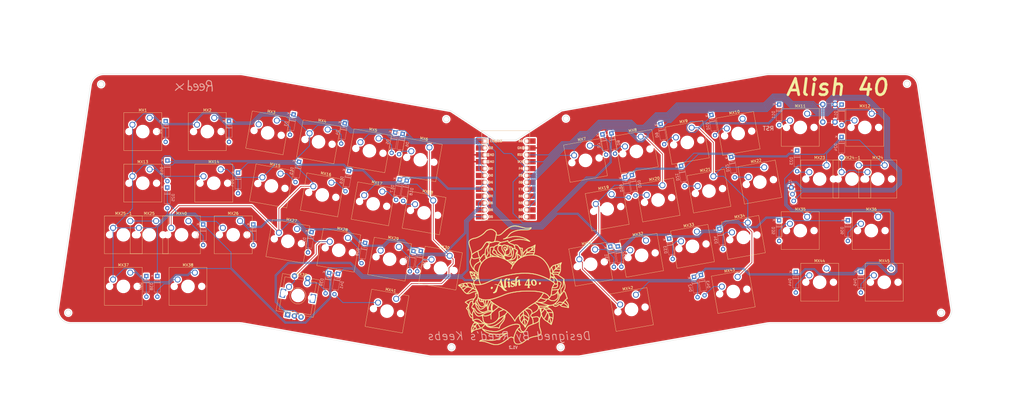
<source format=kicad_pcb>
(kicad_pcb (version 20211014) (generator pcbnew)
  (layers (0 "F.Cu" signal) (31 "B.Cu" signal) (34 "B.Paste" user) (35 "F.Paste" user) (36 "B.SilkS" user "B.Silkscreen") (37 "F.SilkS" user "F.Silkscreen") (38 "B.Mask" user) (39 "F.Mask" user) (44 "Edge.Cuts" user))
  (net 0 "")
  (net 1 "Net-(D1-A)")
  (net 2 "Net-(D2-A)")
  (net 3 "GND")
  (net 4 "ROW1")
  (net 5 "ROW2")
  (net 6 "ROW3")
  (net 7 "ROW4")
  (net 8 "ROW6")
  (net 9 "ROW5")
  (net 10 "ROW8")
  (net 11 "ROW7")
  (net 12 "COL2")
  (net 13 "ENCODER 1")
  (net 14 "ENCODER 2")
  (net 15 "RGB DIN")
  (net 16 "VCC")
  (net 17 "COL1")
  (net 18 "COL3")
  (net 19 "COL4")
  (net 20 "COL5")
  (net 21 "COL6")
  (net 22 "Net-(D3-A)")
  (net 23 "Net-(D4-A)")
  (net 24 "Net-(D5-A)")
  (net 25 "Net-(D6-A)")
  (net 26 "Net-(D7-A)")
  (net 27 "Net-(D8-A)")
  (net 28 "Net-(D9-A)")
  (net 29 "Net-(D10-A)")
  (net 30 "Net-(D11-A)")
  (net 31 "Net-(D12-A)")
  (net 32 "Net-(D13-A)")
  (net 33 "Net-(D14-A)")
  (net 34 "Net-(D15-A)")
  (net 35 "Net-(D16-A)")
  (net 36 "Net-(D17-A)")
  (net 37 "Net-(D18-A)")
  (net 38 "Net-(D19-A)")
  (net 39 "Net-(D20-A)")
  (net 40 "Net-(D21-A)")
  (net 41 "Net-(D22-A)")
  (net 42 "Net-(D23-A)")
  (net 43 "Net-(D24-A)")
  (net 44 "Net-(D25-A)")
  (net 45 "Net-(D26-A)")
  (net 46 "Net-(D27-A)")
  (net 47 "Net-(D28-A)")
  (net 48 "Net-(D29-A)")
  (net 49 "Net-(D30-A)")
  (net 50 "Net-(D31-A)")
  (net 51 "Net-(D32-A)")
  (net 52 "Net-(D33-A)")
  (net 53 "Net-(D34-A)")
  (net 54 "Net-(D35-A)")
  (net 55 "Net-(D36-A)")
  (net 56 "Net-(D37-A)")
  (net 57 "Net-(D38-A)")
  (net 58 "Net-(D39-A)")
  (net 59 "Net-(D40-A)")
  (net 60 "Net-(D41-A)")
  (net 61 "Net-(D42-A)")
  (net 62 "Net-(D43-A)")
  (net 63 "Net-(D44-A)")
  (net 64 "Net-(D45-A)")
  (net 67 "RST")
  (footprint "Button_Switch_Keyboard:SW_Cherry_MX_1.00u_PCB" (layer "F.Cu") (at 308.208825 122.876886 10)
    (fp_text reference "MX34")
    (fp_text value "KEYSW")
  )
  (footprint "Button_Switch_Keyboard:SW_Cherry_MX_1.00u_PCB" (layer "F.Cu") (at 289.448236 126.184884 10)
    (fp_text reference "MX33")
    (fp_text value "KEYSW")
  )
  (footprint "Button_Switch_Keyboard:SW_Cherry_MX_1.00u_PCB" (layer "F.Cu") (at 80.545231 141.336596)
    (fp_text reference "MX37")
    (fp_text value "KEYSW")
  )
  (footprint "Button_Switch_Keyboard:SW_Cherry_MX_1.00u_PCB" (layer "F.Cu") (at 113.882731 103.236597)
    (fp_text reference "MX14")
    (fp_text value "KEYSW")
  )
  (footprint "Button_Switch_Keyboard:SW_Cherry_MX_1.00u_PCB" (layer "F.Cu") (at 192.235694 114.705828 -10)
    (fp_text reference "MX18")
    (fp_text value "KEYSW")
  )
  (footprint "Button_Switch_Keyboard:SW_Cherry_MX_1.00u_PCB" (layer "F.Cu") (at 104.357731 141.336595)
    (fp_text reference "MX38")
    (fp_text value "KEYSW")
  )
  (footprint "Button_Switch_Keyboard:SW_Cherry_MX_1.00u_PCB" (layer "F.Cu") (at 251.927062 132.800881 10)
    (fp_text reference "MX31")
    (fp_text value "KEYSW")
  )
  (footprint "Button_Switch_Keyboard:SW_Cherry_MX_1.00u_PCB" (layer "F.Cu") (at 135.95393 104.781836 -10)
    (fp_text reference "MX15")
    (fp_text value "KEYSW")
  )
  (footprint "Button_Switch_Keyboard:SW_Cherry_MX_1.00u_PCB" (layer "F.Cu") (at 330.10625 120.749998)
    (fp_text reference "MX35")
    (fp_text value "KEYSW")
  )
  (footprint "Button_Switch_Keyboard:SW_Cherry_MX_1.00u_PCB" (layer "F.Cu") (at 142.026392 125.196453 -10)
    (fp_text reference "MX27")
    (fp_text value "KEYSW")
  )
  (footprint "Button_Switch_Keyboard:SW_Cherry_MX_1.00u_PCB" (layer "F.Cu") (at 154.714521 108.089834 -10)
    (fp_text reference "MX16")
    (fp_text value "KEYSW")
  )
  (footprint "Button_Switch_Keyboard:SW_Cherry_MX_1.00u_PCB" (layer "F.Cu") (at 361.062501 139.799999)
    (fp_text reference "MX45")
    (fp_text value "KEYSW")
  )
  (footprint "Button_Switch_Keyboard:SW_Cherry_MX_1.00u_PCB" (layer "F.Cu") (at 153.332371 88.502249 -10)
    (fp_text reference "MX4")
    (fp_text value "KEYSW")
  )
  (footprint "Button_Switch_Keyboard:SW_Cherry_MX_1.00u_PCB" (layer "F.Cu") (at 111.501 84.186597)
    (fp_text reference "MX2")
    (fp_text value "KEYSW")
  )
  (footprint "Button_Switch_Keyboard:SW_Cherry_MX_1.00u_PCB" (layer "F.Cu") (at 257.999358 112.386292 10)
    (fp_text reference "MX19")
    (fp_text value "KEYSW")
  )
  (footprint "Button_Switch_Keyboard:SW_Cherry_MX_1.00u_PCB" (layer "F.Cu") (at 306.282976 84.528711 10)
    (fp_text reference "MX10")
    (fp_text value "KEYSW")
  )
  (footprint "Button_Switch_Keyboard:SW_Cherry_MX_1.00u_PCB" (layer "F.Cu") (at 337.25 101.7)
    (fp_text reference "MX23")
    (fp_text value "KEYSW")
  )
  (footprint "Button_Switch_Keyboard:SW_Cherry_MX_1.00u_PCB" (layer "F.Cu") (at 337.249999 139.8)
    (fp_text reference "MX44")
    (fp_text value "KEYSW")
  )
  (footprint "Button_Switch_Keyboard:SW_Cherry_MX_1.00u_PCB" (layer "F.Cu") (at 250.001212 94.452705 10)
    (fp_text reference "MX7")
    (fp_text value "KEYSW")
  )
  (footprint "Button_Switch_Keyboard:SW_Cherry_MX_1.00u_PCB" (layer "F.Cu") (at 198.308159 135.120446 -10)
    (fp_text reference "MX30")
    (fp_text value "KEYSW")
  )
  (footprint "Button_Switch_Keyboard:SW_Cherry_MX_1.00u_PCB" (layer "F.Cu") (at 276.759945 109.078295 10)
    (fp_text reference "MX20")
    (fp_text value "KEYSW")
  )
  (footprint "Keebio-Parts:Elite-C-castellated-24pin-holes" (layer "F.Cu") (at 218.97 106.740687 -90)
    (fp_text reference "U1" hide)
    (fp_text value "ProMicro" hide)
  )
  (footprint "Button_Switch_Keyboard:SW_Cherry_MX_1.00u_PCB" (layer "F.Cu") (at 90.07023 122.286596)
    (fp_text reference "MX25")
    (fp_text value "KEYSW")
  )
  (footprint "Button_Switch_Keyboard:SW_Cherry_MX_1.00u_PCB" (layer "F.Cu") (at 190.853545 95.118243 -10)
    (fp_text reference "MX6")
    (fp_text value "KEYSW")
  )
  (footprint "Button_Switch_Keyboard:SW_Cherry_MX_1.00u_PCB" (layer "F.Cu") (at 160.786987 128.504451 -10)
    (fp_text reference "MX28")
    (fp_text value "KEYSW")
  )
  (footprint "Button_Switch_Keyboard:SW_Cherry_MX_1.00u_PCB" (layer "F.Cu") (at 314.28112 102.462298 10)
    (fp_text reference "MX22")
    (fp_text value "KEYSW")
  )
  (footprint "Button_Switch_Keyboard:SW_Cherry_MX_1.00u_PCB" (layer "F.Cu") (at 270.687649 129.492882 10)
    (fp_text reference "MX32")
    (fp_text value "KEYSW")
  )
  (footprint "Button_Switch_Keyboard:SW_Cherry_MX_1.00u_PCB" (layer "F.Cu") (at 172.092957 91.810242 -10)
    (fp_text reference "MX5")
    (fp_text value "KEYSW")
  )
  (footprint "Button_Switch_Keyboard:SW_Cherry_MX_1.00u_PCB" (layer "F.Cu") (at 295.520535 105.770297 10)
    (fp_text reference "MX21")
    (fp_text value "KEYSW")
  )
  (footprint "Button_Switch_Keyboard:SW_Cherry_MX_1.00u_PCB" (layer "F.Cu") (at 134.57178 85.194249 -10)
    (fp_text reference "MX3")
    (fp_text value "KEYSW")
  )
  (footprint "Button_Switch_Keyboard:SW_Cherry_MX_1.00u_PCB" (layer "F.Cu") (at 173.475103 111.397831 -10)
    (fp_text reference "MX17")
    (fp_text value "KEYSW")
  )
  (footprint "Button_Switch_Keyboard:SW_Cherry_MX_1.00u_PCB" (layer "F.Cu") (at 268.761802 91.144706 10)
    (fp_text reference "MX8")
    (fp_text value "KEYSW")
  )
  (footprint "Keebio-Parts:RotaryEncoder_EC11" (layer "F.Cu") (at 142.337041 149.911339 80)
    (fp_text reference "E1")
    (fp_text value "RotaryEncoder_Switch")
  )
  (footprint "Button_Switch_Keyboard:SW_Cherry_MX_1.00u_PCB" (layer "F.Cu") (at 287.52239 87.836709 10)
    (fp_text reference "MX9")
    (fp_text value "KEYSW")
  )
  (footprint "Button_Switch_Keyboard:SW_Cherry_MX_1.00u_PCB" (layer "F.Cu") (at 87.688981 84.186597)
    (fp_text reference "MX1")
    (fp_text value "KEYSW")
  )
  (footprint "Button_Switch_Keyboard:SW_Cherry_MX_1.00u_PCB" (layer "F.Cu") (at 304.481601 142.877973 10)
    (fp_text reference "MX43")
    (fp_text value "KEYSW")
  )
  (footprint "Button_Switch_Keyboard:SW_Cherry_MX_1.00u_PCB" (layer "F.Cu") (at 178.584649 150.986538 -10)
    (fp_text reference "MX41")
    (fp_text value "KEYSW")
  )
  (footprint "Button_Switch_Keyboard:SW_Cherry_MX_1.00u_PCB" (layer "F.Cu") (at 80.545231 122.286596)
    (fp_text reference "MX25-1")
    (fp_text value "KEYSW")
  )
  (footprint "Button_Switch_Keyboard:SW_Cherry_MX_1.00u_PCB" (layer "F.Cu") (at 266.960426 149.493968 10)
    (fp_text reference "MX42")
    (fp_text value "KEYSW")
  )
  (footprint "Button_Switch_Keyboard:SW_Cherry_MX_1.00u_PCB" (layer "F.Cu") (at 101.976481 122.286597)
    (fp_text reference "MX40")
    (fp_text value "KEYSW")
  )
  (footprint "Button_Switch_Keyboard:SW_Cherry_MX_1.00u_PCB" (layer "F.Cu") (at 353.918751 82.649999)
    (fp_text reference "MX12")
    (fp_text value "KEYSW")
  )
  (footprint "Button_Switch_Keyboard:SW_Cherry_MX_1.00u_PCB" (layer "F.Cu") (at 145.753622 145.197539 -10)
    (fp_text reference "MX39")
    (fp_text value "KEYSW")
  )
  (footprint "Button_Switch_Keyboard:SW_Cherry_MX_1.00u_PCB" (layer "F.Cu") (at 349.15625 101.7)
    (fp_text reference "MX24-1")
    (fp_text value "KEYSW")
  )
  (footprint "LOGO" (layer "F.Cu") (at 221.33154 146)
    (fp_text reference "G***" hide)
    (fp_text value "LOGO" hide)
  )
  (footprint "Button_Switch_Keyboard:SW_Cherry_MX_1.00u_PCB" (layer "F.Cu") (at 330.106252 82.650002)
    (fp_text reference "MX11")
    (fp_text value "KEYSW")
  )
  (footprint "Button_Switch_Keyboard:SW_Cherry_MX_1.00u_PCB" (layer "F.Cu") (at 358.681249 101.700001)
    (fp_text reference "MX24")
    (fp_text value "KEYSW")
  )
  (footprint "Button_Switch_Keyboard:SW_Cherry_MX_1.00u_PCB" (layer "F.Cu") (at 179.547571 131.812449 -10)
    (fp_text reference "MX29")
    (fp_text value "KEYSW")
  )
  (footprint "Button_Switch_Keyboard:SW_Cherry_MX_1.00u_PCB" (layer "F.Cu") (at 87.688981 103.236597)
    (fp_text reference "MX13")
    (fp_text value "KEYSW")
  )
  (footprint "Button_Switch_Keyboard:SW_Cherry_MX_1.00u_PCB" (layer "F.Cu") (at 356.3 120.750001)
    (fp_text reference "MX36")
    (fp_text value "KEYSW")
  )
  (footprint "Button_Switch_Keyboard:SW_Cherry_MX_1.00u_PCB" (layer "F.Cu") (at 121.026481 122.286599)
    (fp_text reference "MX26")
    (fp_text value "KEYSW")
  )
  (footprint "Diode_THT:D_DO-35_SOD27_P7.62mm_Horizontal" (layer "B.Cu") (at 153.87 141.47 -100)
    (fp_text reference "D39")
    (fp_text value "1N4148")
  )
  (footprint "Diode_THT:D_DO-35_SOD27_P7.62mm_Horizontal" (layer "B.Cu") (at 94.24 99.97 -90)
    (fp_text reference "D13")
    (fp_text value "1N4148")
  )
  (footprint "Diode_THT:D_DO-35_SOD27_P7.62mm_Horizontal" (layer "B.Cu") (at 254.63 90.3 -80)
    (fp_text reference "D7")
    (fp_text value "1N4148")
  )
  (footprint "Diode_THT:D_DO-35_SOD27_P7.62mm_Horizontal" (layer "B.Cu") (at 94.2 109.9 -90)
    (fp_text reference "D25")
    (fp_text value "1N4148")
  )
  (footprint "Diode_THT:D_DO-35_SOD27_P7.62mm_Horizontal" (layer "B.Cu") (at 276.068401 86.437883 -80)
    (fp_text reference "D9")
    (fp_text value "1N4148")
  )
  (footprint "Diode_THT:D_DO-35_SOD27_P7.62mm_Horizontal" (layer "B.Cu") (at 125.91 123.556599 -90)
    (fp_text reference "D26")
    (fp_text value "1N4148")
  )
  (footprint "Diode_THT:D_DO-35_SOD27_P7.62mm_Horizontal" (layer "B.Cu") (at 326.4 96.3 -90)
    (fp_text reference "D23")
    (fp_text value "1N4148")
  )
  (footprint "Diode_THT:D_DO-35_SOD27_P7.62mm_Horizontal" (layer "B.Cu") (at 178.2216 89.617883 -100)
    (fp_text reference "D5")
    (fp_text value "1N4148")
  )
  (footprint "LOGO" (layer "B.Cu") (at 104.09 72.81 180)
    (fp_text reference "G***" hide)
    (fp_text value "LOGO" hide)
  )
  (footprint "Diode_THT:D_DO-35_SOD27_P7.62mm_Horizontal" (layer "B.Cu") (at 345.12 122.020001 -90)
    (fp_text reference "D36")
    (fp_text value "1N4148")
  )
  (footprint "Diode_THT:D_DO-35_SOD27_P7.62mm_Horizontal" (layer "B.Cu") (at 142.7816 100.417883 -100)
    (fp_text reference "D15")
    (fp_text value "1N4148")
  )
  (footprint "Diode_THT:D_DO-35_SOD27_P7.62mm_Horizontal" (layer "B.Cu") (at 179.8716 106.987883 -100)
    (fp_text reference "D17")
    (fp_text value "1N4148")
  )
  (footprint "Diode_THT:D_DO-35_SOD27_P7.62mm_Horizontal" (layer "B.Cu") (at 93.58 85.456597 -90)
    (fp_text reference "D1")
    (fp_text value "1N4148")
  )
  (footprint "Diode_THT:D_DO-35_SOD27_P7.62mm_Horizontal" (layer "B.Cu") (at 297.768401 125.157883 -80)
    (fp_text reference "D34")
    (fp_text value "1N4148")
  )
  (footprint "Diode_THT:D_DO-35_SOD27_P7.62mm_Horizontal" (layer "B.Cu") (at 182.4816 107.347883 -100)
    (fp_text reference "D18")
    (fp_text value "1N4148")
  )
  (footprint "Diode_THT:D_DO-35_SOD27_P7.62mm_Horizontal" (layer "B.Cu") (at 325.9 141.07 -90)
    (fp_text reference "D44")
    (fp_text value "1N4148")
  )
  (footprint "Button_Switch_THT:SW_PUSH_6mm" (layer "B.Cu") (at 340.38 85.73 90)
    (fp_text reference "SW1" hide)
    (fp_text value "SW_SPST")
  )
  (footprint "Diode_THT:D_DO-35_SOD27_P7.62mm_Horizontal" (layer "B.Cu") (at 288.375 142.9 -80)
    (fp_text reference "D42")
    (fp_text value "1N4148")
  )
  (footprint "Diode_THT:D_DO-35_SOD27_P7.62mm_Horizontal" (layer "B.Cu") (at 342.8 79.28 -90)
    (fp_text reference "D12")
    (fp_text value "1N4148")
  )
  (footprint "Diode_THT:D_DO-35_SOD27_P7.62mm_Horizontal" (layer "B.Cu") (at 120.27 104.43 -90)
    (fp_text reference "D14")
    (fp_text value "1N4148")
  )
  (footprint "Diode_THT:D_DO-35_SOD27_P7.62mm_Horizontal" (layer "B.Cu") (at 279.218401 128.787883 -80)
    (fp_text reference "D33")
    (fp_text value "1N4148")
  )
  (footprint "Diode_THT:D_DO-35_SOD27_P7.62mm_Horizontal" (layer "B.Cu") (at 342.79 91.23 -90)
    (fp_text reference "D24")
    (fp_text value "1N4148")
  )
  (footprint "Diode_THT:D_DO-35_SOD27_P7.62mm_Horizontal" (layer "B.Cu") (at 107.41 123.556597 -90)
    (fp_text reference "D40")
    (fp_text value "1N4148")
  )
  (footprint "Diode_THT:D_DO-35_SOD27_P7.62mm_Horizontal" (layer "B.Cu") (at 290.95 142.225 -80)
    (fp_text reference "D43")
    (fp_text value "1N4148")
  )
  (footprint "Diode_THT:D_DO-35_SOD27_P7.62mm_Horizontal" (layer "B.Cu") (at 283.64 101.9 -80)
    (fp_text reference "D21")
    (fp_text value "1N4148")
  )
  (footprint "Diode_THT:D_DO-35_SOD27_P7.62mm_Horizontal" (layer "B.Cu") (at 319.8 79.26 -90)
    (fp_text reference "D11")
    (fp_text value "1N4148")
  )
  (footprint "Diode_THT:D_DO-35_SOD27_P7.62mm_Horizontal" (layer "B.Cu") (at 319.78 122.019998 -90)
    (fp_text reference "D35")
    (fp_text value "1N4148")
  )
  (footprint "Diode_THT:D_DO-35_SOD27_P7.62mm_Horizontal" (layer "B.Cu") (at 180.9716 90.117883 -100)
    (fp_text reference "D6")
    (fp_text value "1N4148")
  )
  (footprint "Diode_THT:D_DO-35_SOD27_P7.62mm_Horizontal" (layer "B.Cu") (at 157.1416 141.787883 -100)
    (fp_text reference "D41")
    (fp_text value "1N4148")
  )
  (footprint "Diode_THT:D_DO-35_SOD27_P7.62mm_Horizontal" (layer "B.Cu") (at 116.95 85.456597 -90)
    (fp_text reference "D2")
    (fp_text value "1N4148")
  )
  (footprint "Diode_THT:D_DO-35_SOD27_P7.62mm_Horizontal" (layer "B.Cu") (at 349.91 141.069999 -90)
    (fp_text reference "D45")
    (fp_text value "1N4148")
  )
  (footprint "Connector_PinHeader_2.54mm:PinHeader_1x03_P2.54mm_Vertical" (layer "B.Cu") (at 324.26 109.88 -170)
    (fp_text reference "J1")
    (fp_text value "Conn_01x03")
  )
  (footprint "Diode_THT:D_DO-35_SOD27_P7.62mm_Horizontal" (layer "B.Cu") (at 260.278401 131.667883 -80)
    (fp_text reference "D32")
    (fp_text value "1N4148")
  )
  (footprint "Diode_THT:D_DO-35_SOD27_P7.62mm_Horizontal" (layer "B.Cu") (at 294.811448 83.130483 -80)
    (fp_text reference "D10")
    (fp_text value "1N4148")
  )
  (footprint "Diode_THT:D_DO-35_SOD27_P7.62mm_Horizontal" (layer "B.Cu") (at 159.6316 86.197883 -100)
    (fp_text reference "D4")
    (fp_text value "1N4148")
  )
  (footprint "Diode_THT:D_DO-35_SOD27_P7.62mm_Horizontal" (layer "B.Cu") (at 257.94 89.93 -80)
    (fp_text reference "D8")
    (fp_text value "1N4148")
  )
  (footprint "Diode_THT:D_DO-35_SOD27_P7.62mm_Horizontal" (layer "B.Cu") (at 184.95 133.38 -100)
    (fp_text reference "D29")
    (fp_text value "1N4148")
  )
  (footprint "Diode_THT:D_DO-35_SOD27_P7.62mm_Horizontal" (layer "B.Cu") (at 161.2116 103.797883 -100)
    (fp_text reference "D16")
    (fp_text value "1N4148")
  )
  (footprint "Diode_THT:D_DO-35_SOD27_P7.62mm_Horizontal" (layer "B.Cu") (at 262.95 106.05 -80)
    (fp_text reference "D19")
    (fp_text value "1N4148")
  )
  (footprint "Diode_THT:D_DO-35_SOD27_P7.62mm_Horizontal" (layer "B.Cu") (at 90.525 142.606595 -90)
    (fp_text reference "D38")
    (fp_text value "1N4148")
  )
  (footprint "Diode_THT:D_DO-35_SOD27_P7.62mm_Horizontal" (layer "B.Cu") (at 167.12 130.347883 -100)
    (fp_text reference "D28")
    (fp_text value "1N4148")
  )
  (footprint "Diode_THT:D_DO-35_SOD27_P7.62mm_Horizontal" (layer "B.Cu") (at 86.475 142.606596 -90)
    (fp_text reference "D37")
    (fp_text value "1N4148")
  )
  (footprint "Diode_THT:D_DO-35_SOD27_P7.62mm_Horizontal" (layer "B.Cu") (at 187.6616 133.347883 -100)
    (fp_text reference "D30")
    (fp_text value "1N4148")
  )
  (footprint "Diode_THT:D_DO-35_SOD27_P7.62mm_Horizontal" (layer "B.Cu") (at 257.538401 131.717883 -80)
    (fp_text reference "D31")
    (fp_text value "1N4148")
  )
  (footprint "Diode_THT:D_DO-35_SOD27_P7.62mm_Horizontal" (layer "B.Cu") (at 302.11 98.64 -80)
    (fp_text reference "D22")
    (fp_text value "1N4148")
  )
  (footprint "Diode_THT:D_DO-35_SOD27_P7.62mm_Horizontal" (layer "B.Cu") (at 265.48 105.33 -80)
    (fp_text reference "D20")
    (fp_text value "1N4148")
  )
  (footprint "Diode_THT:D_DO-35_SOD27_P7.62mm_Horizontal" (layer "B.Cu") (at 147.3816 126.367883 -100)
    (fp_text reference "D27")
    (fp_text value "1N4148")
  )
  (footprint "Diode_THT:D_DO-35_SOD27_P7.62mm_Horizontal" (layer "B.Cu") (at 140.7516 82.937883 -100)
    (fp_text reference "D3")
    (fp_text value "1N4148")
  )
  (gr_line locked (start 366.110803 72.280495) (end 366.134123 72.308505) (layer "Edge.Cuts") (width 0.1))
  (gr_line locked (start 367.295058 70.638551) (end 367.260678 70.626449) (layer "Edge.Cuts") (width 0.1))
  (gr_line locked (start 382.045871 158.566535) (end 381.922466 158.689938) (layer "Edge.Cuts") (width 0.1))
  (gr_line locked (start 241.969354 83.814321) (end 241.945551 83.786719) (layer "Edge.Cuts") (width 0.1))
  (gr_line locked (start 70.618778 71.137717) (end 70.594976 71.110115) (layer "Edge.Cuts") (width 0.1))
  (gr_line locked (start 196.930206 85.722818) (end 196.966421 85.726921) (layer "Edge.Cuts") (width 0.1))
  (gr_line locked (start 368.775422 68.686316) (end 368.921251 68.780314) (layer "Edge.Cuts") (width 0.1))
  (gr_line locked (start 239.274153 167.838416) (end 239.31049 167.84126) (layer "Edge.Cuts") (width 0.1))
  (gr_line locked (start 378.790262 155.389233) (end 378.764157 155.414668) (layer "Edge.Cuts") (width 0.1))
  (gr_line locked (start 238.200636 169.174341) (end 238.191254 169.139122) (layer "Edge.Cuts") (width 0.1))
  (gr_line locked (start 197.002758 83.633639) (end 196.966421 83.636483) (layer "Edge.Cuts") (width 0.1))
  (gr_line locked (start 56.638793 156.314679) (end 56.645087 156.350579) (layer "Edge.Cuts") (width 0.1))
  (gr_line locked (start 380.242568 156.905965) (end 380.268228 156.880081) (layer "Edge.Cuts") (width 0.1))
  (gr_line locked (start 58.636216 156.576175) (end 58.650383 156.542593) (layer "Edge.Cuts") (width 0.1))
  (gr_line locked (start 58.408742 156.903387) (end 58.434402 156.877503) (layer "Edge.Cuts") (width 0.1))
  (gr_line locked (start 366.58065 70.632351) (end 366.546485 70.645047) (layer "Edge.Cuts") (width 0.1))
  (gr_line locked (start 367.635476 72.399823) (end 367.66202 72.374846) (layer "Edge.Cuts") (width 0.1))
  (gr_line locked (start 69.016672 71.123813) (end 68.993352 71.151823) (layer "Edge.Cuts") (width 0.1))
  (gr_line locked (start 242.17218 84.774002) (end 242.181563 84.738783) (layer "Edge.Cuts") (width 0.1))
  (gr_line locked (start 378.461257 156.208551) (end 378.463785 156.24491) (layer "Edge.Cuts") (width 0.1))
  (gr_line locked (start 197.499675 85.638187) (end 197.53261 85.622577) (layer "Edge.Cuts") (width 0.1))
  (gr_line locked (start 198.110109 168.317413) (end 198.09089 168.348382) (layer "Edge.Cuts") (width 0.1))
  (gr_line locked (start 240.092826 169.455545) (end 240.072544 169.485828) (layer "Edge.Cuts") (width 0.1))
  (gr_line locked (start 197.256807 83.649091) (end 197.220854 83.643108) (layer "Edge.Cuts") (width 0.1))
  (gr_line locked (start 70.703998 71.255871) (end 70.684244 71.225241) (layer "Edge.Cuts") (width 0.1))
  (gr_line locked (start 56.857525 156.809036) (end 56.880845 156.837046) (layer "Edge.Cuts") (width 0.1))
  (gr_line locked (start 367.52113 70.755475) (end 367.490672 70.735457) (layer "Edge.Cuts") (width 0.1))
  (gr_line locked (start 238.236031 169.27775) (end 238.223038 169.243697) (layer "Edge.Cuts") (width 0.1))
  (gr_line locked (start 365.935866 71.282754) (end 365.924663 71.317438) (layer "Edge.Cuts") (width 0.1))
  (gr_line locked (start 198.065676 85.004436) (end 198.076275 84.969564) (layer "Edge.Cuts") (width 0.1))
  (gr_line locked (start 197.89628 85.32511) (end 197.91811 85.295924) (layer "Edge.Cuts") (width 0.1))
  (gr_line locked (start 199.358301 167.902248) (end 199.323921 167.890147) (layer "Edge.Cuts") (width 0.1))
  (gr_line locked (start 197.432278 85.665933) (end 197.466217 85.652645) (layer "Edge.Cuts") (width 0.1))
  (gr_line locked (start 58.586849 155.628955) (end 58.568171 155.597658) (layer "Edge.Cuts") (width 0.1))
  (gr_line locked (start 65.998945 71.51259) (end 66.051439 71.34785) (layer "Edge.Cuts") (width 0.1))
  (gr_line locked (start 199.39224 169.857422) (end 199.425698 169.842964) (layer "Edge.Cuts") (width 0.1))
  (gr_line locked (start 197.942686 168.904703) (end 197.943951 168.941129) (layer "Edge.Cuts") (width 0.1))
  (gr_line locked (start 380.361439 155.539679) (end 380.339608 155.510493) (layer "Edge.Cuts") (width 0.1))
  (gr_line locked (start 197.772696 85.458744) (end 197.79924 85.433766) (layer "Edge.Cuts") (width 0.1))
  (gr_line locked (start 366.829201 70.577562) (end 366.792986 70.581666) (layer "Edge.Cuts") (width 0.1))
  (gr_line locked (start 367.928456 71.300047) (end 367.916653 71.265564) (layer "Edge.Cuts") (width 0.1))
  (gr_line locked (start 196.017928 84.736351) (end 196.020457 84.772711) (layer "Edge.Cuts") (width 0.1))
  (gr_line locked (start 68.77462 71.972893) (end 68.780914 72.008792) (layer "Edge.Cuts") (width 0.1))
  (gr_line locked (start 367.225899 72.630015) (end 367.260678 72.619114) (layer "Edge.Cuts") (width 0.1))
  (gr_line locked (start 242.054573 85.039806) (end 242.073252 85.008508) (layer "Edge.Cuts") (width 0.1))
  (gr_line locked (start 199.425698 169.842964) (end 199.458633 169.827354) (layer "Edge.Cuts") (width 0.1))
  (gr_line locked (start 239.020104 167.853868) (end 239.056058 167.847886) (layer "Edge.Cuts") (width 0.1))
  (gr_line locked (start 68.910196 71.271439) (end 68.892064 71.303056) (layer "Edge.Cuts") (width 0.1))
  (gr_line locked (start 196.6168 83.732879) (end 196.584141 83.749058) (layer "Edge.Cuts") (width 0.1))
  (gr_line locked (start 239.164859 167.837467) (end 239.201294 167.836519) (layer "Edge.Cuts") (width 0.1))
  (gr_line locked (start 240.526227 83.650814) (end 240.497619 83.673397) (layer "Edge.Cuts") (width 0.1))
  (gr_line locked (start 196.164867 84.143605) (end 196.146735 84.175222) (layer "Edge.Cuts") (width 0.1))
  (gr_line locked (start 198.510163 169.819123) (end 198.542823 169.835302) (layer "Edge.Cuts") (width 0.1))
  (gr_line locked (start 56.905124 155.438415) (end 56.880845 155.465599) (layer "Edge.Cuts") (width 0.1))
  (gr_line locked (start 239.056058 167.847886) (end 239.092197 167.843154) (layer "Edge.Cuts") (width 0.1))
  (gr_line locked (start 366.414842 70.707441) (end 366.383384 70.725847) (layer "Edge.Cuts") (width 0.1))
  (gr_line locked (start 56.682589 155.811296) (end 56.671386 155.845979) (layer "Edge.Cuts") (width 0.1))
  (gr_line locked (start 367.90366 71.231511) (end 367.889494 71.197929) (layer "Edge.Cuts") (width 0.1))
  (gr_line locked (start 58.586849 156.67369) (end 58.60443 156.641763) (layer "Edge.Cuts") (width 0.1))
  (gr_line locked (start 198.246851 169.625713) (end 198.272957 169.651147) (layer "Edge.Cuts") (width 0.1))
  (gr_line locked (start 68.949697 72.408885) (end 68.971018 72.438446) (layer "Edge.Cuts") (width 0.1))
  (gr_line locked (start 69.675535 70.76842) (end 69.639483 70.773778) (layer "Edge.Cuts") (width 0.1))
  (gr_line locked (start 380.382243 156.738197) (end 380.401997 156.707566) (layer "Edge.Cuts") (width 0.1))
  (gr_line locked (start 241.459024 85.493375) (end 241.493803 85.482473) (layer "Edge.Cuts") (width 0.1))
  (gr_line locked (start 69.603639 72.838689) (end 69.639483 72.845295) (layer "Edge.Cuts") (width 0.1))
  (gr_line locked (start 369.596787 69.322876) (end 369.720034 69.444989) (layer "Edge.Cuts") (width 0.1))
  (gr_line locked (start 69.711751 72.854756) (end 69.748087 72.8576) (layer "Edge.Cuts") (width 0.1))
  (gr_line locked (start 367.002938 68.010366) (end 367.173286 68.043272) (layer "Edge.Cuts") (width 0.1))
  (gr_line locked (start 197.94648 168.977488) (end 197.950268 169.013738) (layer "Edge.Cuts") (width 0.1))
  (gr_line locked (start 378.933131 155.276454) (end 378.903025 155.296998) (layer "Edge.Cuts") (width 0.1))
  (gr_line locked (start 366.512782 70.658922) (end 366.47958 70.673958) (layer "Edge.Cuts") (width 0.1))
  (gr_line locked (start 58.527613 155.537101) (end 58.505782 155.507914) (layer "Edge.Cuts") (width 0.1))
  (gr_line locked (start 197.148433 85.728501) (end 197.184715 85.725027) (layer "Edge.Cuts") (width 0.1))
  (gr_line locked (start 241.992185 83.842732) (end 241.969354 83.814321) (layer "Edge.Cuts") (width 0.1))
  (gr_line locked (start 55.994498 159.271874) (end 55.853334 159.175767) (layer "Edge.Cuts") (width 0.1))
  (gr_line locked (start 239.506783 81.422666) (end 239.554399 81.404631) (layer "Edge.Cuts") (width 0.1))
  (gr_line locked (start 70.570229 71.083356) (end 70.544569 71.057472) (layer "Edge.Cuts") (width 0.1))
  (gr_line locked (start 198.892444 169.931698) (end 198.928781 169.934542) (layer "Edge.Cuts") (width 0.1))
  (gr_line locked (start 199.584373 169.753785) (end 199.614117 169.732722) (layer "Edge.Cuts") (width 0.1))
  (gr_line locked (start 214.882207 92.227247) (end 214.9274 92.251761) (layer "Edge.Cuts") (width 0.1))
  (gr_line locked (start 199.643113 168.06232) (end 199.614117 168.040236) (layer "Edge.Cuts") (width 0.1))
  (gr_line locked (start 238.98438 169.911863) (end 238.948929 169.903401) (layer "Edge.Cuts") (width 0.1))
  (gr_line locked (start 378.467574 156.026642) (end 378.463785 156.062892) (layer "Edge.Cuts") (width 0.1))
  (gr_line locked (start 196.584141 83.749058) (end 196.552062 83.766361) (layer "Edge.Cuts") (width 0.1))
  (gr_line locked (start 238.744301 169.827354) (end 238.711927 169.81061) (layer "Edge.Cuts") (width 0.1))
  (gr_line locked (start 215.067643 92.315819) (end 215.115762 92.333926) (layer "Edge.Cuts") (width 0.1))
  (gr_line locked (start 200.019835 169.103598) (end 200.026752 169.067813) (layer "Edge.Cuts") (width 0.1))
  (gr_line locked (start 241.945551 85.185562) (end 241.969354 85.15796) (layer "Edge.Cuts") (width 0.1))
  (gr_line locked (start 69.265933 70.912602) (end 69.235132 70.932089) (layer "Edge.Cuts") (width 0.1))
  (gr_line locked (start 53.763378 155.60084) (end 53.748879 155.430682) (layer "Edge.Cuts") (width 0.1))
  (gr_line locked (start 365.948266 71.248481) (end 365.935866 71.282754) (layer "Edge.Cuts") (width 0.1))
  (gr_line locked (start 315.596713 67.943849) (end 315.742704 67.937438) (layer "Edge.Cuts") (width 0.1))
  (gr_line locked (start 57.721555 157.200334) (end 57.757935 157.198122) (layer "Edge.Cuts") (width 0.1))
  (gr_line locked (start 70.442556 67.960045) (end 70.615224 67.95107) (layer "Edge.Cuts") (width 0.1))
  (gr_line locked (start 70.811006 71.486802) (end 70.799203 71.452319) (layer "Edge.Cuts") (width 0.1))
  (gr_line locked (start 121.643057 67.978245) (end 121.787576 67.997298) (layer "Edge.Cuts") (width 0.1))
  (gr_line locked (start 378.817235 155.36472) (end 378.790262 155.389233) (layer "Edge.Cuts") (width 0.1))
  (gr_line locked (start 197.564984 83.757571) (end 197.53261 83.740827) (layer "Edge.Cuts") (width 0.1))
  (gr_line locked (start 198.130391 168.28713) (end 198.110109 168.317413) (layer "Edge.Cuts") (width 0.1))
  (gr_line locked (start 199.52278 169.792753) (end 199.553915 169.773804) (layer "Edge.Cuts") (width 0.1))
  (gr_line locked (start 239.367991 81.486312) (end 239.413526 81.46353) (layer "Edge.Cuts") (width 0.1))
  (gr_line locked (start 69.639483 70.773778) (end 69.603639 70.780384) (layer "Edge.Cuts") (width 0.1))
  (gr_line locked (start 367.801695 71.038486) (end 367.78089 71.00856) (layer "Edge.Cuts") (width 0.1))
  (gr_line locked (start 57.68512 157.201283) (end 57.721555 157.200334) (layer "Edge.Cuts") (width 0.1))
  (gr_line locked (start 379.700135 155.12129) (end 379.664182 155.115308) (layer "Edge.Cuts") (width 0.1))
  (gr_line locked (start 196.099068 84.273579) (end 196.085486 84.307401) (layer "Edge.Cuts") (width 0.1))
  (gr_line locked (start 380.420675 156.676268) (end 380.438256 156.644341) (layer "Edge.Cuts") (width 0.1))
  (gr_line locked (start 370.935451 71.520577) (end 370.981639 71.687814) (layer "Edge.Cuts") (width 0.1))
  (gr_line locked (start 197.849646 85.381123) (end 197.873449 85.353521) (layer "Edge.Cuts") (width 0.1))
  (gr_line locked (start 367.87417 71.164859) (end 367.857708 71.132341) (layer "Edge.Cuts") (width 0.1))
  (gr_line locked (start 198.784333 169.915632) (end 198.820177 169.922237) (layer "Edge.Cuts") (width 0.1))
  (gr_line locked (start 242.21241 84.486141) (end 242.211778 84.449699) (layer "Edge.Cuts") (width 0.1))
  (gr_line locked (start 70.859305 71.736696) (end 70.856146 71.700386) (layer "Edge.Cuts") (width 0.1))
  (gr_line locked (start 240.116362 84.57715) (end 240.120151 84.6134) (layer "Edge.Cuts") (width 0.1))
  (gr_line locked (start 367.75906 72.26619) (end 367.78089 72.237004) (layer "Edge.Cuts") (width 0.1))
  (gr_line locked (start 380.339608 155.510493) (end 380.316777 155.482082) (layer "Edge.Cuts") (width 0.1))
  (gr_line locked (start 198.356345 168.051152) (end 198.327737 168.073735) (layer "Edge.Cuts") (width 0.1))
  (gr_line locked (start 366.088469 70.993872) (end 366.067148 71.023433) (layer "Edge.Cuts") (width 0.1))
  (gr_line locked (start 366.13975 67.935335) (end 366.313221 67.938336) (layer "Edge.Cuts") (width 0.1))
  (gr_line locked (start 241.723797 85.373465) (end 241.754255 85.353447) (layer "Edge.Cuts") (width 0.1))
  (gr_line locked (start 198.478085 167.971139) (end 198.446626 167.989545) (layer "Edge.Cuts") (width 0.1))
  (gr_line locked (start 380.268228 155.427721) (end 380.242568 155.401837) (layer "Edge.Cuts") (width 0.1))
  (gr_line locked (start 238.618562 168.019173) (end 238.64902 167.999154) (layer "Edge.Cuts") (width 0.1))
  (gr_line locked (start 383.373272 155.961589) (end 383.339962 156.132901) (layer "Edge.Cuts") (width 0.1))
  (gr_line locked (start 365.961848 72.030905) (end 365.976595 72.064235) (layer "Edge.Cuts") (width 0.1))
  (gr_line locked (start 197.745302 85.482785) (end 197.772696 85.458744) (layer "Edge.Cuts") (width 0.1))
  (gr_line locked (start 241.920805 85.212321) (end 241.945551 85.185562) (layer "Edge.Cuts") (width 0.1))
  (gr_line locked (start 379.127033 155.176167) (end 379.09333 155.190042) (layer "Edge.Cuts") (width 0.1))
  (gr_line locked (start 198.011509 169.26078) (end 198.02509 169.294602) (layer "Edge.Cuts") (width 0.1))
  (gr_line locked (start 222.415025 92.417664) (end 222.466249 92.413263) (layer "Edge.Cuts") (width 0.1))
  (gr_line locked (start 380.131423 157.000144) (end 380.160419 156.978061) (layer "Edge.Cuts") (width 0.1))
  (gr_line locked (start 198.643893 167.896048) (end 198.609728 167.908745) (layer "Edge.Cuts") (width 0.1))
  (gr_line locked (start 239.554399 81.404631) (end 239.602598 81.388222) (layer "Edge.Cuts") (width 0.1))
  (gr_line locked (start 198.04088 85.072973) (end 198.053873 85.03892) (layer "Edge.Cuts") (width 0.1))
  (gr_line locked (start 241.026111 85.527257) (end 241.062327 85.53136) (layer "Edge.Cuts") (width 0.1))
  (gr_line locked (start 68.87504 72.283789) (end 68.892064 72.316016) (layer "Edge.Cuts") (width 0.1))
  (gr_line locked (start 378.573039 156.628154) (end 378.590063 156.660381) (layer "Edge.Cuts") (width 0.1))
  (gr_line locked (start 238.680154 167.980205) (end 238.711927 167.962348) (layer "Edge.Cuts") (width 0.1))
  (gr_line locked (start 58.267852 155.284016) (end 58.237394 155.263998) (layer "Edge.Cuts") (width 0.1))
  (gr_line locked (start 69.147043 70.996793) (end 69.119236 71.020355) (layer "Edge.Cuts") (width 0.1))
  (gr_line locked (start 197.969144 169.121395) (end 197.977914 169.156772) (layer "Edge.Cuts") (width 0.1))
  (gr_line locked (start 198.415826 169.763927) (end 198.446626 169.783414) (layer "Edge.Cuts") (width 0.1))
  (gr_line locked (start 70.570229 72.535717) (end 70.594976 72.508958) (layer "Edge.Cuts") (width 0.1))
  (gr_line locked (start 196.295621 85.39461) (end 196.320828 85.420935) (layer "Edge.Cuts") (width 0.1))
  (gr_line locked (start 199.110738 169.929804) (end 199.146877 169.925073) (layer "Edge.Cuts") (width 0.1))
  (gr_line locked (start 57.794217 155.107998) (end 57.757935 155.104524) (layer "Edge.Cuts") (width 0.1))
  (gr_line locked (start 197.977347 85.204069) (end 197.994928 85.172142) (layer "Edge.Cuts") (width 0.1))
  (gr_line locked (start 238.200636 168.598617) (end 238.211235 168.563745) (layer "Edge.Cuts") (width 0.1))
  (gr_line locked (start 196.113815 84.240248) (end 196.099068 84.273579) (layer "Edge.Cuts") (width 0.1))
  (gr_line locked (start 367.119587 72.655392) (end 367.155311 72.648166) (layer "Edge.Cuts") (width 0.1))
  (gr_line locked (start 367.928456 71.945516) (end 367.939055 71.910643) (layer "Edge.Cuts") (width 0.1))
  (gr_line locked (start 199.979896 168.529261) (end 199.966903 168.495208) (layer "Edge.Cuts") (width 0.1))
  (gr_line locked (start 238.879013 169.882812) (end 238.844633 169.87071) (layer "Edge.Cuts") (width 0.1))
  (gr_line locked (start 197.955313 168.723123) (end 197.950268 168.75922) (layer "Edge.Cuts") (width 0.1))
  (gr_line locked (start 58.723478 156.224163) (end 58.725375 156.187765) (layer "Edge.Cuts") (width 0.1))
  (gr_line locked (start 215.115762 92.333926) (end 215.164474 92.350374) (layer "Edge.Cuts") (width 0.1))
  (gr_line locked (start 379.735859 157.179285) (end 379.771311 157.170823) (layer "Edge.Cuts") (width 0.1))
  (gr_line locked (start 199.074456 167.83968) (end 199.038076 167.837467) (layer "Edge.Cuts") (width 0.1))
  (gr_line locked (start 315.016491 68.01202) (end 315.160737 67.988623) (layer "Edge.Cuts") (width 0.1))
  (gr_line locked (start 378.623773 160.090234) (end 378.44928 160.093289) (layer "Edge.Cuts") (width 0.1))
  (gr_line locked (start 58.505782 155.507914) (end 58.482952 155.479503) (layer "Edge.Cuts") (width 0.1))
  (gr_line locked (start 223.004785 92.251761) (end 223.049978 92.227247) (layer "Edge.Cuts") (width 0.1))
  (gr_line locked (start 240.072544 169.485828) (end 240.051223 169.515389) (layer "Edge.Cuts") (width 0.1))
  (gr_line locked (start 70.772043 71.384684) (end 70.756719 71.351614) (layer "Edge.Cuts") (width 0.1))
  (gr_line locked (start 58.715902 156.296652) (end 58.720319 156.260473) (layer "Edge.Cuts") (width 0.1))
  (gr_line locked (start 70.641609 72.452945) (end 70.66344 72.423758) (layer "Edge.Cuts") (width 0.1))
  (gr_line locked (start 367.490672 70.735457) (end 367.459537 70.716508) (layer "Edge.Cuts") (width 0.1))
  (gr_line locked (start 242.073252 85.008508) (end 242.090833 84.976581) (layer "Edge.Cuts") (width 0.1))
  (gr_line locked (start 121.498043 67.963415) (end 121.643057 67.978245) (layer "Edge.Cuts") (width 0.1))
  (gr_line locked (start 242.211778 84.449699) (end 242.209881 84.4133) (layer "Edge.Cuts") (width 0.1))
  (gr_line locked (start 378.495219 156.424194) (end 378.505212 156.459245) (layer "Edge.Cuts") (width 0.1))
  (gr_line locked (start 197.184715 85.725027) (end 197.220854 85.720295) (layer "Edge.Cuts") (width 0.1))
  (gr_line locked (start 367.190763 72.639703) (end 367.225899 72.630015) (layer "Edge.Cuts") (width 0.1))
  (gr_line locked (start 241.868601 83.709099) (end 241.841207 83.685057) (layer "Edge.Cuts") (width 0.1))
  (gr_line locked (start 58.434402 156.877503) (end 58.459149 156.850744) (layer "Edge.Cuts") (width 0.1))
  (gr_line locked (start 199.491007 169.81061) (end 199.52278 169.792753) (layer "Edge.Cuts") (width 0.1))
  (gr_line locked (start 57.069199 157.008226) (end 57.099305 157.02877) (layer "Edge.Cuts") (width 0.1))
  (gr_line locked (start 68.859144 71.368083) (end 68.844397 71.401413) (layer "Edge.Cuts") (width 0.1))
  (gr_line locked (start 69.395331 70.845677) (end 69.36213 70.860713) (layer "Edge.Cuts") (width 0.1))
  (gr_line locked (start 198.116505 84.681702) (end 198.115873 84.64526) (layer "Edge.Cuts") (width 0.1))
  (gr_line locked (start 53.809759 155.939173) (end 53.783679 155.770402) (layer "Edge.Cuts") (width 0.1))
  (gr_line locked (start 366.974833 70.57377) (end 366.938397 70.572821) (layer "Edge.Cuts") (width 0.1))
  (gr_line locked (start 379.994317 159.848514) (end 379.827424 159.899543) (layer "Edge.Cuts") (width 0.1))
  (gr_line locked (start 58.326593 156.975482) (end 58.354805 156.952406) (layer "Edge.Cuts") (width 0.1))
  (gr_line locked (start 56.739213 155.67707) (end 56.723317 155.709869) (layer "Edge.Cuts") (width 0.1))
  (gr_line locked (start 197.65835 85.549008) (end 197.688095 85.527945) (layer "Edge.Cuts") (width 0.1))
  (gr_line locked (start 380.53714 155.936782) (end 380.528986 155.901259) (layer "Edge.Cuts") (width 0.1))
  (gr_line locked (start 69.235132 70.932089) (end 69.205026 70.952633) (layer "Edge.Cuts") (width 0.1))
  (gr_line locked (start 69.093277 68.244189) (end 69.256928 68.188391) (layer "Edge.Cuts") (width 0.1))
  (gr_line locked (start 196.113815 85.123156) (end 196.12971 85.155955) (layer "Edge.Cuts") (width 0.1))
  (gr_line locked (start 239.903005 169.675661) (end 239.875198 169.699223) (layer "Edge.Cuts") (width 0.1))
  (gr_line locked (start 366.974833 72.671793) (end 367.011213 72.66958) (layer "Edge.Cuts") (width 0.1))
  (gr_line locked (start 197.499675 83.725217) (end 197.466217 83.710759) (layer "Edge.Cuts") (width 0.1))
  (gr_line locked (start 239.459808 81.442306) (end 239.506783 81.422666) (layer "Edge.Cuts") (width 0.1))
  (gr_line locked (start 367.84021 68.233298) (end 368.002319 68.29512) (layer "Edge.Cuts") (width 0.1))
  (gr_line locked (start 240.125195 84.322784) (end 240.120151 84.358881) (layer "Edge.Cuts") (width 0.1))
  (gr_line locked (start 196.020457 84.590693) (end 196.017928 84.627052) (layer "Edge.Cuts") (width 0.1))
  (gr_line locked (start 197.943951 168.941129) (end 197.94648 168.977488) (layer "Edge.Cuts") (width 0.1))
  (gr_line locked (start 380.040086 157.060175) (end 380.07122 157.041226) (layer "Edge.Cuts") (width 0.1))
  (gr_line locked (start 240.157788 84.180797) (end 240.147796 84.215848) (layer "Edge.Cuts") (width 0.1))
  (gr_line locked (start 379.127033 157.131635) (end 379.161198 157.144332) (layer "Edge.Cuts") (width 0.1))
  (gr_line locked (start 238.161039 168.922921) (end 238.160406 168.886479) (layer "Edge.Cuts") (width 0.1))
  (gr_line locked (start 58.382199 155.374281) (end 58.354805 155.350239) (layer "Edge.Cuts") (width 0.1))
  (gr_line locked (start 239.593206 169.864213) (end 239.559042 169.87691) (layer "Edge.Cuts") (width 0.1))
  (gr_line locked (start 240.116362 84.395131) (end 240.113833 84.431491) (layer "Edge.Cuts") (width 0.1))
  (gr_line locked (start 240.051223 169.515389) (end 240.028889 169.544192) (layer "Edge.Cuts") (width 0.1))
  (gr_line locked (start 240.260772 85.024238) (end 240.279991 85.055207) (layer "Edge.Cuts") (width 0.1))
  (gr_line locked (start 68.761993 71.791313) (end 68.761993 71.82776) (layer "Edge.Cuts") (width 0.1))
  (gr_line locked (start 238.588817 169.732722) (end 238.559821 169.710639) (layer "Edge.Cuts") (width 0.1))
  (gr_line locked (start 57.539708 155.110207) (end 57.503656 155.115564) (layer "Edge.Cuts") (width 0.1))
  (gr_line locked (start 68.818415 71.469509) (end 68.807213 71.504193) (layer "Edge.Cuts") (width 0.1))
  (gr_line locked (start 58.548417 156.735618) (end 58.568171 156.704988) (layer "Edge.Cuts") (width 0.1))
  (gr_line locked (start 367.260678 70.626449) (end 367.225899 70.615548) (layer "Edge.Cuts") (width 0.1))
  (gr_line locked (start 239.929977 168.121811) (end 239.956083 168.147246) (layer "Edge.Cuts") (width 0.1))
  (gr_line locked (start 197.977914 168.616186) (end 197.969144 168.651563) (layer "Edge.Cuts") (width 0.1))
  (gr_line locked (start 242.209881 84.4133) (end 242.206722 84.37699) (layer "Edge.Cuts") (width 0.1))
  (gr_line locked (start 239.875198 168.073735) (end 239.903005 168.097298) (layer "Edge.Cuts") (width 0.1))
  (gr_line locked (start 382.389224 158.171566) (end 382.279392 158.307191) (layer "Edge.Cuts") (width 0.1))
  (gr_line locked (start 197.220854 85.720295) (end 197.256807 85.714313) (layer "Edge.Cuts") (width 0.1))
  (gr_line locked (start 198.721779 81.618086) (end 198.768818 81.63774) (layer "Edge.Cuts") (width 0.1))
  (gr_line locked (start 241.841207 85.287224) (end 241.868601 85.263182) (layer "Edge.Cuts") (width 0.1))
  (gr_line locked (start 238.170512 168.74115) (end 238.176183 168.705146) (layer "Edge.Cuts") (width 0.1))
  (gr_line locked (start 365.879443 71.641005) (end 365.880708 71.677431) (layer "Edge.Cuts") (width 0.1))
  (gr_line locked (start 58.382199 156.928364) (end 58.408742 156.903387) (layer "Edge.Cuts") (width 0.1))
  (gr_line locked (start 366.322477 70.765878) (end 366.293102 70.787455) (layer "Edge.Cuts") (width 0.1))
  (gr_line locked (start 198.072757 168.379999) (end 198.055733 168.412226) (layer "Edge.Cuts") (width 0.1))
  (gr_line locked (start 239.98129 169.599387) (end 239.956083 169.625713) (layer "Edge.Cuts") (width 0.1))
  (gr_line locked (start 240.23379 168.651563) (end 240.241327 168.687223) (layer "Edge.Cuts") (width 0.1))
  (gr_line locked (start 240.745907 83.522281) (end 240.712705 83.537317) (layer "Edge.Cuts") (width 0.1))
  (gr_line locked (start 58.267852 157.018629) (end 58.297597 156.997565) (layer "Edge.Cuts") (width 0.1))
  (gr_line locked (start 379.195783 155.151967) (end 379.161198 155.16347) (layer "Edge.Cuts") (width 0.1))
  (gr_line locked (start 241.723797 83.598816) (end 241.692662 83.579867) (layer "Edge.Cuts") (width 0.1))
  (gr_line locked (start 367.260678 72.619114) (end 367.295058 72.607012) (layer "Edge.Cuts") (width 0.1))
  (gr_line locked (start 240.258983 168.941129) (end 240.256455 168.977488) (layer "Edge.Cuts") (width 0.1))
  (gr_line locked (start 382.779302 157.593282) (end 382.689413 157.742872) (layer "Edge.Cuts") (width 0.1))
  (gr_line locked (start 241.969354 85.15796) (end 241.992185 85.129549) (layer "Edge.Cuts") (width 0.1))
  (gr_line locked (start 197.999109 168.546452) (end 197.987906 168.581135) (layer "Edge.Cuts") (width 0.1))
  (gr_line locked (start 365.898365 71.822038) (end 365.905901 71.857697) (layer "Edge.Cuts") (width 0.1))
  (gr_line locked (start 378.845042 156.966645) (end 378.87365 156.989228) (layer "Edge.Cuts") (width 0.1))
  (gr_line locked (start 69.297392 72.724877) (end 69.32947 72.74218) (layer "Edge.Cuts") (width 0.1))
  (gr_line locked (start 239.559042 167.896048) (end 239.593206 167.908745) (layer "Edge.Cuts") (width 0.1))
  (gr_line locked (start 365.887026 71.495522) (end 365.883237 71.531772) (layer "Edge.Cuts") (width 0.1))
  (gr_line locked (start 222.466249 92.413263) (end 222.517293 92.40711) (layer "Edge.Cuts") (width 0.1))
  (gr_line locked (start 239.454195 167.865172) (end 239.489494 167.874249) (layer "Edge.Cuts") (width 0.1))
  (gr_line locked (start 215.313587 92.389576) (end 215.364089 92.399211) (layer "Edge.Cuts") (width 0.1))
  (gr_line locked (start 56.756237 156.657803) (end 56.774369 156.68942) (layer "Edge.Cuts") (width 0.1))
  (gr_line locked (start 370.454419 70.408605) (end 370.539478 70.55982) (layer "Edge.Cuts") (width 0.1))
  (gr_line locked (start 196.12971 85.155955) (end 196.146735 85.188182) (layer "Edge.Cuts") (width 0.1))
  (gr_line locked (start 367.635476 70.84574) (end 367.608082 70.821698) (layer "Edge.Cuts") (width 0.1))
  (gr_line locked (start 196.02929 84.518346) (end 196.024246 84.554443) (layer "Edge.Cuts") (width 0.1))
  (gr_line locked (start 378.463785 156.24491) (end 378.467574 156.281161) (layer "Edge.Cuts") (width 0.1))
  (gr_line locked (start 367.956592 71.8399) (end 367.963509 71.804115) (layer "Edge.Cuts") (width 0.1))
  (gr_line locked (start 238.913792 167.879245) (end 238.948929 167.869558) (layer "Edge.Cuts") (width 0.1))
  (gr_line locked (start 70.518026 71.032495) (end 70.490632 71.008453) (layer "Edge.Cuts") (width 0.1))
  (gr_line locked (start 199.937413 168.428557) (end 199.920951 168.396039) (layer "Edge.Cuts") (width 0.1))
  (gr_line locked (start 240.181391 84.860441) (end 240.194973 84.894264) (layer "Edge.Cuts") (width 0.1))
  (gr_line locked (start 367.39539 72.563657) (end 367.427764 72.546913) (layer "Edge.Cuts") (width 0.1))
  (gr_line locked (start 240.215028 168.581135) (end 240.22502 168.616186) (layer "Edge.Cuts") (width 0.1))
  (gr_line locked (start 379.482499 157.203545) (end 379.518946 157.203862) (layer "Edge.Cuts") (width 0.1))
  (gr_line locked (start 199.991699 169.209213) (end 200.002298 169.174341) (layer "Edge.Cuts") (width 0.1))
  (gr_line locked (start 315.88882 67.935297) (end 366.13975 67.935335) (layer "Edge.Cuts") (width 0.1))
  (gr_line locked (start 241.754255 83.618834) (end 241.723797 83.598816) (layer "Edge.Cuts") (width 0.1))
  (gr_line locked (start 380.438256 155.663461) (end 380.420675 155.631534) (layer "Edge.Cuts") (width 0.1))
  (gr_line locked (start 239.454195 169.907786) (end 239.418601 169.915632) (layer "Edge.Cuts") (width 0.1))
  (gr_line locked (start 199.799472 169.558299) (end 199.822303 169.529888) (layer "Edge.Cuts") (width 0.1))
  (gr_line locked (start 379.909545 157.124844) (end 379.943003 157.110387) (layer "Edge.Cuts") (width 0.1))
  (gr_line locked (start 58.459149 155.451901) (end 58.434402 155.425143) (layer "Edge.Cuts") (width 0.1))
  (gr_line locked (start 366.067148 71.023433) (end 366.046866 71.053716) (layer "Edge.Cuts") (width 0.1))
  (gr_line locked (start 200.039998 168.959319) (end 200.041895 168.922921) (layer "Edge.Cuts") (width 0.1))
  (gr_line locked (start 58.720319 156.260473) (end 58.723478 156.224163) (layer "Edge.Cuts") (width 0.1))
  (gr_line locked (start 379.40975 155.108682) (end 379.373534 155.112785) (layer "Edge.Cuts") (width 0.1))
  (gr_line locked (start 380.641065 159.587193) (end 380.482898 159.660951) (layer "Edge.Cuts") (width 0.1))
  (gr_line locked (start 70.403679 72.676843) (end 70.433424 72.655779) (layer "Edge.Cuts") (width 0.1))
  (gr_line locked (start 197.943951 168.83183) (end 197.942686 168.868255) (layer "Edge.Cuts") (width 0.1))
  (gr_line locked (start 367.550875 72.469024) (end 367.57987 72.446941) (layer "Edge.Cuts") (width 0.1))
  (gr_line locked (start 199.750923 169.612659) (end 199.775669 169.5859) (layer "Edge.Cuts") (width 0.1))
  (gr_line locked (start 367.948438 71.875424) (end 367.956592 71.8399) (layer "Edge.Cuts") (width 0.1))
  (gr_line locked (start 378.691351 155.496188) (end 378.669017 155.524991) (layer "Edge.Cuts") (width 0.1))
  (gr_line locked (start 198.039838 168.445025) (end 198.02509 168.478356) (layer "Edge.Cuts") (width 0.1))
  (gr_line locked (start 366.067148 72.222131) (end 366.088469 72.251691) (layer "Edge.Cuts") (width 0.1))
  (gr_line locked (start 367.608082 70.821698) (end 367.57987 70.798622) (layer "Edge.Cuts") (width 0.1))
  (gr_line locked (start 198.106399 84.536372) (end 198.100729 84.500368) (layer "Edge.Cuts") (width 0.1))
  (gr_line locked (start 367.155311 72.648166) (end 367.190763 72.639703) (layer "Edge.Cuts") (width 0.1))
  (gr_line locked (start 239.62691 169.850338) (end 239.593206 169.864213) (layer "Edge.Cuts") (width 0.1))
  (gr_line locked (start 54.968095 158.376569) (end 54.858104 158.245934) (layer "Edge.Cuts") (width 0.1))
  (gr_line locked (start 238.183099 169.103598) (end 238.176183 169.067813) (layer "Edge.Cuts") (width 0.1))
  (gr_line locked (start 68.892064 72.316016) (end 68.910196 72.347634) (layer "Edge.Cuts") (width 0.1))
  (gr_line locked (start 380.188631 156.954984) (end 380.216025 156.930943) (layer "Edge.Cuts") (width 0.1))
  (gr_line locked (start 57.062566 159.80253) (end 56.902658 159.742587) (layer "Edge.Cuts") (width 0.1))
  (gr_line locked (start 68.761993 71.82776) (end 68.763258 71.864186) (layer "Edge.Cuts") (width 0.1))
  (gr_line locked (start 56.930331 156.890556) (end 56.956436 156.915991) (layer "Edge.Cuts") (width 0.1))
  (gr_line locked (start 238.166095 168.99563) (end 238.162936 168.959319) (layer "Edge.Cuts") (width 0.1))
  (gr_line locked (start 53.922331 156.43877) (end 53.879125 156.273552) (layer "Edge.Cuts") (width 0.1))
  (gr_line locked (start 57.539708 157.192439) (end 57.575924 157.196542) (layer "Edge.Cuts") (width 0.1))
  (gr_line locked (start 58.354805 156.952406) (end 58.382199 156.928364) (layer "Edge.Cuts") (width 0.1))
  (gr_line locked (start 378.478913 156.353157) (end 378.48645 156.388817) (layer "Edge.Cuts") (width 0.1))
  (gr_line locked (start 66.984204 69.703412) (end 67.098662 69.573819) (layer "Edge.Cuts") (width 0.1))
  (gr_line locked (start 381.245155 159.238412) (end 381.098791 159.333464) (layer "Edge.Cuts") (width 0.1))
  (gr_line locked (start 380.008312 157.078033) (end 380.040086 157.060175) (layer "Edge.Cuts") (width 0.1))
  (gr_line locked (start 378.516414 155.813874) (end 378.505212 155.848557) (layer "Edge.Cuts") (width 0.1))
  (gr_line locked (start 238.844633 167.902248) (end 238.879013 167.890147) (layer "Edge.Cuts") (width 0.1))
  (gr_line locked (start 198.820177 167.850721) (end 198.784333 167.857327) (layer "Edge.Cuts") (width 0.1))
  (gr_line locked (start 380.497201 156.511119) (end 380.509004 156.476635) (layer "Edge.Cuts") (width 0.1))
  (gr_line locked (start 240.225615 84.960393) (end 240.24264 84.992621) (layer "Edge.Cuts") (width 0.1))
  (gr_line locked (start 197.148433 83.634903) (end 197.112053 83.63269) (layer "Edge.Cuts") (width 0.1))
  (gr_line locked (start 68.769575 71.682277) (end 68.765786 71.718527) (layer "Edge.Cuts") (width 0.1))
  (gr_line locked (start 70.03786 72.83492) (end 70.073312 72.826458) (layer "Edge.Cuts") (width 0.1))
  (gr_line locked (start 222.517293 92.40711) (end 222.568096 92.399211) (layer "Edge.Cuts") (width 0.1))
  (gr_line locked (start 238.913792 169.893713) (end 238.879013 169.882812) (layer "Edge.Cuts") (width 0.1))
  (gr_line locked (start 57.61226 157.199386) (end 57.648674 157.200967) (layer "Edge.Cuts") (width 0.1))
  (gr_line locked (start 378.627414 155.584835) (end 378.608195 155.615804) (layer "Edge.Cuts") (width 0.1))
  (gr_line locked (start 379.518946 157.203862) (end 379.555381 157.202913) (layer "Edge.Cuts") (width 0.1))
  (gr_line locked (start 379.230746 157.166131) (end 379.266045 157.175208) (layer "Edge.Cuts") (width 0.1))
  (gr_line locked (start 239.31049 169.931698) (end 239.274153 169.934542) (layer "Edge.Cuts") (width 0.1))
  (gr_line locked (start 238.236031 168.495208) (end 238.250198 168.461627) (layer "Edge.Cuts") (width 0.1))
  (gr_line locked (start 199.671325 169.687562) (end 199.698719 169.663521) (layer "Edge.Cuts") (width 0.1))
  (gr_line locked (start 240.442839 85.250809) (end 240.469812 85.275322) (layer "Edge.Cuts") (width 0.1))
  (gr_line locked (start 57.39692 155.139092) (end 57.361957 155.149388) (layer "Edge.Cuts") (width 0.1))
  (gr_line locked (start 240.120151 84.358881) (end 240.116362 84.395131) (layer "Edge.Cuts") (width 0.1))
  (gr_line locked (start 365.898365 71.423525) (end 365.89207 71.459425) (layer "Edge.Cuts") (width 0.1))
  (gr_line locked (start 240.416733 83.746907) (end 240.391526 83.773233) (layer "Edge.Cuts") (width 0.1))
  (gr_line locked (start 66.397388 70.556708) (end 66.482694 70.406316) (layer "Edge.Cuts") (width 0.1))
  (gr_line locked (start 381.52749 159.033283) (end 381.388113 159.138311) (layer "Edge.Cuts") (width 0.1))
  (gr_line locked (start 58.174487 155.227191) (end 58.142113 155.210447) (layer "Edge.Cuts") (width 0.1))
  (gr_line locked (start 222.363679 92.420306) (end 222.415025 92.417664) (layer "Edge.Cuts") (width 0.1))
  (gr_line locked (start 120.828739 160.09138) (end 58.737372 160.09138) (layer "Edge.Cuts") (width 0.1))
  (gr_line locked (start 242.189717 84.703259) (end 242.196634 84.667474) (layer "Edge.Cuts") (width 0.1))
  (gr_line locked (start 199.254005 169.903401) (end 199.289142 169.893713) (layer "Edge.Cuts") (width 0.1))
  (gr_line locked (start 365.976595 71.181328) (end 365.961848 71.214658) (layer "Edge.Cuts") (width 0.1))
  (gr_line locked (start 369.06373 68.879315) (end 369.202688 68.983199) (layer "Edge.Cuts") (width 0.1))
  (gr_line locked (start 58.007401 155.15499) (end 57.972622 155.144089) (layer "Edge.Cuts") (width 0.1))
  (gr_line locked (start 241.59558 85.442626) (end 241.628515 85.427016) (layer "Edge.Cuts") (width 0.1))
  (gr_line locked (start 238.358801 169.500701) (end 238.337996 169.470775) (layer "Edge.Cuts") (width 0.1))
  (gr_line locked (start 240.241327 169.085735) (end 240.23379 169.121395) (layer "Edge.Cuts") (width 0.1))
  (gr_line locked (start 241.28062 83.442816) (end 241.244338 83.439342) (layer "Edge.Cuts") (width 0.1))
  (gr_line locked (start 367.68768 72.348962) (end 367.712426 72.322203) (layer "Edge.Cuts") (width 0.1))
  (gr_line locked (start 70.641609 71.166128) (end 70.618778 71.137717) (layer "Edge.Cuts") (width 0.1))
  (gr_line locked (start 69.711751 70.764317) (end 69.675535 70.76842) (layer "Edge.Cuts") (width 0.1))
  (gr_line locked (start 196.520604 83.784767) (end 196.489803 83.804254) (layer "Edge.Cuts") (width 0.1))
  (gr_line locked (start 70.46242 70.985377) (end 70.433424 70.963294) (layer "Edge.Cuts") (width 0.1))
  (gr_line locked (start 58.725375 156.187765) (end 58.726008 156.151323) (layer "Edge.Cuts") (width 0.1))
  (gr_line locked (start 238.170512 169.031809) (end 238.166095 168.99563) (layer "Edge.Cuts") (width 0.1))
  (gr_line locked (start 197.961608 169.085735) (end 197.969144 169.121395) (layer "Edge.Cuts") (width 0.1))
  (gr_line locked (start 198.151712 168.257569) (end 198.130391 168.28713) (layer "Edge.Cuts") (width 0.1))
  (gr_line locked (start 70.46242 72.633696) (end 70.490632 72.61062) (layer "Edge.Cuts") (width 0.1))
  (gr_line locked (start 242.206722 84.595291) (end 242.209881 84.558981) (layer "Edge.Cuts") (width 0.1))
  (gr_line locked (start 69.568046 72.830843) (end 69.603639 72.838689) (layer "Edge.Cuts") (width 0.1))
  (gr_line locked (start 198.678477 169.888413) (end 198.71344 169.898709) (layer "Edge.Cuts") (width 0.1))
  (gr_line locked (start 380.07122 155.266576) (end 380.040086 155.247627) (layer "Edge.Cuts") (width 0.1))
  (gr_line locked (start 198.856228 169.927595) (end 198.892444 169.931698) (layer "Edge.Cuts") (width 0.1))
  (gr_line locked (start 240.181391 84.11184) (end 240.168991 84.146114) (layer "Edge.Cuts") (width 0.1))
  (gr_line locked (start 380.008312 155.22977) (end 379.975938 155.213026) (layer "Edge.Cuts") (width 0.1))
  (gr_line locked (start 242.196634 84.667474) (end 242.202304 84.63147) (layer "Edge.Cuts") (width 0.1))
  (gr_line locked (start 70.839141 72.026655) (end 70.846058 71.99087) (layer "Edge.Cuts") (width 0.1))
  (gr_line locked (start 200.039998 168.813639) (end 200.036839 168.777328) (layer "Edge.Cuts") (width 0.1))
  (gr_line locked (start 239.27937 81.536445) (end 239.323255 81.510626) (layer "Edge.Cuts") (width 0.1))
  (gr_line locked (start 241.207958 83.437129) (end 241.171522 83.43618) (layer "Edge.Cuts") (width 0.1))
  (gr_line locked (start 239.236387 81.563738) (end 239.27937 81.536445) (layer "Edge.Cuts") (width 0.1))
  (gr_line locked (start 378.461257 156.099252) (end 378.459992 156.135677) (layer "Edge.Cuts") (width 0.1))
  (gr_line locked (start 57.259504 157.115182) (end 57.293208 157.129057) (layer "Edge.Cuts") (width 0.1))
  (gr_line locked (start 379.161198 155.16347) (end 379.127033 155.176167) (layer "Edge.Cuts") (width 0.1))
  (gr_line locked (start 380.188631 155.352818) (end 380.160419 155.329742) (layer "Edge.Cuts") (width 0.1))
  (gr_line locked (start 70.03786 70.784152) (end 70.002136 70.776926) (layer "Edge.Cuts") (width 0.1))
  (gr_line locked (start 367.011213 72.66958) (end 367.047495 72.666106) (layer "Edge.Cuts") (width 0.1))
  (gr_line locked (start 239.602598 81.388222) (end 239.651327 81.373459) (layer "Edge.Cuts") (width 0.1))
  (gr_line locked (start 198.928781 169.934542) (end 198.965194 169.936123) (layer "Edge.Cuts") (width 0.1))
  (gr_line locked (start 68.844397 71.401413) (end 68.830815 71.435236) (layer "Edge.Cuts") (width 0.1))
  (gr_line locked (start 238.265521 169.344401) (end 238.250198 169.311332) (layer "Edge.Cuts") (width 0.1))
  (gr_line locked (start 242.090833 83.9957) (end 242.073252 83.963773) (layer "Edge.Cuts") (width 0.1))
  (gr_line locked (start 70.618778 72.481356) (end 70.641609 72.452945) (layer "Edge.Cuts") (width 0.1))
  (gr_line locked (start 58.715902 156.005993) (end 58.710231 155.969989) (layer "Edge.Cuts") (width 0.1))
  (gr_line locked (start 383.016912 157.126986) (end 382.943151 157.285151) (layer "Edge.Cuts") (width 0.1))
  (gr_line locked (start 68.772251 68.372586) (end 68.931654 68.305612) (layer "Edge.Cuts") (width 0.1))
  (gr_line locked (start 57.575924 157.196542) (end 57.61226 157.199386) (layer "Edge.Cuts") (width 0.1))
  (gr_line locked (start 365.883237 71.531772) (end 365.880708 71.568132) (layer "Edge.Cuts") (width 0.1))
  (gr_line locked (start 370.063342 69.83593) (end 370.168507 69.973921) (layer "Edge.Cuts") (width 0.1))
  (gr_line locked (start 198.113976 84.608862) (end 198.110816 84.572551) (layer "Edge.Cuts") (width 0.1))
  (gr_line locked (start 58.663376 156.50854) (end 58.675179 156.474057) (layer "Edge.Cuts") (width 0.1))
  (gr_line locked (start 238.281984 169.376919) (end 238.265521 169.344401) (layer "Edge.Cuts") (width 0.1))
  (gr_line locked (start 197.627892 85.569027) (end 197.65835 85.549008) (layer "Edge.Cuts") (width 0.1))
  (gr_line locked (start 56.739213 156.625575) (end 56.756237 156.657803) (layer "Edge.Cuts") (width 0.1))
  (gr_line locked (start 380.796562 159.50796) (end 380.641065 159.587193) (layer "Edge.Cuts") (width 0.1))
  (gr_line locked (start 200.032422 169.031809) (end 200.036839 168.99563) (layer "Edge.Cuts") (width 0.1))
  (gr_line locked (start 241.352712 85.518751) (end 241.388436 85.511525) (layer "Edge.Cuts") (width 0.1))
  (gr_line locked (start 58.297597 156.997565) (end 58.326593 156.975482) (layer "Edge.Cuts") (width 0.1))
  (gr_line locked (start 241.528183 83.50191) (end 241.493803 83.489808) (layer "Edge.Cuts") (width 0.1))
  (gr_line locked (start 68.993352 71.151823) (end 68.971018 71.180626) (layer "Edge.Cuts") (width 0.1))
  (gr_line locked (start 57.193643 157.083966) (end 57.226303 157.100146) (layer "Edge.Cuts") (width 0.1))
  (gr_line locked (start 378.542396 155.745778) (end 378.528814 155.779601) (layer "Edge.Cuts") (width 0.1))
  (gr_line locked (start 239.274153 169.934542) (end 239.23774 169.936123) (layer "Edge.Cuts") (width 0.1))
  (gr_line locked (start 56.723317 156.592777) (end 56.739213 156.625575) (layer "Edge.Cuts") (width 0.1))
  (gr_line locked (start 367.712426 70.92336) (end 367.68768 70.896601) (layer "Edge.Cuts") (width 0.1))
  (gr_line locked (start 240.883323 85.498371) (end 240.918622 85.507447) (layer "Edge.Cuts") (width 0.1))
  (gr_line locked (start 69.966183 72.84813) (end 70.002136 72.842147) (layer "Edge.Cuts") (width 0.1))
  (gr_line locked (start 378.738949 156.866809) (end 378.764157 156.893135) (layer "Edge.Cuts") (width 0.1))
  (gr_line locked (start 238.403462 169.558299) (end 238.380632 169.529888) (layer "Edge.Cuts") (width 0.1))
  (gr_line locked (start 238.358801 168.272257) (end 238.380632 168.243071) (layer "Edge.Cuts") (width 0.1))
  (gr_line locked (start 365.905901 71.387866) (end 365.898365 71.423525) (layer "Edge.Cuts") (width 0.1))
  (gr_line locked (start 200.026752 169.067813) (end 200.032422 169.031809) (layer "Edge.Cuts") (width 0.1))
  (gr_line locked (start 240.647967 85.401481) (end 240.680046 85.418784) (layer "Edge.Cuts") (width 0.1))
  (gr_line locked (start 196.966421 83.636483) (end 196.930206 83.640586) (layer "Edge.Cuts") (width 0.1))
  (gr_line locked (start 381.922466 158.689938) (end 381.79483 158.808959) (layer "Edge.Cuts") (width 0.1))
  (gr_line locked (start 378.590063 155.647421) (end 378.573039 155.679649) (layer "Edge.Cuts") (width 0.1))
  (gr_line locked (start 58.737372 160.09138) (end 58.566623 160.088462) (layer "Edge.Cuts") (width 0.1))
  (gr_line locked (start 197.849646 83.982281) (end 197.8249 83.955522) (layer "Edge.Cuts") (width 0.1))
  (gr_line locked (start 379.664182 157.192495) (end 379.700135 157.186512) (layer "Edge.Cuts") (width 0.1))
  (gr_line locked (start 240.168991 84.826168) (end 240.181391 84.860441) (layer "Edge.Cuts") (width 0.1))
  (gr_line locked (start 240.497619 85.298884) (end 240.526227 85.321468) (layer "Edge.Cuts") (width 0.1))
  (gr_line locked (start 242.107295 84.944063) (end 242.122619 84.910993) (layer "Edge.Cuts") (width 0.1))
  (gr_line locked (start 240.112044 169.424576) (end 240.092826 169.455545) (layer "Edge.Cuts") (width 0.1))
  (gr_line locked (start 199.991699 168.563745) (end 199.979896 168.529261) (layer "Edge.Cuts") (width 0.1))
  (gr_line locked (start 197.432278 83.697471) (end 197.397898 83.685369) (layer "Edge.Cuts") (width 0.1))
  (gr_line locked (start 70.544569 71.057472) (end 70.518026 71.032495) (layer "Edge.Cuts") (width 0.1))
  (gr_line locked (start 378.463785 156.062892) (end 378.461257 156.099252) (layer "Edge.Cuts") (width 0.1))
  (gr_line locked (start 378.573039 155.679649) (end 378.557143 155.712447) (layer "Edge.Cuts") (width 0.1))
  (gr_line locked (start 198.09089 169.424576) (end 198.110109 169.455545) (layer "Edge.Cuts") (width 0.1))
  (gr_line locked (start 70.143228 72.805869) (end 70.177607 72.793767) (layer "Edge.Cuts") (width 0.1))
  (gr_line locked (start 58.723478 156.078482) (end 58.720319 156.042172) (layer "Edge.Cuts") (width 0.1))
  (gr_line locked (start 198.860756 81.681785) (end 198.90555 81.706125) (layer "Edge.Cuts") (width 0.1))
  (gr_line locked (start 366.58065 72.613212) (end 366.615234 72.624716) (layer "Edge.Cuts") (width 0.1))
  (gr_line locked (start 222.668741 92.378215) (end 222.718465 92.365143) (layer "Edge.Cuts") (width 0.1))
  (gr_line locked (start 196.035585 84.482446) (end 196.02929 84.518346) (layer "Edge.Cuts") (width 0.1))
  (gr_line locked (start 197.292531 85.707086) (end 197.327983 85.698623) (layer "Edge.Cuts") (width 0.1))
  (gr_line locked (start 238.380632 168.243071) (end 238.403462 168.21466) (layer "Edge.Cuts") (width 0.1))
  (gr_line locked (start 68.807213 71.504193) (end 68.79722 71.539244) (layer "Edge.Cuts") (width 0.1))
  (gr_line locked (start 70.684244 71.225241) (end 70.66344 71.195314) (layer "Edge.Cuts") (width 0.1))
  (gr_line locked (start 56.81387 156.750672) (end 56.835191 156.780233) (layer "Edge.Cuts") (width 0.1))
  (gr_line locked (start 365.89207 71.786138) (end 365.898365 71.822038) (layer "Edge.Cuts") (width 0.1))
  (gr_line locked (start 383.255517 156.471516) (end 383.204484 156.638408) (layer "Edge.Cuts") (width 0.1))
  (gr_line locked (start 56.793588 155.582257) (end 56.774369 155.613225) (layer "Edge.Cuts") (width 0.1))
  (gr_line locked (start 56.930331 155.412089) (end 56.905124 155.438415) (layer "Edge.Cuts") (width 0.1))
  (gr_line locked (start 241.868601 85.263182) (end 241.895145 85.238205) (layer "Edge.Cuts") (width 0.1))
  (gr_line locked (start 240.279991 85.055207) (end 240.300273 85.08549) (layer "Edge.Cuts") (width 0.1))
  (gr_line locked (start 196.552062 85.597042) (end 196.584141 85.614346) (layer "Edge.Cuts") (width 0.1))
  (gr_line locked (start 367.90366 72.014052) (end 367.916653 71.979999) (layer "Edge.Cuts") (width 0.1))
  (gr_line locked (start 241.562122 85.457084) (end 241.59558 85.442626) (layer "Edge.Cuts") (width 0.1))
  (gr_line locked (start 198.74874 169.907786) (end 198.784333 169.915632) (layer "Edge.Cuts") (width 0.1))
  (gr_line locked (start 55.853334 159.175767) (end 55.715535 159.074895) (layer "Edge.Cuts") (width 0.1))
  (gr_line locked (start 66.874295 69.836884) (end 66.984204 69.703412) (layer "Edge.Cuts") (width 0.1))
  (gr_line locked (start 367.459537 70.716508) (end 367.427764 70.69865) (layer "Edge.Cuts") (width 0.1))
  (gr_line locked (start 69.748087 72.8576) (end 69.784501 72.859181) (layer "Edge.Cuts") (width 0.1))
  (gr_line locked (start 240.616509 83.589206) (end 240.585708 83.608693) (layer "Edge.Cuts") (width 0.1))
  (gr_line locked (start 379.943003 157.110387) (end 379.975938 157.094776) (layer "Edge.Cuts") (width 0.1))
  (gr_line locked (start 238.281984 168.396039) (end 238.299565 168.364112) (layer "Edge.Cuts") (width 0.1))
  (gr_line locked (start 380.07122 157.041226) (end 380.101678 157.021207) (layer "Edge.Cuts") (width 0.1))
  (gr_line locked (start 196.752454 83.679768) (end 196.71787 83.691271) (layer "Edge.Cuts") (width 0.1))
  (gr_line locked (start 241.28062 85.529465) (end 241.316759 85.524734) (layer "Edge.Cuts") (width 0.1))
  (gr_line locked (start 197.950268 169.013738) (end 197.955313 169.049835) (layer "Edge.Cuts") (width 0.1))
  (gr_line locked (start 380.131423 155.307658) (end 380.101678 155.286595) (layer "Edge.Cuts") (width 0.1))
  (gr_line locked (start 57.327372 155.160892) (end 57.293208 155.173589) (layer "Edge.Cuts") (width 0.1))
  (gr_line locked (start 379.771311 157.170823) (end 379.806447 157.161135) (layer "Edge.Cuts") (width 0.1))
  (gr_line locked (start 198.076275 84.969564) (end 198.085658 84.934344) (layer "Edge.Cuts") (width 0.1))
  (gr_line locked (start 70.684244 72.393832) (end 70.703998 72.363201) (layer "Edge.Cuts") (width 0.1))
  (gr_line locked (start 56.661394 156.421615) (end 56.671386 156.456667) (layer "Edge.Cuts") (width 0.1))
  (gr_line locked (start 240.680046 83.553497) (end 240.647967 83.5708) (layer "Edge.Cuts") (width 0.1))
  (gr_line locked (start 378.647696 155.554552) (end 378.627414 155.584835) (layer "Edge.Cuts") (width 0.1))
  (gr_line locked (start 199.698719 168.109437) (end 199.671325 168.085396) (layer "Edge.Cuts") (width 0.1))
  (gr_line locked (start 238.299565 169.408846) (end 238.281984 169.376919) (layer "Edge.Cuts") (width 0.1))
  (gr_line locked (start 380.292975 156.853322) (end 380.316777 156.825721) (layer "Edge.Cuts") (width 0.1))
  (gr_line locked (start 240.112568 84.467917) (end 240.112568 84.504364) (layer "Edge.Cuts") (width 0.1))
  (gr_line locked (start 380.454718 156.611823) (end 380.470042 156.578754) (layer "Edge.Cuts") (width 0.1))
  (gr_line locked (start 380.484209 156.545172) (end 380.497201 156.511119) (layer "Edge.Cuts") (width 0.1))
  (gr_line locked (start 58.663376 155.794105) (end 58.650383 155.760052) (layer "Edge.Cuts") (width 0.1))
  (gr_line locked (start 197.002758 85.729765) (end 197.039171 85.731346) (layer "Edge.Cuts") (width 0.1))
  (gr_line locked (start 121.207027 67.946469) (end 121.352659 67.95282) (layer "Edge.Cuts") (width 0.1))
  (gr_line locked (start 196.584141 85.614346) (end 196.6168 85.630525) (layer "Edge.Cuts") (width 0.1))
  (gr_line locked (start 239.692771 167.953835) (end 239.724849 167.971139) (layer "Edge.Cuts") (width 0.1))
  (gr_line locked (start 57.011216 155.338579) (end 56.983409 155.362141) (layer "Edge.Cuts") (width 0.1))
  (gr_line locked (start 56.138861 159.363104) (end 55.994498 159.271874) (layer "Edge.Cuts") (width 0.1))
  (gr_line locked (start 199.90337 169.408846) (end 199.920951 169.376919) (layer "Edge.Cuts") (width 0.1))
  (gr_line locked (start 199.844133 168.272257) (end 199.822303 168.243071) (layer "Edge.Cuts") (width 0.1))
  (gr_line locked (start 70.722676 72.331904) (end 70.740257 72.299977) (layer "Edge.Cuts") (width 0.1))
  (gr_line locked (start 199.146877 167.847886) (end 199.110738 167.843154) (layer "Edge.Cuts") (width 0.1))
  (gr_line locked (start 196.225689 85.310612) (end 196.248023 85.339415) (layer "Edge.Cuts") (width 0.1))
  (gr_line locked (start 58.60443 156.641763) (end 58.620892 156.609245) (layer "Edge.Cuts") (width 0.1))
  (gr_line locked (start 70.177607 72.793767) (end 70.211547 72.780479) (layer "Edge.Cuts") (width 0.1))
  (gr_line locked (start 58.396073 160.079716) (end 58.225921 160.06515) (layer "Edge.Cuts") (width 0.1))
  (gr_line locked (start 380.470042 155.729049) (end 380.454718 155.695979) (layer "Edge.Cuts") (width 0.1))
  (gr_line locked (start 70.799203 72.166754) (end 70.811006 72.13227) (layer "Edge.Cuts") (width 0.1))
  (gr_line locked (start 57.39692 157.163553) (end 57.432219 157.172629) (layer "Edge.Cuts") (width 0.1))
  (gr_line locked (start 315.487272 160.169058) (end 251.347326 171.457448) (layer "Edge.Cuts") (width 0.1))
  (gr_line locked (start 379.027469 155.221257) (end 378.99539 155.238561) (layer "Edge.Cuts") (width 0.1))
  (gr_line locked (start 197.256807 85.714313) (end 197.292531 85.707086) (layer "Edge.Cuts") (width 0.1))
  (gr_line locked (start 242.122619 84.910993) (end 242.136786 84.877411) (layer "Edge.Cuts") (width 0.1))
  (gr_line locked (start 56.627431 156.096673) (end 56.626166 156.133099) (layer "Edge.Cuts") (width 0.1))
  (gr_line locked (start 365.924663 71.928125) (end 365.935866 71.962809) (layer "Edge.Cuts") (width 0.1))
  (gr_line locked (start 196.85831 85.710854) (end 196.894154 85.71746) (layer "Edge.Cuts") (width 0.1))
  (gr_line locked (start 240.300273 85.08549) (end 240.321594 85.115051) (layer "Edge.Cuts") (width 0.1))
  (gr_line locked (start 367.608082 72.423865) (end 367.635476 72.399823) (layer "Edge.Cuts") (width 0.1))
  (gr_line locked (start 196.146735 85.188182) (end 196.164867 85.219799) (layer "Edge.Cuts") (width 0.1))
  (gr_line locked (start 198.085658 84.429059) (end 198.076275 84.39384) (layer "Edge.Cuts") (width 0.1))
  (gr_line locked (start 54.858104 158.245934) (end 54.752639 158.111618) (layer "Edge.Cuts") (width 0.1))
  (gr_line locked (start 70.861202 71.845978) (end 70.861835 71.809536) (layer "Edge.Cuts") (width 0.1))
  (gr_line locked (start 67.467937 69.209847) (end 67.599171 69.097275) (layer "Edge.Cuts") (width 0.1))
  (gr_line locked (start 369.469377 69.205114) (end 369.596787 69.322876) (layer "Edge.Cuts") (width 0.1))
  (gr_line locked (start 56.671386 155.845979) (end 56.661394 155.88103) (layer "Edge.Cuts") (width 0.1))
  (gr_line locked (start 239.956083 169.625713) (end 239.929977 169.651147) (layer "Edge.Cuts") (width 0.1))
  (gr_line locked (start 241.244338 83.439342) (end 241.207958 83.437129) (layer "Edge.Cuts") (width 0.1))
  (gr_line locked (start 70.756719 71.351614) (end 70.740257 71.319096) (layer "Edge.Cuts") (width 0.1))
  (gr_line locked (start 68.971018 72.438446) (end 68.993352 72.467249) (layer "Edge.Cuts") (width 0.1))
  (gr_line locked (start 242.17218 84.198279) (end 242.161581 84.163407) (layer "Edge.Cuts") (width 0.1))
  (gr_line locked (start 367.011213 70.575983) (end 366.974833 70.57377) (layer "Edge.Cuts") (width 0.1))
  (gr_line locked (start 367.047495 72.666106) (end 367.083634 72.661375) (layer "Edge.Cuts") (width 0.1))
  (gr_line locked (start 240.526227 85.321468) (end 240.555602 85.343044) (layer "Edge.Cuts") (width 0.1))
  (gr_line locked (start 223.094304 92.201198) (end 223.137712 92.173645) (layer "Edge.Cuts") (width 0.1))
  (gr_line locked (start 367.78089 72.237004) (end 367.801695 72.207077) (layer "Edge.Cuts") (width 0.1))
  (gr_line locked (start 240.252666 169.013738) (end 240.247621 169.049835) (layer "Edge.Cuts") (width 0.1))
  (gr_line locked (start 57.503656 157.187081) (end 57.539708 157.192439) (layer "Edge.Cuts") (width 0.1))
  (gr_line locked (start 238.176183 168.705146) (end 238.183099 168.66936) (layer "Edge.Cuts") (width 0.1))
  (gr_line locked (start 367.736229 72.294601) (end 367.75906 72.26619) (layer "Edge.Cuts") (width 0.1))
  (gr_line locked (start 222.718465 92.365143) (end 222.767712 92.350374) (layer "Edge.Cuts") (width 0.1))
  (gr_line locked (start 197.71709 85.505861) (end 197.745302 85.482785) (layer "Edge.Cuts") (width 0.1))
  (gr_line locked (start 196.894154 85.71746) (end 196.930206 85.722818) (layer "Edge.Cuts") (width 0.1))
  (gr_line locked (start 379.09333 155.190042) (end 379.060128 155.205078) (layer "Edge.Cuts") (width 0.1))
  (gr_line locked (start 238.559821 168.06232) (end 238.588817 168.040236) (layer "Edge.Cuts") (width 0.1))
  (gr_line locked (start 241.493803 85.482473) (end 241.528183 85.470371) (layer "Edge.Cuts") (width 0.1))
  (gr_line locked (start 198.076275 84.39384) (end 198.065676 84.358968) (layer "Edge.Cuts") (width 0.1))
  (gr_line locked (start 198.093812 84.464583) (end 198.085658 84.429059) (layer "Edge.Cuts") (width 0.1))
  (gr_line locked (start 383.400583 155.78922) (end 383.373272 155.961589) (layer "Edge.Cuts") (width 0.1))
  (gr_line locked (start 198.576025 167.92262) (end 198.542823 167.937656) (layer "Edge.Cuts") (width 0.1))
  (gr_line locked (start 367.973596 71.513631) (end 367.969179 71.477452) (layer "Edge.Cuts") (width 0.1))
  (gr_line locked (start 58.650383 156.542593) (end 58.663376 156.50854) (layer "Edge.Cuts") (width 0.1))
  (gr_line locked (start 196.650002 85.645561) (end 196.683705 85.659436) (layer "Edge.Cuts") (width 0.1))
  (gr_line locked (start 366.685497 72.644088) (end 366.72109 72.651934) (layer "Edge.Cuts") (width 0.1))
  (gr_line locked (start 199.725262 169.638543) (end 199.750923 169.612659) (layer "Edge.Cuts") (width 0.1))
  (gr_line locked (start 197.688095 83.835459) (end 197.65835 83.814396) (layer "Edge.Cuts") (width 0.1))
  (gr_line locked (start 200.041895 168.922921) (end 200.042528 168.886479) (layer "Edge.Cuts") (width 0.1))
  (gr_line locked (start 379.735859 155.128517) (end 379.700135 155.12129) (layer "Edge.Cuts") (width 0.1))
  (gr_line locked (start 379.40975 157.19912) (end 379.446086 157.201964) (layer "Edge.Cuts") (width 0.1))
  (gr_line locked (start 240.745907 85.45) (end 240.77961 85.463875) (layer "Edge.Cuts") (width 0.1))
  (gr_line locked (start 56.880845 155.465599) (end 56.857525 155.49361) (layer "Edge.Cuts") (width 0.1))
  (gr_line locked (start 238.183099 168.66936) (end 238.191254 168.633837) (layer "Edge.Cuts") (width 0.1))
  (gr_line locked (start 366.158401 70.909873) (end 366.134123 70.937058) (layer "Edge.Cuts") (width 0.1))
  (gr_line locked (start 57.972622 155.144089) (end 57.937485 155.134401) (layer "Edge.Cuts") (width 0.1))
  (gr_line locked (start 240.555602 85.343044) (end 240.585708 85.363588) (layer "Edge.Cuts") (width 0.1))
  (gr_line locked (start 70.108449 70.802302) (end 70.073312 70.792615) (layer "Edge.Cuts") (width 0.1))
  (gr_line locked (start 198.928781 167.838416) (end 198.892444 167.84126) (layer "Edge.Cuts") (width 0.1))
  (gr_line locked (start 378.669017 155.524991) (end 378.647696 155.554552) (layer "Edge.Cuts") (width 0.1))
  (gr_line locked (start 199.074456 169.933278) (end 199.110738 169.929804) (layer "Edge.Cuts") (width 0.1))
  (gr_line locked (start 367.979285 71.622782) (end 367.978653 71.586339) (layer "Edge.Cuts") (width 0.1))
  (gr_line locked (start 240.680046 85.418784) (end 240.712705 85.434964) (layer "Edge.Cuts") (width 0.1))
  (gr_line locked (start 70.245004 70.853051) (end 70.211547 70.838593) (layer "Edge.Cuts") (width 0.1))
  (gr_line locked (start 57.972622 157.158557) (end 58.007401 157.147655) (layer "Edge.Cuts") (width 0.1))
  (gr_line locked (start 239.201294 169.93644) (end 239.164859 169.935491) (layer "Edge.Cuts") (width 0.1))
  (gr_line locked (start 198.115873 84.718144) (end 198.116505 84.681702) (layer "Edge.Cuts") (width 0.1))
  (gr_line locked (start 199.425698 167.929994) (end 199.39224 167.915536) (layer "Edge.Cuts") (width 0.1))
  (gr_line locked (start 69.784501 70.759892) (end 69.748087 70.761473) (layer "Edge.Cuts") (width 0.1))
  (gr_line locked (start 215.020172 92.296073) (end 215.067643 92.315819) (layer "Edge.Cuts") (width 0.1))
  (gr_line locked (start 378.48645 155.918985) (end 378.478913 155.954645) (layer "Edge.Cuts") (width 0.1))
  (gr_line locked (start 223.049978 92.227247) (end 223.094304 92.201198) (layer "Edge.Cuts") (width 0.1))
  (gr_line locked (start 366.088469 72.251691) (end 366.110803 72.280495) (layer "Edge.Cuts") (width 0.1))
  (gr_line locked (start 215.263444 92.378215) (end 215.313587 92.389576) (layer "Edge.Cuts") (width 0.1))
  (gr_line locked (start 383.421863 155.616003) (end 383.400583 155.78922) (layer "Edge.Cuts") (width 0.1))
  (gr_line locked (start 379.875606 155.16967) (end 379.841226 155.157569) (layer "Edge.Cuts") (width 0.1))
  (gr_line locked (start 197.91811 85.295924) (end 197.938915 85.265997) (layer "Edge.Cuts") (width 0.1))
  (gr_line locked (start 240.113833 84.431491) (end 240.112568 84.467917) (layer "Edge.Cuts") (width 0.1))
  (gr_line locked (start 214.794474 92.173645) (end 214.837881 92.201198) (layer "Edge.Cuts") (width 0.1))
  (gr_line locked (start 198.356345 169.721806) (end 198.38572 169.743383) (layer "Edge.Cuts") (width 0.1))
  (gr_line locked (start 200.011681 169.139122) (end 200.019835 169.103598) (layer "Edge.Cuts") (width 0.1))
  (gr_line locked (start 367.225899 70.615548) (end 367.190763 70.60586) (layer "Edge.Cuts") (width 0.1))
  (gr_line locked (start 366.901951 70.573137) (end 366.865538 70.574718) (layer "Edge.Cuts") (width 0.1))
  (gr_line locked (start 238.948929 169.903401) (end 238.913792 169.893713) (layer "Edge.Cuts") (width 0.1))
  (gr_line locked (start 68.87504 71.335284) (end 68.859144 71.368083) (layer "Edge.Cuts") (width 0.1))
  (gr_line locked (start 196.459697 85.538605) (end 196.489803 85.559149) (layer "Edge.Cuts") (width 0.1))
  (gr_line locked (start 367.083634 70.584188) (end 367.047495 70.579457) (layer "Edge.Cuts") (width 0.1))
  (gr_line locked (start 69.893762 70.762738) (end 69.857382 70.760525) (layer "Edge.Cuts") (width 0.1))
  (gr_line locked (start 197.327983 83.66478) (end 197.292531 83.656318) (layer "Edge.Cuts") (width 0.1))
  (gr_line locked (start 383.300695 156.302945) (end 383.255517 156.471516) (layer "Edge.Cuts") (width 0.1))
  (gr_line locked (start 58.07572 155.18038) (end 58.041781 155.167092) (layer "Edge.Cuts") (width 0.1))
  (gr_line locked (start 242.189717 84.269022) (end 242.181563 84.233498) (layer "Edge.Cuts") (width 0.1))
  (gr_line locked (start 58.69516 156.403965) (end 58.703315 156.368441) (layer "Edge.Cuts") (width 0.1))
  (gr_line locked (start 222.618599 92.389576) (end 222.668741 92.378215) (layer "Edge.Cuts") (width 0.1))
  (gr_line locked (start 198.197366 169.572203) (end 198.221644 169.599387) (layer "Edge.Cuts") (width 0.1))
  (gr_line locked (start 197.94648 168.79547) (end 197.943951 168.83183) (layer "Edge.Cuts") (width 0.1))
  (gr_line locked (start 68.993352 72.467249) (end 69.016672 72.49526) (layer "Edge.Cuts") (width 0.1))
  (gr_line locked (start 215.517161 92.417664) (end 215.568506 92.420306) (layer "Edge.Cuts") (width 0.1))
  (gr_line locked (start 197.466217 83.710759) (end 197.432278 83.697471) (layer "Edge.Cuts") (width 0.1))
  (gr_line locked (start 70.490632 72.61062) (end 70.518026 72.586578) (layer "Edge.Cuts") (width 0.1))
  (gr_line locked (start 214.837881 92.201198) (end 214.882207 92.227247) (layer "Edge.Cuts") (width 0.1))
  (gr_line locked (start 378.87365 155.318574) (end 378.845042 155.341157) (layer "Edge.Cuts") (width 0.1))
  (gr_line locked (start 197.79924 85.433766) (end 197.8249 85.407882) (layer "Edge.Cuts") (width 0.1))
  (gr_line locked (start 197.938915 84.097406) (end 197.91811 84.06748) (layer "Edge.Cuts") (width 0.1))
  (gr_line locked (start 238.191254 168.633837) (end 238.200636 168.598617) (layer "Edge.Cuts") (width 0.1))
  (gr_line locked (start 240.321594 83.857231) (end 240.300273 83.886792) (layer "Edge.Cuts") (width 0.1))
  (gr_line locked (start 57.226303 155.202499) (end 57.193643 155.218679) (layer "Edge.Cuts") (width 0.1))
  (gr_line locked (start 69.893762 72.856335) (end 69.930044 72.852861) (layer "Edge.Cuts") (width 0.1))
  (gr_line locked (start 198.106399 84.827031) (end 198.110816 84.790853) (layer "Edge.Cuts") (width 0.1))
  (gr_line locked (start 366.414842 72.538122) (end 366.446921 72.555425) (layer "Edge.Cuts") (width 0.1))
  (gr_line locked (start 196.430322 85.517029) (end 196.459697 85.538605) (layer "Edge.Cuts") (width 0.1))
  (gr_line locked (start 380.401997 155.600236) (end 380.382243 155.569606) (layer "Edge.Cuts") (width 0.1))
  (gr_line locked (start 239.692771 169.819123) (end 239.660111 169.835302) (layer "Edge.Cuts") (width 0.1))
  (gr_line locked (start 196.146735 84.175222) (end 196.12971 84.207449) (layer "Edge.Cuts") (width 0.1))
  (gr_line locked (start 196.017928 84.627052) (end 196.016663 84.663478) (layer "Edge.Cuts") (width 0.1))
  (gr_line locked (start 65.876044 72.016311) (end 65.911195 71.847021) (layer "Edge.Cuts") (width 0.1))
  (gr_line locked (start 69.395331 72.773396) (end 69.429034 72.787271) (layer "Edge.Cuts") (width 0.1))
  (gr_line locked (start 379.482499 155.104257) (end 379.446086 155.105838) (layer "Edge.Cuts") (width 0.1))
  (gr_line locked (start 378.608195 156.691998) (end 378.627414 156.722967) (layer "Edge.Cuts") (width 0.1))
  (gr_line locked (start 238.559821 169.710639) (end 238.531609 169.687562) (layer "Edge.Cuts") (width 0.1))
  (gr_line locked (start 69.820947 72.859497) (end 69.857382 72.858548) (layer "Edge.Cuts") (width 0.1))
  (gr_line locked (start 379.09333 157.117761) (end 379.127033 157.131635) (layer "Edge.Cuts") (width 0.1))
  (gr_line locked (start 57.388054 159.905865) (end 57.224428 159.856977) (layer "Edge.Cuts") (width 0.1))
  (gr_line locked (start 366.47958 72.571605) (end 366.512782 72.586641) (layer "Edge.Cuts") (width 0.1))
  (gr_line locked (start 67.599171 69.097275) (end 67.734219 68.989308) (layer "Edge.Cuts") (width 0.1))
  (gr_line locked (start 366.792986 70.581666) (end 366.756934 70.587023) (layer "Edge.Cuts") (width 0.1))
  (gr_line locked (start 240.555602 83.629237) (end 240.526227 83.650814) (layer "Edge.Cuts") (width 0.1))
  (gr_line locked (start 380.528986 155.901259) (end 380.519604 155.86604) (layer "Edge.Cuts") (width 0.1))
  (gr_line locked (start 196.787417 83.669472) (end 196.752454 83.679768) (layer "Edge.Cuts") (width 0.1))
  (gr_line locked (start 197.977914 169.156772) (end 197.987906 169.191823) (layer "Edge.Cuts") (width 0.1))
  (gr_line locked (start 58.725375 156.114881) (end 58.723478 156.078482) (layer "Edge.Cuts") (width 0.1))
  (gr_line locked (start 241.692662 85.392415) (end 241.723797 85.373465) (layer "Edge.Cuts") (width 0.1))
  (gr_line locked (start 241.628515 83.545265) (end 241.59558 83.529655) (layer "Edge.Cuts") (width 0.1))
  (gr_line locked (start 68.79722 72.079829) (end 68.807213 72.11488) (layer "Edge.Cuts") (width 0.1))
  (gr_line locked (start 240.147201 168.412226) (end 240.163096 168.445025) (layer "Edge.Cuts") (width 0.1))
  (gr_line locked (start 379.943003 155.197416) (end 379.909545 155.182958) (layer "Edge.Cuts") (width 0.1))
  (gr_line locked (start 378.478913 155.954645) (end 378.472619 155.990545) (layer "Edge.Cuts") (width 0.1))
  (gr_line locked (start 199.775669 168.187058) (end 199.750923 168.160299) (layer "Edge.Cuts") (width 0.1))
  (gr_line locked (start 198.992528 81.759299) (end 214.794474 92.173645) (layer "Edge.Cuts") (width 0.1))
  (gr_line locked (start 200.011681 168.633837) (end 200.002298 168.598617) (layer "Edge.Cuts") (width 0.1))
  (gr_line locked (start 380.497201 155.796684) (end 380.484209 155.76263) (layer "Edge.Cuts") (width 0.1))
  (gr_line locked (start 199.966903 168.495208) (end 199.952737 168.461627) (layer "Edge.Cuts") (width 0.1))
  (gr_line locked (start 382.943151 157.285151) (end 382.863915 157.440647) (layer "Edge.Cuts") (width 0.1))
  (gr_line locked (start 54.085417 156.924231) (end 54.025537 156.764299) (layer "Edge.Cuts") (width 0.1))
  (gr_line locked (start 197.955313 169.049835) (end 197.961608 169.085735) (layer "Edge.Cuts") (width 0.1))
  (gr_line locked (start 215.164474 92.350374) (end 215.21372 92.365143) (layer "Edge.Cuts") (width 0.1))
  (gr_line locked (start 199.218554 169.911863) (end 199.254005 169.903401) (layer "Edge.Cuts") (width 0.1))
  (gr_line locked (start 70.722676 71.287169) (end 70.703998 71.255871) (layer "Edge.Cuts") (width 0.1))
  (gr_line locked (start 241.459024 83.478907) (end 241.423888 83.469219) (layer "Edge.Cuts") (width 0.1))
  (gr_line locked (start 383.204484 156.638408) (end 383.147658 156.803417) (layer "Edge.Cuts") (width 0.1))
  (gr_line locked (start 199.698719 169.663521) (end 199.725262 169.638543) (layer "Edge.Cuts") (width 0.1))
  (gr_line locked (start 379.446086 155.105838) (end 379.40975 155.108682) (layer "Edge.Cuts") (width 0.1))
  (gr_line locked (start 56.756237 155.644843) (end 56.739213 155.67707) (layer "Edge.Cuts") (width 0.1))
  (gr_line locked (start 68.807213 72.11488) (end 68.818415 72.149563) (layer "Edge.Cuts") (width 0.1))
  (gr_line locked (start 240.215028 169.191823) (end 240.203825 169.226506) (layer "Edge.Cuts") (width 0.1))
  (gr_line locked (start 367.68768 70.896601) (end 367.66202 70.870717) (layer "Edge.Cuts") (width 0.1))
  (gr_line locked (start 240.954215 83.456988) (end 240.918622 83.464834) (layer "Edge.Cuts") (width 0.1))
  (gr_line locked (start 200.002298 168.598617) (end 199.991699 168.563745) (layer "Edge.Cuts") (width 0.1))
  (gr_line locked (start 239.489494 169.898709) (end 239.454195 169.907786) (layer "Edge.Cuts") (width 0.1))
  (gr_line locked (start 366.938397 72.672742) (end 366.974833 72.671793) (layer "Edge.Cuts") (width 0.1))
  (gr_line locked (start 242.202304 84.63147) (end 242.206722 84.595291) (layer "Edge.Cuts") (width 0.1))
  (gr_line locked (start 383.085109 156.966342) (end 383.016912 157.126986) (layer "Edge.Cuts") (width 0.1))
  (gr_line locked (start 197.112053 85.730714) (end 197.148433 85.728501) (layer "Edge.Cuts") (width 0.1))
  (gr_line locked (start 56.638793 155.987967) (end 56.633748 156.024063) (layer "Edge.Cuts") (width 0.1))
  (gr_line locked (start 242.136786 84.09487) (end 242.122619 84.061288) (layer "Edge.Cuts") (width 0.1))
  (gr_line locked (start 241.812995 83.661981) (end 241.784 83.639898) (layer "Edge.Cuts") (width 0.1))
  (gr_line locked (start 240.225615 84.011888) (end 240.20972 84.044687) (layer "Edge.Cuts") (width 0.1))
  (gr_line locked (start 238.166095 168.777328) (end 238.170512 168.74115) (layer "Edge.Cuts") (width 0.1))
  (gr_line locked (start 241.562122 83.515198) (end 241.528183 83.50191) (layer "Edge.Cuts") (width 0.1))
  (gr_line locked (start 198.71344 167.874249) (end 198.678477 167.884545) (layer "Edge.Cuts") (width 0.1))
  (gr_line locked (start 57.887606 160.018635) (end 57.719837 159.986741) (layer "Edge.Cuts") (width 0.1))
  (gr_line locked (start 383.339962 156.132901) (end 383.300695 156.302945) (layer "Edge.Cuts") (width 0.1))
  (gr_line locked (start 242.161581 84.808875) (end 242.17218 84.774002) (layer "Edge.Cuts") (width 0.1))
  (gr_line locked (start 198.221644 169.599387) (end 198.246851 169.625713) (layer "Edge.Cuts") (width 0.1))
  (gr_line locked (start 57.648674 155.101679) (end 57.61226 155.10326) (layer "Edge.Cuts") (width 0.1))
  (gr_line locked (start 69.930044 70.766212) (end 69.893762 70.762738) (layer "Edge.Cuts") (width 0.1))
  (gr_line locked (start 378.459992 156.135677) (end 378.459992 156.172125) (layer "Edge.Cuts") (width 0.1))
  (gr_line locked (start 369.202688 68.983199) (end 369.337958 69.091842) (layer "Edge.Cuts") (width 0.1))
  (gr_line locked (start 197.8249 83.955522) (end 197.79924 83.929638) (layer "Edge.Cuts") (width 0.1))
  (gr_line locked (start 367.66202 72.374846) (end 367.68768 72.348962) (layer "Edge.Cuts") (width 0.1))
  (gr_line locked (start 379.230746 155.141671) (end 379.195783 155.151967) (layer "Edge.Cuts") (width 0.1))
  (gr_line locked (start 58.20626 155.245049) (end 58.174487 155.227191) (layer "Edge.Cuts") (width 0.1))
  (gr_line locked (start 238.337996 169.470775) (end 238.318243 169.440144) (layer "Edge.Cuts") (width 0.1))
  (gr_line locked (start 196.489803 85.559149) (end 196.520604 85.578636) (layer "Edge.Cuts") (width 0.1))
  (gr_line locked (start 199.90337 168.364112) (end 199.884691 168.332814) (layer "Edge.Cuts") (width 0.1))
  (gr_line locked (start 240.469812 85.275322) (end 240.497619 85.298884) (layer "Edge.Cuts") (width 0.1))
  (gr_line locked (start 240.147796 84.215848) (end 240.139026 84.251225) (layer "Edge.Cuts") (width 0.1))
  (gr_line locked (start 238.427265 169.5859) (end 238.403462 169.558299) (layer "Edge.Cuts") (width 0.1))
  (gr_line locked (start 240.77961 83.508406) (end 240.745907 83.522281) (layer "Edge.Cuts") (width 0.1))
  (gr_line locked (start 241.171522 83.43618) (end 241.135076 83.436496) (layer "Edge.Cuts") (width 0.1))
  (gr_line locked (start 198.055733 168.412226) (end 198.039838 168.445025) (layer "Edge.Cuts") (width 0.1))
  (gr_line locked (start 196.401714 83.868958) (end 196.373907 83.89252) (layer "Edge.Cuts") (width 0.1))
  (gr_line locked (start 70.108449 72.81677) (end 70.143228 72.805869) (layer "Edge.Cuts") (width 0.1))
  (gr_line locked (start 240.367248 83.800417) (end 240.343928 83.828428) (layer "Edge.Cuts") (width 0.1))
  (gr_line locked (start 365.887026 71.750041) (end 365.89207 71.786138) (layer "Edge.Cuts") (width 0.1))
  (gr_line locked (start 240.191426 168.512179) (end 240.203825 168.546452) (layer "Edge.Cuts") (width 0.1))
  (gr_line locked (start 240.712705 85.434964) (end 240.745907 85.45) (layer "Edge.Cuts") (width 0.1))
  (gr_line locked (start 239.956083 168.147246) (end 239.98129 168.173571) (layer "Edge.Cuts") (width 0.1))
  (gr_line locked (start 240.256455 168.977488) (end 240.252666 169.013738) (layer "Edge.Cuts") (width 0.1))
  (gr_line locked (start 240.24264 83.979661) (end 240.225615 84.011888) (layer "Edge.Cuts") (width 0.1))
  (gr_line locked (start 366.83155 67.983391) (end 367.002938 68.010366) (layer "Edge.Cuts") (width 0.1))
  (gr_line locked (start 380.322253 159.729145) (end 380.159327 159.791691) (layer "Edge.Cuts") (width 0.1))
  (gr_line locked (start 198.026714 85.106554) (end 198.04088 85.072973) (layer "Edge.Cuts") (width 0.1))
  (gr_line locked (start 240.120151 84.6134) (end 240.125195 84.649497) (layer "Edge.Cuts") (width 0.1))
  (gr_line locked (start 240.13149 84.286885) (end 240.125195 84.322784) (layer "Edge.Cuts") (width 0.1))
  (gr_line locked (start 379.195783 157.155835) (end 379.230746 157.166131) (layer "Edge.Cuts") (width 0.1))
  (gr_line locked (start 242.090833 84.976581) (end 242.107295 84.944063) (layer "Edge.Cuts") (width 0.1))
  (gr_line locked (start 56.70857 156.559446) (end 56.723317 156.592777) (layer "Edge.Cuts") (width 0.1))
  (gr_line locked (start 238.403462 168.21466) (end 238.427265 168.187058) (layer "Edge.Cuts") (width 0.1))
  (gr_line locked (start 367.52113 72.490088) (end 367.550875 72.469024) (layer "Edge.Cuts") (width 0.1))
  (gr_line locked (start 366.236687 72.411963) (end 366.264494 72.435525) (layer "Edge.Cuts") (width 0.1))
  (gr_line locked (start 242.122619 84.061288) (end 242.107295 84.028218) (layer "Edge.Cuts") (width 0.1))
  (gr_line locked (start 240.191426 169.26078) (end 240.177844 169.294602) (layer "Edge.Cuts") (width 0.1))
  (gr_line locked (start 199.491007 167.962348) (end 199.458633 167.945604) (layer "Edge.Cuts") (width 0.1))
  (gr_line locked (start 241.920805 83.75996) (end 241.895145 83.734077) (layer "Edge.Cuts") (width 0.1))
  (gr_line locked (start 380.554145 156.04475) (end 380.549727 156.008572) (layer "Edge.Cuts") (width 0.1))
  (gr_line locked (start 198.90555 81.706125) (end 198.949491 81.731973) (layer "Edge.Cuts") (width 0.1))
  (gr_line locked (start 366.65933 67.962379) (end 366.83155 67.983391) (layer "Edge.Cuts") (width 0.1))
  (gr_line locked (start 196.061883 84.987046) (end 196.073086 85.021729) (layer "Edge.Cuts") (width 0.1))
  (gr_line locked (start 58.237394 155.263998) (end 58.20626 155.245049) (layer "Edge.Cuts") (width 0.1))
  (gr_line locked (start 366.134123 70.937058) (end 366.110803 70.965068) (layer "Edge.Cuts") (width 0.1))
  (gr_line locked (start 241.660889 83.562009) (end 241.628515 83.545265) (layer "Edge.Cuts") (width 0.1))
  (gr_line locked (start 69.429034 72.787271) (end 69.463199 72.799967) (layer "Edge.Cuts") (width 0.1))
  (gr_line locked (start 196.051891 84.951995) (end 196.061883 84.987046) (layer "Edge.Cuts") (width 0.1))
  (gr_line locked (start 198.110816 84.790853) (end 198.113976 84.754542) (layer "Edge.Cuts") (width 0.1))
  (gr_line locked (start 70.859305 71.882377) (end 70.861202 71.845978) (layer "Edge.Cuts") (width 0.1))
  (gr_line locked (start 370.762493 71.029883) (end 370.825812 71.191414) (layer "Edge.Cuts") (width 0.1))
  (gr_line locked (start 380.528986 156.406544) (end 380.53714 156.37102) (layer "Edge.Cuts") (width 0.1))
  (gr_line locked (start 54.150723 157.082024) (end 54.085417 156.924231) (layer "Edge.Cuts") (width 0.1))
  (gr_line locked (start 68.015106 68.787698) (end 68.160609 68.694298) (layer "Edge.Cuts") (width 0.1))
  (gr_line locked (start 200.032422 168.74115) (end 200.026752 168.705146) (layer "Edge.Cuts") (width 0.1))
  (gr_line locked (start 66.769066 69.974077) (end 66.874295 69.836884) (layer "Edge.Cuts") (width 0.1))
  (gr_line locked (start 53.73735 155.089379) (end 65.846768 72.186716) (layer "Edge.Cuts") (width 0.1))
  (gr_line locked (start 196.320828 83.942468) (end 196.295621 83.968794) (layer "Edge.Cuts") (width 0.1))
  (gr_line locked (start 67.734219 68.989308) (end 67.872919 68.886074) (layer "Edge.Cuts") (width 0.1))
  (gr_line locked (start 199.937413 169.344401) (end 199.952737 169.311332) (layer "Edge.Cuts") (width 0.1))
  (gr_line locked (start 239.787109 169.763927) (end 239.756308 169.783414) (layer "Edge.Cuts") (width 0.1))
  (gr_line locked (start 198.965194 169.936123) (end 199.00164 169.93644) (layer "Edge.Cuts") (width 0.1))
  (gr_line locked (start 379.446086 157.201964) (end 379.482499 157.203545) (layer "Edge.Cuts") (width 0.1))
  (gr_line locked (start 378.738949 155.440993) (end 378.714671 155.468178) (layer "Edge.Cuts") (width 0.1))
  (gr_line locked (start 69.568046 70.78823) (end 69.532747 70.797306) (layer "Edge.Cuts") (width 0.1))
  (gr_line locked (start 197.039171 85.731346) (end 197.075617 85.731662) (layer "Edge.Cuts") (width 0.1))
  (gr_line locked (start 199.00164 167.836519) (end 198.965194 167.836835) (layer "Edge.Cuts") (width 0.1))
  (gr_line locked (start 238.777237 167.929994) (end 238.810694 167.915536) (layer "Edge.Cuts") (width 0.1))
  (gr_line locked (start 242.209881 84.558981) (end 242.211778 84.522583) (layer "Edge.Cuts") (width 0.1))
  (gr_line locked (start 222.816423 92.333926) (end 222.864543 92.315819) (layer "Edge.Cuts") (width 0.1))
  (gr_line locked (start 199.110738 167.843154) (end 199.074456 167.83968) (layer "Edge.Cuts") (width 0.1))
  (gr_line locked (start 241.692662 83.579867) (end 241.660889 83.562009) (layer "Edge.Cuts") (width 0.1))
  (gr_line locked (start 367.427764 70.69865) (end 367.39539 70.681906) (layer "Edge.Cuts") (width 0.1))
  (gr_line locked (start 57.794217 157.194647) (end 57.830356 157.189916) (layer "Edge.Cuts") (width 0.1))
  (gr_line locked (start 366.352583 70.745334) (end 366.322477 70.765878) (layer "Edge.Cuts") (width 0.1))
  (gr_line locked (start 366.183608 70.883548) (end 366.158401 70.909873) (layer "Edge.Cuts") (width 0.1))
  (gr_line locked (start 383.44623 155.267868) (end 383.437085 155.442148) (layer "Edge.Cuts") (width 0.1))
  (gr_line locked (start 198.478085 169.80182) (end 198.510163 169.819123) (layer "Edge.Cuts") (width 0.1))
  (gr_line locked (start 239.056058 169.925073) (end 239.020104 169.91909) (layer "Edge.Cuts") (width 0.1))
  (gr_line locked (start 57.86631 155.118712) (end 57.830356 155.112729) (layer "Edge.Cuts") (width 0.1))
  (gr_line locked (start 56.627431 156.205972) (end 56.629959 156.242332) (layer "Edge.Cuts") (width 0.1))
  (gr_line locked (start 239.593206 167.908745) (end 239.62691 167.92262) (layer "Edge.Cuts") (width 0.1))
  (gr_line locked (start 69.930044 72.852861) (end 69.966183 72.84813) (layer "Edge.Cuts") (width 0.1))
  (gr_line locked (start 238.250198 168.461627) (end 238.265521 168.428557) (layer "Edge.Cuts") (width 0.1))
  (gr_line locked (start 378.903025 157.010805) (end 378.933131 157.031349) (layer "Edge.Cuts") (width 0.1))
  (gr_line locked (start 57.161565 155.235982) (end 57.130106 155.254388) (layer "Edge.Cuts") (width 0.1))
  (gr_line locked (start 238.265521 168.428557) (end 238.281984 168.396039) (layer "Edge.Cuts") (width 0.1))
  (gr_line locked (start 238.427265 168.187058) (end 238.452012 168.160299) (layer "Edge.Cuts") (width 0.1))
  (gr_line locked (start 239.651327 81.373459) (end 239.700529 81.360358) (layer "Edge.Cuts") (width 0.1))
  (gr_line locked (start 56.652624 156.386239) (end 56.661394 156.421615) (layer "Edge.Cuts") (width 0.1))
  (gr_line locked (start 240.343928 83.828428) (end 240.321594 83.857231) (layer "Edge.Cuts") (width 0.1))
  (gr_line locked (start 240.260248 168.868255) (end 240.260248 168.904703) (layer "Edge.Cuts") (width 0.1))
  (gr_line locked (start 366.486484 67.947354) (end 366.65933 67.962379) (layer "Edge.Cuts") (width 0.1))
  (gr_line locked (start 239.875198 169.699223) (end 239.846589 169.721806) (layer "Edge.Cuts") (width 0.1))
  (gr_line locked (start 367.66202 70.870717) (end 367.635476 70.84574) (layer "Edge.Cuts") (width 0.1))
  (gr_line locked (start 70.740257 72.299977) (end 70.756719 72.267459) (layer "Edge.Cuts") (width 0.1))
  (gr_line locked (start 365.924663 71.317438) (end 365.914671 71.352489) (layer "Edge.Cuts") (width 0.1))
  (gr_line locked (start 241.812995 85.3103) (end 241.841207 85.287224) (layer "Edge.Cuts") (width 0.1))
  (gr_line locked (start 197.987906 168.581135) (end 197.977914 168.616186) (layer "Edge.Cuts") (width 0.1))
  (gr_line locked (start 380.519604 155.86604) (end 380.509004 155.831167) (layer "Edge.Cuts") (width 0.1))
  (gr_line locked (start 239.020104 169.91909) (end 238.98438 169.911863) (layer "Edge.Cuts") (width 0.1))
  (gr_line locked (start 199.323921 167.890147) (end 199.289142 167.879245) (layer "Edge.Cuts") (width 0.1))
  (gr_line locked (start 239.524457 167.884545) (end 239.559042 167.896048) (layer "Edge.Cuts") (width 0.1))
  (gr_line locked (start 200.036839 168.99563) (end 200.039998 168.959319) (layer "Edge.Cuts") (width 0.1))
  (gr_line locked (start 68.929415 71.24047) (end 68.910196 71.271439) (layer "Edge.Cuts") (width 0.1))
  (gr_line locked (start 197.039171 83.632058) (end 197.002758 83.633639) (layer "Edge.Cuts") (width 0.1))
  (gr_line locked (start 240.848359 85.488075) (end 240.883323 85.498371) (layer "Edge.Cuts") (width 0.1))
  (gr_line locked (start 378.528814 156.528202) (end 378.542396 156.562024) (layer "Edge.Cuts") (width 0.1))
  (gr_line locked (start 241.244338 85.532939) (end 241.28062 85.529465) (layer "Edge.Cuts") (width 0.1))
  (gr_line locked (start 240.22502 168.616186) (end 240.23379 168.651563) (layer "Edge.Cuts") (width 0.1))
  (gr_line locked (start 367.34239 68.082068) (end 367.510047 68.126708) (layer "Edge.Cuts") (width 0.1))
  (gr_line locked (start 69.463199 72.799967) (end 69.497784 72.811471) (layer "Edge.Cuts") (width 0.1))
  (gr_line locked (start 315.742704 67.937438) (end 315.88882 67.935297) (layer "Edge.Cuts") (width 0.1))
  (gr_line locked (start 240.177844 169.294602) (end 240.163096 169.327933) (layer "Edge.Cuts") (width 0.1))
  (gr_line locked (start 68.780914 71.61028) (end 68.77462 71.64618) (layer "Edge.Cuts") (width 0.1))
  (gr_line locked (start 367.57987 70.798622) (end 367.550875 70.776539) (layer "Edge.Cuts") (width 0.1))
  (gr_line locked (start 69.532747 72.821767) (end 69.568046 72.830843) (layer "Edge.Cuts") (width 0.1))
  (gr_line locked (start 70.098666 67.995873) (end 70.270301 67.974986) (layer "Edge.Cuts") (width 0.1))
  (gr_line locked (start 241.895145 85.238205) (end 241.920805 85.212321) (layer "Edge.Cuts") (width 0.1))
  (gr_line locked (start 57.86631 157.183934) (end 57.902033 157.176707) (layer "Edge.Cuts") (width 0.1))
  (gr_line locked (start 66.051439 71.34785) (end 66.109598 71.185024) (layer "Edge.Cuts") (width 0.1))
  (gr_line locked (start 196.085486 85.056002) (end 196.099068 85.089825) (layer "Edge.Cuts") (width 0.1))
  (gr_line locked (start 381.388113 159.138311) (end 381.245155 159.238412) (layer "Edge.Cuts") (width 0.1))
  (gr_line locked (start 242.014015 85.100363) (end 242.03482 85.070436) (layer "Edge.Cuts") (width 0.1))
  (gr_line locked (start 55.581261 158.969377) (end 55.450669 158.859334) (layer "Edge.Cuts") (width 0.1))
  (gr_line locked (start 198.768818 81.63774) (end 198.815161 81.658982) (layer "Edge.Cuts") (width 0.1))
  (gr_line locked (start 251.347326 171.457448) (end 246.069534 172.386479) (layer "Edge.Cuts") (width 0.1))
  (gr_line locked (start 199.725262 168.134415) (end 199.698719 168.109437) (layer "Edge.Cuts") (width 0.1))
  (gr_line locked (start 238.160406 168.886479) (end 238.161039 168.850037) (layer "Edge.Cuts") (width 0.1))
  (gr_line locked (start 379.161198 157.144332) (end 379.195783 157.155835) (layer "Edge.Cuts") (width 0.1))
  (gr_line locked (start 56.286255 159.449352) (end 56.138861 159.363104) (layer "Edge.Cuts") (width 0.1))
  (gr_line locked (start 378.971907 160.065873) (end 378.798053 160.081092) (layer "Edge.Cuts") (width 0.1))
  (gr_line locked (start 378.608195 155.615804) (end 378.590063 155.647421) (layer "Edge.Cuts") (width 0.1))
  (gr_line locked (start 196.683705 83.703968) (end 196.650002 83.717843) (layer "Edge.Cuts") (width 0.1))
  (gr_line locked (start 366.009515 72.129262) (end 366.027647 72.160879) (layer "Edge.Cuts") (width 0.1))
  (gr_line locked (start 70.861202 71.773094) (end 70.859305 71.736696) (layer "Edge.Cuts") (width 0.1))
  (gr_line locked (start 380.160419 156.978061) (end 380.188631 156.954984) (layer "Edge.Cuts") (width 0.1))
  (gr_line locked (start 57.099305 157.02877) (end 57.130106 157.048257) (layer "Edge.Cuts") (width 0.1))
  (gr_line locked (start 196.085486 84.307401) (end 196.073086 84.341675) (layer "Edge.Cuts") (width 0.1))
  (gr_line locked (start 366.72109 72.651934) (end 366.756934 72.65854) (layer "Edge.Cuts") (width 0.1))
  (gr_line locked (start 367.969179 71.477452) (end 367.963509 71.441448) (layer "Edge.Cuts") (width 0.1))
  (gr_line locked (start 368.921251 68.780314) (end 369.06373 68.879315) (layer "Edge.Cuts") (width 0.1))
  (gr_line locked (start 378.557143 155.712447) (end 378.542396 155.745778) (layer "Edge.Cuts") (width 0.1))
  (gr_line locked (start 56.645087 155.952067) (end 56.638793 155.987967) (layer "Edge.Cuts") (width 0.1))
  (gr_line locked (start 68.160609 68.694298) (end 68.309255 68.605983) (layer "Edge.Cuts") (width 0.1))
  (gr_line locked (start 199.038076 167.837467) (end 199.00164 167.836519) (layer "Edge.Cuts") (width 0.1))
  (gr_line locked (start 121.931479 68.020558) (end 198.428043 81.534631) (layer "Edge.Cuts") (width 0.1))
  (gr_line locked (start 70.66344 71.195314) (end 70.641609 71.166128) (layer "Edge.Cuts") (width 0.1))
  (gr_line locked (start 199.775669 169.5859) (end 199.799472 169.558299) (layer "Edge.Cuts") (width 0.1))
  (gr_line locked (start 70.594976 72.508958) (end 70.618778 72.481356) (layer "Edge.Cuts") (width 0.1))
  (gr_line locked (start 196.02929 84.845058) (end 196.035585 84.880958) (layer "Edge.Cuts") (width 0.1))
  (gr_line locked (start 70.851728 71.664207) (end 70.846058 71.628203) (layer "Edge.Cuts") (width 0.1))
  (gr_line locked (start 379.373534 155.112785) (end 379.337482 155.118143) (layer "Edge.Cuts") (width 0.1))
  (gr_line locked (start 196.020457 84.772711) (end 196.024246 84.808961) (layer "Edge.Cuts") (width 0.1))
  (gr_line locked (start 380.101678 157.021207) (end 380.131423 157.000144) (layer "Edge.Cuts") (width 0.1))
  (gr_line locked (start 238.588817 168.040236) (end 238.618562 168.019173) (layer "Edge.Cuts") (width 0.1))
  (gr_line locked (start 57.432219 157.172629) (end 57.467812 157.180475) (layer "Edge.Cuts") (width 0.1))
  (gr_line locked (start 238.191254 169.139122) (end 238.183099 169.103598) (layer "Edge.Cuts") (width 0.1))
  (gr_line locked (start 378.44928 160.093289) (end 316.353934 160.093375) (layer "Edge.Cuts") (width 0.1))
  (gr_line locked (start 240.112568 84.504364) (end 240.113833 84.54079) (layer "Edge.Cuts") (width 0.1))
  (gr_line locked (start 366.046866 72.191847) (end 366.067148 72.222131) (layer "Edge.Cuts") (width 0.1))
  (gr_line locked (start 378.99539 157.069242) (end 379.027469 157.086545) (layer "Edge.Cuts") (width 0.1))
  (gr_line locked (start 70.433424 72.655779) (end 70.46242 72.633696) (layer "Edge.Cuts") (width 0.1))
  (gr_line locked (start 380.549727 156.299231) (end 380.554145 156.263052) (layer "Edge.Cuts") (width 0.1))
  (gr_line locked (start 58.69516 155.89868) (end 58.685778 155.863461) (layer "Edge.Cuts") (width 0.1))
  (gr_line locked (start 240.130177 168.379999) (end 240.147201 168.412226) (layer "Edge.Cuts") (width 0.1))
  (gr_line locked (start 68.844397 72.217659) (end 68.859144 72.25099) (layer "Edge.Cuts") (width 0.1))
  (gr_line locked (start 57.719837 159.986741) (end 57.553255 159.949136) (layer "Edge.Cuts") (width 0.1))
  (gr_line locked (start 66.668644 70.114826) (end 66.769066 69.974077) (layer "Edge.Cuts") (width 0.1))
  (gr_line locked (start 69.532747 70.797306) (end 69.497784 70.807602) (layer "Edge.Cuts") (width 0.1))
  (gr_line locked (start 315.305605 67.969452) (end 315.450972 67.954523) (layer "Edge.Cuts") (width 0.1))
  (gr_line locked (start 378.528814 155.779601) (end 378.516414 155.813874) (layer "Edge.Cuts") (width 0.1))
  (gr_line locked (start 197.627892 83.794377) (end 197.596757 83.775428) (layer "Edge.Cuts") (width 0.1))
  (gr_line locked (start 239.660111 167.937656) (end 239.692771 167.953835) (layer "Edge.Cuts") (width 0.1))
  (gr_line locked (start 365.880708 71.568132) (end 365.879443 71.604558) (layer "Edge.Cuts") (width 0.1))
  (gr_line locked (start 196.6168 85.630525) (end 196.650002 85.645561) (layer "Edge.Cuts") (width 0.1))
  (gr_line locked (start 200.036839 168.777328) (end 200.032422 168.74115) (layer "Edge.Cuts") (width 0.1))
  (gr_line locked (start 238.711927 169.81061) (end 238.680154 169.792753) (layer "Edge.Cuts") (width 0.1))
  (gr_line locked (start 240.147201 169.360732) (end 240.130177 169.392959) (layer "Edge.Cuts") (width 0.1))
  (gr_line locked (start 56.983409 155.362141) (end 56.956436 155.386655) (layer "Edge.Cuts") (width 0.1))
  (gr_line locked (start 196.184086 85.250768) (end 196.204368 85.281051) (layer "Edge.Cuts") (width 0.1))
  (gr_line locked (start 367.295058 72.607012) (end 367.328997 72.593725) (layer "Edge.Cuts") (width 0.1))
  (gr_line locked (start 58.60443 155.660882) (end 58.586849 155.628955) (layer "Edge.Cuts") (width 0.1))
  (gr_line locked (start 196.204368 84.082353) (end 196.184086 84.112636) (layer "Edge.Cuts") (width 0.1))
  (gr_line locked (start 198.510163 167.953835) (end 198.478085 167.971139) (layer "Edge.Cuts") (width 0.1))
  (gr_line locked (start 70.177607 70.825306) (end 70.143228 70.813204) (layer "Edge.Cuts") (width 0.1))
  (gr_line locked (start 367.916653 71.979999) (end 367.928456 71.945516) (layer "Edge.Cuts") (width 0.1))
  (gr_line locked (start 241.316759 83.447547) (end 241.28062 83.442816) (layer "Edge.Cuts") (width 0.1))
  (gr_line locked (start 365.99249 71.148529) (end 365.976595 71.181328) (layer "Edge.Cuts") (width 0.1))
  (gr_line locked (start 241.423888 83.469219) (end 241.388436 83.460757) (layer "Edge.Cuts") (width 0.1))
  (gr_line locked (start 215.21372 92.365143) (end 215.263444 92.378215) (layer "Edge.Cuts") (width 0.1))
  (gr_line locked (start 199.884691 168.332814) (end 199.864938 168.302184) (layer "Edge.Cuts") (width 0.1))
  (gr_line locked (start 367.963509 71.804115) (end 367.969179 71.768111) (layer "Edge.Cuts") (width 0.1))
  (gr_line locked (start 379.555381 157.202913) (end 379.591761 157.2007) (layer "Edge.Cuts") (width 0.1))
  (gr_line locked (start 241.062327 85.53136) (end 241.098663 85.534204) (layer "Edge.Cuts") (width 0.1))
  (gr_line locked (start 240.256455 168.79547) (end 240.258983 168.83183) (layer "Edge.Cuts") (width 0.1))
  (gr_line locked (start 240.391526 85.199049) (end 240.416733 85.225374) (layer "Edge.Cuts") (width 0.1))
  (gr_line locked (start 238.531609 169.687562) (end 238.504215 169.663521) (layer "Edge.Cuts") (width 0.1))
  (gr_line locked (start 70.594976 71.110115) (end 70.570229 71.083356) (layer "Edge.Cuts") (width 0.1))
  (gr_line locked (start 365.948266 71.997082) (end 365.961848 72.030905) (layer "Edge.Cuts") (width 0.1))
  (gr_line locked (start 378.627414 156.722967) (end 378.647696 156.75325) (layer "Edge.Cuts") (width 0.1))
  (gr_line locked (start 378.764157 155.414668) (end 378.738949 155.440993) (layer "Edge.Cuts") (width 0.1))
  (gr_line locked (start 378.790262 156.918569) (end 378.817235 156.943083) (layer "Edge.Cuts") (width 0.1))
  (gr_line locked (start 58.527613 156.765545) (end 58.548417 156.735618) (layer "Edge.Cuts") (width 0.1))
  (gr_line locked (start 58.041781 157.135553) (end 58.07572 157.122266) (layer "Edge.Cuts") (width 0.1))
  (gr_line locked (start 367.963509 71.441448) (end 367.956592 71.405663) (layer "Edge.Cuts") (width 0.1))
  (gr_line locked (start 240.343928 85.143854) (end 240.367248 85.171864) (layer "Edge.Cuts") (width 0.1))
  (gr_line locked (start 196.71787 85.672133) (end 196.752454 85.683636) (layer "Edge.Cuts") (width 0.1))
  (gr_line locked (start 241.207958 85.535152) (end 241.244338 85.532939) (layer "Edge.Cuts") (width 0.1))
  (gr_line locked (start 56.682589 156.49135) (end 56.694988 156.525623) (layer "Edge.Cuts") (width 0.1))
  (gr_line locked (start 70.270301 67.974986) (end 70.442556 67.960045) (layer "Edge.Cuts") (width 0.1))
  (gr_line locked (start 379.337482 155.118143) (end 379.301638 155.124749) (layer "Edge.Cuts") (width 0.1))
  (gr_line locked (start 378.764157 156.893135) (end 378.790262 156.918569) (layer "Edge.Cuts") (width 0.1))
  (gr_line locked (start 197.994928 84.191262) (end 197.977347 84.159335) (layer "Edge.Cuts") (width 0.1))
  (gr_line locked (start 367.973596 71.731932) (end 367.976756 71.695622) (layer "Edge.Cuts") (width 0.1))
  (gr_line locked (start 367.821448 72.176446) (end 367.840127 72.145149) (layer "Edge.Cuts") (width 0.1))
  (gr_line locked (start 200.041895 168.850037) (end 200.039998 168.813639) (layer "Edge.Cuts") (width 0.1))
  (gr_line locked (start 67.217532 69.448262) (end 67.340673 69.326889) (layer "Edge.Cuts") (width 0.1))
  (gr_line locked (start 380.454718 155.695979) (end 380.438256 155.663461) (layer "Edge.Cuts") (width 0.1))
  (gr_line locked (start 240.279991 83.917075) (end 240.260772 83.948043) (layer "Edge.Cuts") (width 0.1))
  (gr_line locked (start 215.364089 92.399211) (end 215.414892 92.40711) (layer "Edge.Cuts") (width 0.1))
  (gr_line locked (start 198.174046 168.228766) (end 198.151712 168.257569) (layer "Edge.Cuts") (width 0.1))
  (gr_line locked (start 70.310313 72.733668) (end 70.342087 72.71581) (layer "Edge.Cuts") (width 0.1))
  (gr_line locked (start 198.221644 168.173571) (end 198.197366 168.200755) (layer "Edge.Cuts") (width 0.1))
  (gr_line locked (start 366.158401 72.33569) (end 366.183608 72.362015) (layer "Edge.Cuts") (width 0.1))
  (gr_line locked (start 198.446626 167.989545) (end 198.415826 168.009032) (layer "Edge.Cuts") (width 0.1))
  (gr_line locked (start 56.652624 155.916407) (end 56.645087 155.952067) (layer "Edge.Cuts") (width 0.1))
  (gr_line locked (start 68.765786 71.718527) (end 68.763258 71.754887) (layer "Edge.Cuts") (width 0.1))
  (gr_line locked (start 196.894154 83.645944) (end 196.85831 83.652549) (layer "Edge.Cuts") (width 0.1))
  (gr_line locked (start 239.346706 167.845363) (end 239.382757 167.850721) (layer "Edge.Cuts") (width 0.1))
  (gr_line locked (start 242.211778 84.522583) (end 242.21241 84.486141) (layer "Edge.Cuts") (width 0.1))
  (gr_line locked (start 199.799472 168.21466) (end 199.775669 168.187058) (layer "Edge.Cuts") (width 0.1))
  (gr_line locked (start 239.724849 169.80182) (end 239.692771 169.819123) (layer "Edge.Cuts") (width 0.1))
  (gr_line locked (start 379.145125 160.044597) (end 378.971907 160.065873) (layer "Edge.Cuts") (width 0.1))
  (gr_line locked (start 239.817215 168.029576) (end 239.846589 168.051152) (layer "Edge.Cuts") (width 0.1))
  (gr_line locked (start 238.380632 169.529888) (end 238.358801 169.500701) (layer "Edge.Cuts") (width 0.1))
  (gr_line locked (start 199.884691 169.440144) (end 199.90337 169.408846) (layer "Edge.Cuts") (width 0.1))
  (gr_line locked (start 197.89628 84.038293) (end 197.873449 84.009882) (layer "Edge.Cuts") (width 0.1))
  (gr_line locked (start 69.639483 72.845295) (end 69.675535 72.850652) (layer "Edge.Cuts") (width 0.1))
  (gr_line locked (start 365.883237 71.713791) (end 365.887026 71.750041) (layer "Edge.Cuts") (width 0.1))
  (gr_line locked (start 380.482898 159.660951) (end 380.322253 159.729145) (layer "Edge.Cuts") (width 0.1))
  (gr_line locked (start 197.958668 84.128037) (end 197.938915 84.097406) (layer "Edge.Cuts") (width 0.1))
  (gr_line locked (start 242.073252 83.963773) (end 242.054573 83.932476) (layer "Edge.Cuts") (width 0.1))
  (gr_line locked (start 370.825812 71.191414) (end 370.883487 71.355044) (layer "Edge.Cuts") (width 0.1))
  (gr_line locked (start 196.966421 85.726921) (end 197.002758 85.729765) (layer "Edge.Cuts") (width 0.1))
  (gr_line locked (start 240.168991 84.146114) (end 240.157788 84.180797) (layer "Edge.Cuts") (width 0.1))
  (gr_line locked (start 70.839141 71.592418) (end 70.830987 71.556894) (layer "Edge.Cuts") (width 0.1))
  (gr_line locked (start 70.544569 72.5616) (end 70.570229 72.535717) (layer "Edge.Cuts") (width 0.1))
  (gr_line locked (start 196.85831 83.652549) (end 196.822717 83.660395) (layer "Edge.Cuts") (width 0.1))
  (gr_line locked (start 198.272957 168.121811) (end 198.246851 168.147246) (layer "Edge.Cuts") (width 0.1))
  (gr_line locked (start 53.783679 155.770402) (end 53.763378 155.60084) (layer "Edge.Cuts") (width 0.1))
  (gr_line locked (start 379.266045 155.132595) (end 379.230746 155.141671) (layer "Edge.Cuts") (width 0.1))
  (gr_line locked (start 379.301638 155.124749) (end 379.266045 155.132595) (layer "Edge.Cuts") (width 0.1))
  (gr_line locked (start 380.559833 156.153901) (end 380.559201 156.117459) (layer "Edge.Cuts") (width 0.1))
  (gr_line locked (start 65.952179 71.679047) (end 65.998945 71.51259) (layer "Edge.Cuts") (width 0.1))
  (gr_line locked (start 238.211235 168.563745) (end 238.223038 168.529261) (layer "Edge.Cuts") (width 0.1))
  (gr_line locked (start 57.130106 157.048257) (end 57.161565 157.066663) (layer "Edge.Cuts") (width 0.1))
  (gr_line locked (start 197.977347 84.159335) (end 197.958668 84.128037) (layer "Edge.Cuts") (width 0.1))
  (gr_line locked (start 57.902033 155.125939) (end 57.86631 155.118712) (layer "Edge.Cuts") (width 0.1))
  (gr_line locked (start 222.912013 92.296073) (end 222.958779 92.274712) (layer "Edge.Cuts") (width 0.1))
  (gr_line locked (start 58.675179 155.828589) (end 58.663376 155.794105) (layer "Edge.Cuts") (width 0.1))
  (gr_line locked (start 196.430322 83.846375) (end 196.401714 83.868958) (layer "Edge.Cuts") (width 0.1))
  (gr_line locked (start 121.352659 67.95282) (end 121.498043 67.963415) (layer "Edge.Cuts") (width 0.1))
  (gr_line locked (start 382.594359 157.889234) (end 382.494255 158.03219) (layer "Edge.Cuts") (width 0.1))
  (gr_line locked (start 366.446921 70.690138) (end 366.414842 70.707441) (layer "Edge.Cuts") (width 0.1))
  (gr_line locked (start 197.220854 83.643108) (end 197.184715 83.638377) (layer "Edge.Cuts") (width 0.1))
  (gr_line locked (start 238.477672 168.134415) (end 238.504215 168.109437) (layer "Edge.Cuts") (width 0.1))
  (gr_line locked (start 56.956436 155.386655) (end 56.930331 155.412089) (layer "Edge.Cuts") (width 0.1))
  (gr_line locked (start 366.313221 67.938336) (end 366.486484 67.947354) (layer "Edge.Cuts") (width 0.1))
  (gr_line locked (start 58.20626 157.057597) (end 58.237394 157.038647) (layer "Edge.Cuts") (width 0.1))
  (gr_line locked (start 365.89207 71.459425) (end 365.887026 71.495522) (layer "Edge.Cuts") (width 0.1))
  (gr_line locked (start 57.224428 159.856977) (end 57.062566 159.80253) (layer "Edge.Cuts") (width 0.1))
  (gr_line locked (start 198.110816 84.572551) (end 198.106399 84.536372) (layer "Edge.Cuts") (width 0.1))
  (gr_line locked (start 238.64902 167.999154) (end 238.680154 167.980205) (layer "Edge.Cuts") (width 0.1))
  (gr_line locked (start 238.618562 169.753785) (end 238.588817 169.732722) (layer "Edge.Cuts") (width 0.1))
  (gr_line locked (start 68.763258 71.864186) (end 68.765786 71.900546) (layer "Edge.Cuts") (width 0.1))
  (gr_line locked (start 239.418601 169.915632) (end 239.382757 169.922237) (layer "Edge.Cuts") (width 0.1))
  (gr_line locked (start 56.645087 156.350579) (end 56.652624 156.386239) (layer "Edge.Cuts") (width 0.1))
  (gr_line locked (start 239.164859 169.935491) (end 239.128478 169.933278) (layer "Edge.Cuts") (width 0.1))
  (gr_line locked (start 197.938915 85.265997) (end 197.958668 85.235367) (layer "Edge.Cuts") (width 0.1))
  (gr_line locked (start 56.70857 155.7432) (end 56.694988 155.777022) (layer "Edge.Cuts") (width 0.1))
  (gr_line locked (start 196.204368 85.281051) (end 196.225689 85.310612) (layer "Edge.Cuts") (width 0.1))
  (gr_line locked (start 380.557304 156.081061) (end 380.554145 156.04475) (layer "Edge.Cuts") (width 0.1))
  (gr_line locked (start 54.025537 156.764299) (end 53.971154 156.602416) (layer "Edge.Cuts") (width 0.1))
  (gr_line locked (start 368.474425 68.513778) (end 368.626421 68.597435) (layer "Edge.Cuts") (width 0.1))
  (gr_line locked (start 240.157788 84.791484) (end 240.168991 84.826168) (layer "Edge.Cuts") (width 0.1))
  (gr_line locked (start 198.643893 169.87691) (end 198.678477 169.888413) (layer "Edge.Cuts") (width 0.1))
  (gr_line locked (start 69.675535 72.850652) (end 69.711751 72.854756) (layer "Edge.Cuts") (width 0.1))
  (gr_line locked (start 366.293102 70.787455) (end 366.264494 70.810038) (layer "Edge.Cuts") (width 0.1))
  (gr_line locked (start 380.519604 156.441763) (end 380.528986 156.406544) (layer "Edge.Cuts") (width 0.1))
  (gr_line locked (start 379.700135 157.186512) (end 379.735859 157.179285) (layer "Edge.Cuts") (width 0.1))
  (gr_line locked (start 365.879443 71.604558) (end 365.879443 71.641005) (layer "Edge.Cuts") (width 0.1))
  (gr_line locked (start 198.327737 168.073735) (end 198.29993 168.097298) (layer "Edge.Cuts") (width 0.1))
  (gr_line locked (start 70.772043 72.234389) (end 70.78621 72.200807) (layer "Edge.Cuts") (width 0.1))
  (gr_line locked (start 382.164895 158.438901) (end 382.045871 158.566535) (layer "Edge.Cuts") (width 0.1))
  (gr_line locked (start 366.209714 72.38745) (end 366.236687 72.411963) (layer "Edge.Cuts") (width 0.1))
  (gr_line locked (start 198.151712 169.515389) (end 198.174046 169.544192) (layer "Edge.Cuts") (width 0.1))
  (gr_line locked (start 196.401714 85.494446) (end 196.430322 85.517029) (layer "Edge.Cuts") (width 0.1))
  (gr_line locked (start 53.971154 156.602416) (end 53.922331 156.43877) (layer "Edge.Cuts") (width 0.1))
  (gr_line locked (start 380.53714 156.37102) (end 380.544057 156.335235) (layer "Edge.Cuts") (width 0.1))
  (gr_line locked (start 196.373907 83.89252) (end 196.346934 83.917034) (layer "Edge.Cuts") (width 0.1))
  (gr_line locked (start 57.68512 155.101362) (end 57.648674 155.101679) (layer "Edge.Cuts") (width 0.1))
  (gr_line locked (start 366.512782 72.586641) (end 366.546485 72.600516) (layer "Edge.Cuts") (width 0.1))
  (gr_line locked (start 366.546485 70.645047) (end 366.512782 70.658922) (layer "Edge.Cuts") (width 0.1))
  (gr_line locked (start 198.38572 168.029576) (end 198.356345 168.051152) (layer "Edge.Cuts") (width 0.1))
  (gr_line locked (start 241.754255 85.353447) (end 241.784 85.332383) (layer "Edge.Cuts") (width 0.1))
  (gr_line locked (start 238.223038 168.529261) (end 238.236031 168.495208) (layer "Edge.Cuts") (width 0.1))
  (gr_line locked (start 241.59558 83.529655) (end 241.562122 83.515198) (layer "Edge.Cuts") (width 0.1))
  (gr_line locked (start 366.72109 70.593629) (end 366.685497 70.601475) (layer "Edge.Cuts") (width 0.1))
  (gr_line locked (start 199.952737 168.461627) (end 199.937413 168.428557) (layer "Edge.Cuts") (width 0.1))
  (gr_line locked (start 365.914671 71.352489) (end 365.905901 71.387866) (layer "Edge.Cuts") (width 0.1))
  (gr_line locked (start 383.147658 156.803417) (end 383.085109 156.966342) (layer "Edge.Cuts") (width 0.1))
  (gr_line locked (start 366.293102 72.458108) (end 366.322477 72.479685) (layer "Edge.Cuts") (width 0.1))
  (gr_line locked (start 214.9274 92.251761) (end 214.973406 92.274712) (layer "Edge.Cuts") (width 0.1))
  (gr_line locked (start 58.710231 156.332656) (end 58.715902 156.296652) (layer "Edge.Cuts") (width 0.1))
  (gr_line locked (start 200.019835 168.66936) (end 200.011681 168.633837) (layer "Edge.Cuts") (width 0.1))
  (gr_line locked (start 198.446626 169.783414) (end 198.478085 169.80182) (layer "Edge.Cuts") (width 0.1))
  (gr_line locked (start 197.112053 83.63269) (end 197.075617 83.631741) (layer "Edge.Cuts") (width 0.1))
  (gr_line locked (start 379.301638 157.183054) (end 379.337482 157.189659) (layer "Edge.Cuts") (width 0.1))
  (gr_line locked (start 315.450972 67.954523) (end 315.596713 67.943849) (layer "Edge.Cuts") (width 0.1))
  (gr_line locked (start 199.289142 167.879245) (end 199.254005 167.869558) (layer "Edge.Cuts") (width 0.1))
  (gr_line locked (start 70.821605 72.097398) (end 70.830987 72.062179) (layer "Edge.Cuts") (width 0.1))
  (gr_line locked (start 238.879013 167.890147) (end 238.913792 167.879245) (layer "Edge.Cuts") (width 0.1))
  (gr_line locked (start 56.626166 156.169546) (end 56.627431 156.205972) (layer "Edge.Cuts") (width 0.1))
  (gr_line locked (start 57.937485 155.134401) (end 57.902033 155.125939) (layer "Edge.Cuts") (width 0.1))
  (gr_line locked (start 240.300273 83.886792) (end 240.279991 83.917075) (layer "Edge.Cuts") (width 0.1))
  (gr_line locked (start 240.954215 85.515293) (end 240.990059 85.521899) (layer "Edge.Cuts") (width 0.1))
  (gr_line locked (start 379.060128 157.102724) (end 379.09333 157.117761) (layer "Edge.Cuts") (width 0.1))
  (gr_line locked (start 240.139026 84.721057) (end 240.147796 84.756433) (layer "Edge.Cuts") (width 0.1))
  (gr_line locked (start 196.043121 84.446786) (end 196.035585 84.482446) (layer "Edge.Cuts") (width 0.1))
  (gr_line locked (start 197.292531 83.656318) (end 197.256807 83.649091) (layer "Edge.Cuts") (width 0.1))
  (gr_line locked (start 58.650383 155.760052) (end 58.636216 155.72647) (layer "Edge.Cuts") (width 0.1))
  (gr_line locked (start 241.628515 85.427016) (end 241.660889 85.410272) (layer "Edge.Cuts") (width 0.1))
  (gr_line locked (start 58.174487 157.075454) (end 58.20626 157.057597) (layer "Edge.Cuts") (width 0.1))
  (gr_line locked (start 199.614117 169.732722) (end 199.643113 169.710639) (layer "Edge.Cuts") (width 0.1))
  (gr_line locked (start 67.872919 68.886074) (end 68.015106 68.787698) (layer "Edge.Cuts") (width 0.1))
  (gr_line locked (start 198.039838 169.327933) (end 198.055733 169.360732) (layer "Edge.Cuts") (width 0.1))
  (gr_line locked (start 57.467812 157.180475) (end 57.503656 157.187081) (layer "Edge.Cuts") (width 0.1))
  (gr_line locked (start 240.112044 168.348382) (end 240.130177 168.379999) (layer "Edge.Cuts") (width 0.1))
  (gr_line locked (start 70.310313 70.885405) (end 70.27794 70.868661) (layer "Edge.Cuts") (width 0.1))
  (gr_line locked (start 368.002319 68.29512) (end 368.162186 68.362529) (layer "Edge.Cuts") (width 0.1))
  (gr_line locked (start 68.971018 71.180626) (end 68.949697 71.210187) (layer "Edge.Cuts") (width 0.1))
  (gr_line locked (start 380.438256 156.644341) (end 380.454718 156.611823) (layer "Edge.Cuts") (width 0.1))
  (gr_line locked (start 240.24264 84.992621) (end 240.260772 85.024238) (layer "Edge.Cuts") (width 0.1))
  (gr_line locked (start 70.846058 71.628203) (end 70.839141 71.592418) (layer "Edge.Cuts") (width 0.1))
  (gr_line locked (start 242.161581 84.163407) (end 242.149778 84.128923) (layer "Edge.Cuts") (width 0.1))
  (gr_line locked (start 367.969179 71.768111) (end 367.973596 71.731932) (layer "Edge.Cuts") (width 0.1))
  (gr_line locked (start 367.510047 68.126708) (end 367.676053 68.177138) (layer "Edge.Cuts") (width 0.1))
  (gr_line locked (start 197.363119 83.674468) (end 197.327983 83.66478) (layer "Edge.Cuts") (width 0.1))
  (gr_line locked (start 240.585708 85.363588) (end 240.616509 85.383075) (layer "Edge.Cuts") (width 0.1))
  (gr_line locked (start 367.57987 72.446941) (end 367.608082 72.423865) (layer "Edge.Cuts") (width 0.1))
  (gr_line locked (start 239.382757 169.922237) (end 239.346706 169.927595) (layer "Edge.Cuts") (width 0.1))
  (gr_line locked (start 196.683705 85.659436) (end 196.71787 85.672133) (layer "Edge.Cuts") (width 0.1))
  (gr_line locked (start 58.142113 157.092198) (end 58.174487 157.075454) (layer "Edge.Cuts") (width 0.1))
  (gr_line locked (start 379.875606 157.138132) (end 379.909545 157.124844) (layer "Edge.Cuts") (width 0.1))
  (gr_line locked (start 238.680154 169.792753) (end 238.64902 169.773804) (layer "Edge.Cuts") (width 0.1))
  (gr_line locked (start 366.865538 70.574718) (end 366.829201 70.577562) (layer "Edge.Cuts") (width 0.1))
  (gr_line locked (start 366.47958 70.673958) (end 366.446921 70.690138) (layer "Edge.Cuts") (width 0.1))
  (gr_line locked (start 198.856228 167.845363) (end 198.820177 167.850721) (layer "Edge.Cuts") (width 0.1))
  (gr_line locked (start 57.467812 155.12217) (end 57.432219 155.130016) (layer "Edge.Cuts") (width 0.1))
  (gr_line locked (start 70.143228 70.813204) (end 70.108449 70.802302) (layer "Edge.Cuts") (width 0.1))
  (gr_line locked (start 379.975938 157.094776) (end 380.008312 157.078033) (layer "Edge.Cuts") (width 0.1))
  (gr_line locked (start 379.771311 155.13698) (end 379.735859 155.128517) (layer "Edge.Cuts") (width 0.1))
  (gr_line locked (start 55.32391 158.744896) (end 55.201134 158.626196) (layer "Edge.Cuts") (width 0.1))
  (gr_line locked (start 379.628043 155.110576) (end 379.591761 155.107102) (layer "Edge.Cuts") (width 0.1))
  (gr_line locked (start 196.12971 84.207449) (end 196.113815 84.240248) (layer "Edge.Cuts") (width 0.1))
  (gr_line locked (start 199.254005 167.869558) (end 199.218554 167.861095) (layer "Edge.Cuts") (width 0.1))
  (gr_line locked (start 370.168507 69.973921) (end 370.268821 70.115479) (layer "Edge.Cuts") (width 0.1))
  (gr_line locked (start 240.247621 169.049835) (end 240.241327 169.085735) (layer "Edge.Cuts") (width 0.1))
  (gr_line locked (start 70.27794 70.868661) (end 70.245004 70.853051) (layer "Edge.Cuts") (width 0.1))
  (gr_line locked (start 198.949491 81.731973) (end 198.992528 81.759299) (layer "Edge.Cuts") (width 0.1))
  (gr_line locked (start 378.557143 156.595355) (end 378.573039 156.628154) (layer "Edge.Cuts") (width 0.1))
  (gr_line locked (start 380.420675 155.631534) (end 380.401997 155.600236) (layer "Edge.Cuts") (width 0.1))
  (gr_line locked (start 199.979896 169.243697) (end 199.991699 169.209213) (layer "Edge.Cuts") (width 0.1))
  (gr_line locked (start 56.774369 156.68942) (end 56.793588 156.720389) (layer "Edge.Cuts") (width 0.1))
  (gr_line locked (start 198.625835 81.583629) (end 198.6741 81.600042) (layer "Edge.Cuts") (width 0.1))
  (gr_line locked (start 57.161565 157.066663) (end 57.193643 157.083966) (layer "Edge.Cuts") (width 0.1))
  (gr_line locked (start 198.04088 84.290431) (end 198.026714 84.256849) (layer "Edge.Cuts") (width 0.1))
  (gr_line locked (start 70.433424 70.963294) (end 70.403679 70.94223) (layer "Edge.Cuts") (width 0.1))
  (gr_line locked (start 199.822303 169.529888) (end 199.844133 169.500701) (layer "Edge.Cuts") (width 0.1))
  (gr_line locked (start 242.202304 84.340811) (end 242.196634 84.304807) (layer "Edge.Cuts") (width 0.1))
  (gr_line locked (start 240.260248 168.904703) (end 240.258983 168.941129) (layer "Edge.Cuts") (width 0.1))
  (gr_line locked (start 57.039825 155.315996) (end 57.011216 155.338579) (layer "Edge.Cuts") (width 0.1))
  (gr_line locked (start 241.841207 83.685057) (end 241.812995 83.661981) (layer "Edge.Cuts") (width 0.1))
  (gr_line locked (start 366.546485 72.600516) (end 366.58065 72.613212) (layer "Edge.Cuts") (width 0.1))
  (gr_line locked (start 198.784333 167.857327) (end 198.74874 167.865172) (layer "Edge.Cuts") (width 0.1))
  (gr_line locked (start 366.446921 72.555425) (end 366.47958 72.571605) (layer "Edge.Cuts") (width 0.1))
  (gr_line locked (start 367.39539 70.681906) (end 367.362455 70.666296) (layer "Edge.Cuts") (width 0.1))
  (gr_line locked (start 53.748879 155.430682) (end 53.7402 155.260129) (layer "Edge.Cuts") (width 0.1))
  (gr_line locked (start 197.958668 85.235367) (end 197.977347 85.204069) (layer "Edge.Cuts") (width 0.1))
  (gr_line locked (start 197.745302 83.880619) (end 197.71709 83.857542) (layer "Edge.Cuts") (width 0.1))
  (gr_line locked (start 56.633748 156.278582) (end 56.638793 156.314679) (layer "Edge.Cuts") (width 0.1))
  (gr_line locked (start 241.098663 83.438077) (end 241.062327 83.440921) (layer "Edge.Cuts") (width 0.1))
  (gr_line locked (start 370.693609 70.870647) (end 370.762493 71.029883) (layer "Edge.Cuts") (width 0.1))
  (gr_line locked (start 222.958779 92.274712) (end 223.004785 92.251761) (layer "Edge.Cuts") (width 0.1))
  (gr_line locked (start 238.477672 169.638543) (end 238.452012 169.612659) (layer "Edge.Cuts") (width 0.1))
  (gr_line locked (start 366.264494 72.435525) (end 366.293102 72.458108) (layer "Edge.Cuts") (width 0.1))
  (gr_line locked (start 196.930206 83.640586) (end 196.894154 83.645944) (layer "Edge.Cuts") (width 0.1))
  (gr_line locked (start 197.564984 85.605833) (end 197.596757 85.587976) (layer "Edge.Cuts") (width 0.1))
  (gr_line locked (start 199.146877 169.925073) (end 199.18283 169.91909) (layer "Edge.Cuts") (width 0.1))
  (gr_line locked (start 58.703315 156.368441) (end 58.710231 156.332656) (layer "Edge.Cuts") (width 0.1))
  (gr_line locked (start 69.016672 72.49526) (end 69.040951 72.522444) (layer "Edge.Cuts") (width 0.1))
  (gr_line locked (start 70.490632 71.008453) (end 70.46242 70.985377) (layer "Edge.Cuts") (width 0.1))
  (gr_line locked (start 198.055733 169.360732) (end 198.072757 169.392959) (layer "Edge.Cuts") (width 0.1))
  (gr_line locked (start 68.769575 71.936796) (end 68.77462 71.972893) (layer "Edge.Cuts") (width 0.1))
  (gr_line locked (start 240.391526 83.773233) (end 240.367248 83.800417) (layer "Edge.Cuts") (width 0.1))
  (gr_line locked (start 378.963932 157.050836) (end 378.99539 157.069242) (layer "Edge.Cuts") (width 0.1))
  (gr_line locked (start 196.024246 84.554443) (end 196.020457 84.590693) (layer "Edge.Cuts") (width 0.1))
  (gr_line locked (start 367.889494 71.197929) (end 367.87417 71.164859) (layer "Edge.Cuts") (width 0.1))
  (gr_line locked (start 381.098791 159.333464) (end 380.9492 159.42335) (layer "Edge.Cuts") (width 0.1))
  (gr_line locked (start 380.361439 156.768123) (end 380.382243 156.738197) (layer "Edge.Cuts") (width 0.1))
  (gr_line locked (start 56.857525 155.49361) (end 56.835191 155.522413) (layer "Edge.Cuts") (width 0.1))
  (gr_line locked (start 198.01139 84.22378) (end 197.994928 84.191262) (layer "Edge.Cuts") (width 0.1))
  (gr_line locked (start 69.205026 72.66644) (end 69.235132 72.686984) (layer "Edge.Cuts") (width 0.1))
  (gr_line locked (start 240.20972 84.044687) (end 240.194973 84.078018) (layer "Edge.Cuts") (width 0.1))
  (gr_line locked (start 199.643113 169.710639) (end 199.671325 169.687562) (layer "Edge.Cuts") (width 0.1))
  (gr_line locked (start 239.128478 167.83968) (end 239.164859 167.837467) (layer "Edge.Cuts") (width 0.1))
  (gr_line locked (start 380.509004 156.476635) (end 380.519604 156.441763) (layer "Edge.Cuts") (width 0.1))
  (gr_line locked (start 240.918622 85.507447) (end 240.954215 85.515293) (layer "Edge.Cuts") (width 0.1))
  (gr_line locked (start 316.353934 160.093375) (end 315.487272 160.169058) (layer "Edge.Cuts") (width 0.1))
  (gr_line locked (start 239.62691 167.92262) (end 239.660111 167.937656) (layer "Edge.Cuts") (width 0.1))
  (gr_line locked (start 199.458633 167.945604) (end 199.425698 167.929994) (layer "Edge.Cuts") (width 0.1))
  (gr_line locked (start 380.544057 156.335235) (end 380.549727 156.299231) (layer "Edge.Cuts") (width 0.1))
  (gr_line locked (start 199.822303 168.243071) (end 199.799472 168.21466) (layer "Edge.Cuts") (width 0.1))
  (gr_line locked (start 199.39224 167.915536) (end 199.358301 167.902248) (layer "Edge.Cuts") (width 0.1))
  (gr_line locked (start 239.700529 81.360358) (end 239.750148 81.348935) (layer "Edge.Cuts") (width 0.1))
  (gr_line locked (start 58.548417 155.567027) (end 58.527613 155.537101) (layer "Edge.Cuts") (width 0.1))
  (gr_line locked (start 367.889494 72.047634) (end 367.90366 72.014052) (layer "Edge.Cuts") (width 0.1))
  (gr_line locked (start 240.177844 168.478356) (end 240.191426 168.512179) (layer "Edge.Cuts") (width 0.1))
  (gr_line locked (start 380.554145 156.263052) (end 380.557304 156.226741) (layer "Edge.Cuts") (width 0.1))
  (gr_line locked (start 240.23379 169.121395) (end 240.22502 169.156772) (layer "Edge.Cuts") (width 0.1))
  (gr_line locked (start 68.818415 72.149563) (end 68.830815 72.183837) (layer "Edge.Cuts") (width 0.1))
  (gr_line locked (start 196.248023 85.339415) (end 196.271343 85.367426) (layer "Edge.Cuts") (width 0.1))
  (gr_line locked (start 240.77961 85.463875) (end 240.813775 85.476571) (layer "Edge.Cuts") (width 0.1))
  (gr_line locked (start 367.362455 72.579267) (end 367.39539 72.563657) (layer "Edge.Cuts") (width 0.1))
  (gr_line locked (start 214.973406 92.274712) (end 215.020172 92.296073) (layer "Edge.Cuts") (width 0.1))
  (gr_line locked (start 215.465936 92.413263) (end 215.517161 92.417664) (layer "Edge.Cuts") (width 0.1))
  (gr_line locked (start 57.553255 159.949136) (end 57.388054 159.905865) (layer "Edge.Cuts") (width 0.1))
  (gr_line locked (start 70.846058 71.99087) (end 70.851728 71.954866) (layer "Edge.Cuts") (width 0.1))
  (gr_line locked (start 199.750923 168.160299) (end 199.725262 168.134415) (layer "Edge.Cuts") (width 0.1))
  (gr_line locked (start 380.040086 155.247627) (end 380.008312 155.22977) (layer "Edge.Cuts") (width 0.1))
  (gr_line locked (start 58.568171 156.704988) (end 58.586849 156.67369) (layer "Edge.Cuts") (width 0.1))
  (gr_line locked (start 197.327983 85.698623) (end 197.363119 85.688936) (layer "Edge.Cuts") (width 0.1))
  (gr_line locked (start 196.489803 83.804254) (end 196.459697 83.824798) (layer "Edge.Cuts") (width 0.1))
  (gr_line locked (start 366.650197 72.635012) (end 366.685497 72.644088) (layer "Edge.Cuts") (width 0.1))
  (gr_line locked (start 371.021998 71.856552) (end 371.056477 72.026589) (layer "Edge.Cuts") (width 0.1))
  (gr_line locked (start 69.256928 68.188391) (end 69.42241 68.138285) (layer "Edge.Cuts") (width 0.1))
  (gr_line locked (start 379.060128 155.205078) (end 379.027469 155.221257) (layer "Edge.Cuts") (width 0.1))
  (gr_line locked (start 365.935866 71.962809) (end 365.948266 71.997082) (layer "Edge.Cuts") (width 0.1))
  (gr_line locked (start 66.482694 70.406316) (end 66.573148 70.258963) (layer "Edge.Cuts") (width 0.1))
  (gr_line locked (start 57.830356 157.189916) (end 57.86631 157.183934) (layer "Edge.Cuts") (width 0.1))
  (gr_line locked (start 196.248023 84.023989) (end 196.225689 84.052792) (layer "Edge.Cuts") (width 0.1))
  (gr_line locked (start 56.661394 155.88103) (end 56.652624 155.916407) (layer "Edge.Cuts") (width 0.1))
  (gr_line locked (start 367.948438 71.370139) (end 367.939055 71.33492) (layer "Edge.Cuts") (width 0.1))
  (gr_line locked (start 380.470042 156.578754) (end 380.484209 156.545172) (layer "Edge.Cuts") (width 0.1))
  (gr_line locked (start 380.559201 156.190343) (end 380.559833 156.153901) (layer "Edge.Cuts") (width 0.1))
  (gr_line locked (start 239.23774 169.936123) (end 239.201294 169.93644) (layer "Edge.Cuts") (width 0.1))
  (gr_line locked (start 69.040951 72.522444) (end 69.066158 72.54877) (layer "Edge.Cuts") (width 0.1))
  (gr_line locked (start 198.085658 84.934344) (end 198.093812 84.898821) (layer "Edge.Cuts") (width 0.1))
  (gr_line locked (start 367.083634 72.661375) (end 367.119587 72.655392) (layer "Edge.Cuts") (width 0.1))
  (gr_line locked (start 68.892064 71.303056) (end 68.87504 71.335284) (layer "Edge.Cuts") (width 0.1))
  (gr_line locked (start 367.119587 70.590171) (end 367.083634 70.584188) (layer "Edge.Cuts") (width 0.1))
  (gr_line locked (start 242.181563 84.233498) (end 242.17218 84.198279) (layer "Edge.Cuts") (width 0.1))
  (gr_line locked (start 379.518946 155.103941) (end 379.482499 155.104257) (layer "Edge.Cuts") (width 0.1))
  (gr_line locked (start 367.78089 71.00856) (end 367.75906 70.979373) (layer "Edge.Cuts") (width 0.1))
  (gr_line locked (start 238.98438 167.861095) (end 239.020104 167.853868) (layer "Edge.Cuts") (width 0.1))
  (gr_line locked (start 198.197366 168.200755) (end 198.174046 168.228766) (layer "Edge.Cuts") (width 0.1))
  (gr_line locked (start 365.99249 72.097034) (end 366.009515 72.129262) (layer "Edge.Cuts") (width 0.1))
  (gr_line locked (start 196.71787 83.691271) (end 196.683705 83.703968) (layer "Edge.Cuts") (width 0.1))
  (gr_line locked (start 70.373221 72.696861) (end 70.403679 72.676843) (layer "Edge.Cuts") (width 0.1))
  (gr_line locked (start 240.194973 84.078018) (end 240.181391 84.11184) (layer "Edge.Cuts") (width 0.1))
  (gr_line locked (start 197.53261 83.740827) (end 197.499675 83.725217) (layer "Edge.Cuts") (width 0.1))
  (gr_line locked (start 69.235132 72.686984) (end 69.265933 72.706471) (layer "Edge.Cuts") (width 0.1))
  (gr_line locked (start 58.566623 160.088462) (end 58.396073 160.079716) (layer "Edge.Cuts") (width 0.1))
  (gr_line locked (start 367.978653 71.659224) (end 367.979285 71.622782) (layer "Edge.Cuts") (width 0.1))
  (gr_line locked (start 367.857708 71.132341) (end 367.840127 71.100414) (layer "Edge.Cuts") (width 0.1))
  (gr_line locked (start 198.093812 84.898821) (end 198.100729 84.863035) (layer "Edge.Cuts") (width 0.1))
  (gr_line locked (start 70.342087 70.903262) (end 70.310313 70.885405) (layer "Edge.Cuts") (width 0.1))
  (gr_line locked (start 367.712426 72.322203) (end 367.736229 72.294601) (layer "Edge.Cuts") (width 0.1))
  (gr_line locked (start 241.135076 83.436496) (end 241.098663 83.438077) (layer "Edge.Cuts") (width 0.1))
  (gr_line locked (start 238.299565 168.364112) (end 238.318243 168.332814) (layer "Edge.Cuts") (width 0.1))
  (gr_line locked (start 367.328997 72.593725) (end 367.362455 72.579267) (layer "Edge.Cuts") (width 0.1))
  (gr_line locked (start 200.002298 169.174341) (end 200.011681 169.139122) (layer "Edge.Cuts") (width 0.1))
  (gr_line locked (start 366.383384 70.725847) (end 366.352583 70.745334) (layer "Edge.Cuts") (width 0.1))
  (gr_line locked (start 54.55577 157.832577) (end 54.464597 157.688178) (layer "Edge.Cuts") (width 0.1))
  (gr_line locked (start 382.863915 157.440647) (end 382.779302 157.593282) (layer "Edge.Cuts") (width 0.1))
  (gr_line locked (start 366.792986 72.663897) (end 366.829201 72.668001) (layer "Edge.Cuts") (width 0.1))
  (gr_line locked (start 241.493803 83.489808) (end 241.459024 83.478907) (layer "Edge.Cuts") (width 0.1))
  (gr_line locked (start 380.484209 155.76263) (end 380.470042 155.729049) (layer "Edge.Cuts") (width 0.1))
  (gr_line locked (start 55.450669 158.859334) (end 55.32391 158.744896) (layer "Edge.Cuts") (width 0.1))
  (gr_line locked (start 191.11329 172.386479) (end 121.695546 160.167089) (layer "Edge.Cuts") (width 0.1))
  (gr_line locked (start 240.028889 168.228766) (end 240.051223 168.257569) (layer "Edge.Cuts") (width 0.1))
  (gr_line locked (start 241.098663 85.534204) (end 241.135076 85.535785) (layer "Edge.Cuts") (width 0.1))
  (gr_line locked (start 239.724849 167.971139) (end 239.756308 167.989545) (layer "Edge.Cuts") (width 0.1))
  (gr_line locked (start 222.568096 92.399211) (end 222.618599 92.389576) (layer "Edge.Cuts") (width 0.1))
  (gr_line locked (start 242.206722 84.37699) (end 242.202304 84.340811) (layer "Edge.Cuts") (width 0.1))
  (gr_line locked (start 378.647696 156.75325) (end 378.669017 156.782811) (layer "Edge.Cuts") (width 0.1))
  (gr_line locked (start 240.416733 85.225374) (end 240.442839 85.250809) (layer "Edge.Cuts") (width 0.1))
  (gr_line locked (start 379.337482 157.189659) (end 379.373534 157.195017) (layer "Edge.Cuts") (width 0.1))
  (gr_line locked (start 56.835191 155.522413) (end 56.81387 155.551974) (layer "Edge.Cuts") (width 0.1))
  (gr_line locked (start 367.976756 71.549941) (end 367.973596 71.513631) (layer "Edge.Cuts") (width 0.1))
  (gr_line locked (start 196.320828 85.420935) (end 196.346934 85.44637) (layer "Edge.Cuts") (width 0.1))
  (gr_line locked (start 240.13149 84.685397) (end 240.139026 84.721057) (layer "Edge.Cuts") (width 0.1))
  (gr_line locked (start 240.22502 169.156772) (end 240.215028 169.191823) (layer "Edge.Cuts") (width 0.1))
  (gr_line locked (start 366.110803 70.965068) (end 366.088469 70.993872) (layer "Edge.Cuts") (width 0.1))
  (gr_line locked (start 53.841586 156.106955) (end 53.809759 155.939173) (layer "Edge.Cuts") (width 0.1))
  (gr_line locked (start 198.053873 85.03892) (end 198.065676 85.004436) (layer "Edge.Cuts") (width 0.1))
  (gr_line locked (start 380.401997 156.707566) (end 380.420675 156.676268) (layer "Edge.Cuts") (width 0.1))
  (gr_line locked (start 199.864938 168.302184) (end 199.844133 168.272257) (layer "Edge.Cuts") (width 0.1))
  (gr_line locked (start 54.22138 157.237496) (end 54.150723 157.082024) (layer "Edge.Cuts") (width 0.1))
  (gr_line locked (start 366.756934 72.65854) (end 366.792986 72.663897) (layer "Edge.Cuts") (width 0.1))
  (gr_line locked (start 121.695546 160.167089) (end 120.828739 160.09138) (layer "Edge.Cuts") (width 0.1))
  (gr_line locked (start 367.75906 70.979373) (end 367.736229 70.950962) (layer "Edge.Cuts") (width 0.1))
  (gr_line locked (start 367.840127 72.145149) (end 367.857708 72.113222) (layer "Edge.Cuts") (width 0.1))
  (gr_line locked (start 239.787109 168.009032) (end 239.817215 168.029576) (layer "Edge.Cuts") (width 0.1))
  (gr_line locked (start 366.685497 70.601475) (end 366.650197 70.610551) (layer "Edge.Cuts") (width 0.1))
  (gr_line locked (start 380.9492 159.42335) (end 380.796562 159.50796) (layer "Edge.Cuts") (width 0.1))
  (gr_line locked (start 241.026111 83.445025) (end 240.990059 83.450382) (layer "Edge.Cuts") (width 0.1))
  (gr_line locked (start 58.237394 157.038647) (end 58.267852 157.018629) (layer "Edge.Cuts") (width 0.1))
  (gr_line locked (start 56.629959 156.242332) (end 56.633748 156.278582) (layer "Edge.Cuts") (width 0.1))
  (gr_line locked (start 58.568171 155.597658) (end 58.548417 155.567027) (layer "Edge.Cuts") (width 0.1))
  (gr_line locked (start 198.609728 167.908745) (end 198.576025 167.92262) (layer "Edge.Cuts") (width 0.1))
  (gr_line locked (start 240.163096 168.445025) (end 240.177844 168.478356) (layer "Edge.Cuts") (width 0.1))
  (gr_line locked (start 366.650197 70.610551) (end 366.615234 70.620847) (layer "Edge.Cuts") (width 0.1))
  (gr_line locked (start 379.373534 157.195017) (end 379.40975 157.19912) (layer "Edge.Cuts") (width 0.1))
  (gr_line locked (start 198.527772 81.555767) (end 198.57704 81.568864) (layer "Edge.Cuts") (width 0.1))
  (gr_line locked (start 55.082483 158.503373) (end 54.968095 158.376569) (layer "Edge.Cuts") (width 0.1))
  (gr_line locked (start 380.316777 155.482082) (end 380.292975 155.45448) (layer "Edge.Cuts") (width 0.1))
  (gr_line locked (start 57.361957 157.153257) (end 57.39692 157.163553) (layer "Edge.Cuts") (width 0.1))
  (gr_line locked (start 196.099068 85.089825) (end 196.113815 85.123156) (layer "Edge.Cuts") (width 0.1))
  (gr_line locked (start 380.559201 156.117459) (end 380.557304 156.081061) (layer "Edge.Cuts") (width 0.1))
  (gr_line locked (start 69.497784 70.807602) (end 69.463199 70.819106) (layer "Edge.Cuts") (width 0.1))
  (gr_line locked (start 240.194973 84.894264) (end 240.20972 84.927594) (layer "Edge.Cuts") (width 0.1))
  (gr_line locked (start 57.830356 155.112729) (end 57.794217 155.107998) (layer "Edge.Cuts") (width 0.1))
  (gr_line locked (start 69.119236 71.020355) (end 69.092263 71.044868) (layer "Edge.Cuts") (width 0.1))
  (gr_line locked (start 239.418601 167.857327) (end 239.454195 167.865172) (layer "Edge.Cuts") (width 0.1))
  (gr_line locked (start 378.714671 155.468178) (end 378.691351 155.496188) (layer "Edge.Cuts") (width 0.1))
  (gr_line locked (start 58.685778 155.863461) (end 58.675179 155.828589) (layer "Edge.Cuts") (width 0.1))
  (gr_line locked (start 70.756719 72.267459) (end 70.772043 72.234389) (layer "Edge.Cuts") (width 0.1))
  (gr_line locked (start 56.723317 155.709869) (end 56.70857 155.7432) (layer "Edge.Cuts") (width 0.1))
  (gr_line locked (start 58.056367 160.044781) (end 57.887606 160.018635) (layer "Edge.Cuts") (width 0.1))
  (gr_line locked (start 378.459992 156.172125) (end 378.461257 156.208551) (layer "Edge.Cuts") (width 0.1))
  (gr_line locked (start 239.092197 169.929804) (end 239.056058 169.925073) (layer "Edge.Cuts") (width 0.1))
  (gr_line locked (start 199.18283 169.91909) (end 199.218554 169.911863) (layer "Edge.Cuts") (width 0.1))
  (gr_line locked (start 56.74489 159.677218) (end 56.589447 159.6065) (layer "Edge.Cuts") (width 0.1))
  (gr_line locked (start 366.383384 72.519716) (end 366.414842 72.538122) (layer "Edge.Cuts") (width 0.1))
  (gr_line locked (start 56.983409 156.940504) (end 57.011216 156.964066) (layer "Edge.Cuts") (width 0.1))
  (gr_line locked (start 70.811006 72.13227) (end 70.821605 72.097398) (layer "Edge.Cuts") (width 0.1))
  (gr_line locked (start 197.994928 85.172142) (end 198.01139 85.139624) (layer "Edge.Cuts") (width 0.1))
  (gr_line locked (start 58.710231 155.969989) (end 58.703315 155.934204) (layer "Edge.Cuts") (width 0.1))
  (gr_line locked (start 365.880708 71.677431) (end 365.883237 71.713791) (layer "Edge.Cuts") (width 0.1))
  (gr_line locked (start 239.201294 167.836519) (end 239.23774 167.836835) (layer "Edge.Cuts") (width 0.1))
  (gr_line locked (start 238.452012 169.612659) (end 238.427265 169.5859) (layer "Edge.Cuts") (width 0.1))
  (gr_line locked (start 380.557304 156.226741) (end 380.559201 156.190343) (layer "Edge.Cuts") (width 0.1))
  (gr_line locked (start 240.147796 84.756433) (end 240.157788 84.791484) (layer "Edge.Cuts") (width 0.1))
  (gr_line locked (start 367.956592 71.405663) (end 367.948438 71.370139) (layer "Edge.Cuts") (width 0.1))
  (gr_line locked (start 240.113833 84.54079) (end 240.116362 84.57715) (layer "Edge.Cuts") (width 0.1))
  (gr_line locked (start 382.494255 158.03219) (end 382.389224 158.171566) (layer "Edge.Cuts") (width 0.1))
  (gr_line locked (start 238.948929 167.869558) (end 238.98438 167.861095) (layer "Edge.Cuts") (width 0.1))
  (gr_line locked (start 366.134123 72.308505) (end 366.158401 72.33569) (layer "Edge.Cuts") (width 0.1))
  (gr_line locked (start 197.075617 83.631741) (end 197.039171 83.632058) (layer "Edge.Cuts") (width 0.1))
  (gr_line locked (start 215.619912 92.421187) (end 222.312273 92.421187) (layer "Edge.Cuts") (width 0.1))
  (gr_line locked (start 58.675179 156.474057) (end 58.685778 156.439184) (layer "Edge.Cuts") (width 0.1))
  (gr_line locked (start 198.815161 81.658982) (end 198.860756 81.681785) (layer "Edge.Cuts") (width 0.1))
  (gr_line locked (start 70.799203 71.452319) (end 70.78621 71.418266) (layer "Edge.Cuts") (width 0.1))
  (gr_line locked (start 68.788451 72.044452) (end 68.79722 72.079829) (layer "Edge.Cuts") (width 0.1))
  (gr_line locked (start 239.750148 81.348935) (end 239.800125 81.339202) (layer "Edge.Cuts") (width 0.1))
  (gr_line locked (start 198.02509 169.294602) (end 198.039838 169.327933) (layer "Edge.Cuts") (width 0.1))
  (gr_line locked (start 197.79924 83.929638) (end 197.772696 83.90466) (layer "Edge.Cuts") (width 0.1))
  (gr_line locked (start 69.066158 72.54877) (end 69.092263 72.574204) (layer "Edge.Cuts") (width 0.1))
  (gr_line locked (start 240.005568 169.572203) (end 239.98129 169.599387) (layer "Edge.Cuts") (width 0.1))
  (gr_line locked (start 239.23774 167.836835) (end 239.274153 167.838416) (layer "Edge.Cuts") (width 0.1))
  (gr_line locked (start 381.663118 158.923454) (end 381.52749 159.033283) (layer "Edge.Cuts") (width 0.1))
  (gr_line locked (start 67.340673 69.326889) (end 67.467937 69.209847) (layer "Edge.Cuts") (width 0.1))
  (gr_line locked (start 240.497619 83.673397) (end 240.469812 83.696959) (layer "Edge.Cuts") (width 0.1))
  (gr_line locked (start 56.835191 156.780233) (end 56.857525 156.809036) (layer "Edge.Cuts") (width 0.1))
  (gr_line locked (start 70.373221 70.922212) (end 70.342087 70.903262) (layer "Edge.Cuts") (width 0.1))
  (gr_line locked (start 68.765786 71.900546) (end 68.769575 71.936796) (layer "Edge.Cuts") (width 0.1))
  (gr_line locked (start 378.845042 155.341157) (end 378.817235 155.36472) (layer "Edge.Cuts") (width 0.1))
  (gr_line locked (start 57.259504 155.187463) (end 57.226303 155.202499) (layer "Edge.Cuts") (width 0.1))
  (gr_line locked (start 66.242624 70.865888) (end 66.317333 70.70996) (layer "Edge.Cuts") (width 0.1))
  (gr_line locked (start 240.260772 83.948043) (end 240.24264 83.979661) (layer "Edge.Cuts") (width 0.1))
  (gr_line locked (start 366.865538 72.670845) (end 366.901951 72.672426) (layer "Edge.Cuts") (width 0.1))
  (gr_line locked (start 199.52278 167.980205) (end 199.491007 167.962348) (layer "Edge.Cuts") (width 0.1))
  (gr_line locked (start 57.902033 157.176707) (end 57.937485 157.168244) (layer "Edge.Cuts") (width 0.1))
  (gr_line locked (start 197.596757 83.775428) (end 197.564984 83.757571) (layer "Edge.Cuts") (width 0.1))
  (gr_line locked (start 57.327372 157.141754) (end 57.361957 157.153257) (layer "Edge.Cuts") (width 0.1))
  (gr_line locked (start 240.241327 168.687223) (end 240.247621 168.723123) (layer "Edge.Cuts") (width 0.1))
  (gr_line locked (start 56.774369 155.613225) (end 56.756237 155.644843) (layer "Edge.Cuts") (width 0.1))
  (gr_line locked (start 241.388436 85.511525) (end 241.423888 85.503062) (layer "Edge.Cuts") (width 0.1))
  (gr_line locked (start 239.092197 167.843154) (end 239.128478 167.83968) (layer "Edge.Cuts") (width 0.1))
  (gr_line locked (start 57.039825 156.98665) (end 57.069199 157.008226) (layer "Edge.Cuts") (width 0.1))
  (gr_line locked (start 370.539478 70.55982) (end 370.619241 70.713896) (layer "Edge.Cuts") (width 0.1))
  (gr_line locked (start 197.65835 83.814396) (end 197.627892 83.794377) (layer "Edge.Cuts") (width 0.1))
  (gr_line locked (start 198.29993 169.675661) (end 198.327737 169.699223) (layer "Edge.Cuts") (width 0.1))
  (gr_line locked (start 69.820947 70.759576) (end 69.784501 70.759892) (layer "Edge.Cuts") (width 0.1))
  (gr_line locked (start 370.364163 70.260431) (end 370.454419 70.408605) (layer "Edge.Cuts") (width 0.1))
  (gr_line locked (start 369.83897 69.571304) (end 369.953452 69.70167) (layer "Edge.Cuts") (width 0.1))
  (gr_line locked (start 367.427764 72.546913) (end 367.459537 72.529056) (layer "Edge.Cuts") (width 0.1))
  (gr_line locked (start 198.820177 169.922237) (end 198.856228 169.927595) (layer "Edge.Cuts") (width 0.1))
  (gr_line locked (start 199.218554 167.861095) (end 199.18283 167.853868) (layer "Edge.Cuts") (width 0.1))
  (gr_line locked (start 68.830815 72.183837) (end 68.844397 72.217659) (layer "Edge.Cuts") (width 0.1))
  (gr_line locked (start 69.36213 72.75836) (end 69.395331 72.773396) (layer "Edge.Cuts") (width 0.1))
  (gr_line locked (start 240.203825 169.226506) (end 240.191426 169.26078) (layer "Edge.Cuts") (width 0.1))
  (gr_line locked (start 240.20972 84.927594) (end 240.225615 84.960393) (layer "Edge.Cuts") (width 0.1))
  (gr_line locked (start 366.901951 72.672426) (end 366.938397 72.672742) (layer "Edge.Cuts") (width 0.1))
  (gr_line locked (start 371.056477 72.026589) (end 371.085036 72.19772) (layer "Edge.Cuts") (width 0.1))
  (gr_line locked (start 366.236687 70.8336) (end 366.209714 70.858113) (layer "Edge.Cuts") (width 0.1))
  (gr_line locked (start 366.183608 72.362015) (end 366.209714 72.38745) (layer "Edge.Cuts") (width 0.1))
  (gr_line locked (start 70.7881 67.948069) (end 121.061273 67.944367) (layer "Edge.Cuts") (width 0.1))
  (gr_line locked (start 380.216025 156.930943) (end 380.242568 156.905965) (layer "Edge.Cuts") (width 0.1))
  (gr_line locked (start 199.920951 168.396039) (end 199.90337 168.364112) (layer "Edge.Cuts") (width 0.1))
  (gr_line locked (start 57.293208 157.129057) (end 57.327372 157.141754) (layer "Edge.Cuts") (width 0.1))
  (gr_line locked (start 66.317333 70.70996) (end 66.397388 70.556708) (layer "Edge.Cuts") (width 0.1))
  (gr_line locked (start 199.614117 168.040236) (end 199.584373 168.019173) (layer "Edge.Cuts") (width 0.1))
  (gr_line locked (start 238.318243 169.440144) (end 238.299565 169.408846) (layer "Edge.Cuts") (width 0.1))
  (gr_line locked (start 379.975938 155.213026) (end 379.943003 155.197416) (layer "Edge.Cuts") (width 0.1))
  (gr_line locked (start 68.859144 72.25099) (end 68.87504 72.283789) (layer "Edge.Cuts") (width 0.1))
  (gr_line locked (start 240.918622 83.464834) (end 240.883323 83.47391) (layer "Edge.Cuts") (width 0.1))
  (gr_line locked (start 239.323255 81.510626) (end 239.367991 81.486312) (layer "Edge.Cuts") (width 0.1))
  (gr_line locked (start 70.78621 72.200807) (end 70.799203 72.166754) (layer "Edge.Cuts") (width 0.1))
  (gr_line locked (start 197.184715 83.638377) (end 197.148433 83.634903) (layer "Edge.Cuts") (width 0.1))
  (gr_line locked (start 65.911195 71.847021) (end 65.952179 71.679047) (layer "Edge.Cuts") (width 0.1))
  (gr_line locked (start 53.7402 155.260129) (end 53.73735 155.089379) (layer "Edge.Cuts") (width 0.1))
  (gr_line locked (start 366.027647 71.084684) (end 366.009515 71.116301) (layer "Edge.Cuts") (width 0.1))
  (gr_line locked (start 196.271343 83.995978) (end 196.248023 84.023989) (layer "Edge.Cuts") (width 0.1))
  (gr_line locked (start 239.660111 169.835302) (end 239.62691 169.850338) (layer "Edge.Cuts") (width 0.1))
  (gr_line locked (start 367.87417 72.080704) (end 367.889494 72.047634) (layer "Edge.Cuts") (width 0.1))
  (gr_line locked (start 240.990059 83.450382) (end 240.954215 83.456988) (layer "Edge.Cuts") (width 0.1))
  (gr_line locked (start 56.589447 159.6065) (end 56.436509 159.530515) (layer "Edge.Cuts") (width 0.1))
  (gr_line locked (start 198.065676 84.358968) (end 198.053873 84.324484) (layer "Edge.Cuts") (width 0.1))
  (gr_line locked (start 366.615234 72.624716) (end 366.650197 72.635012) (layer "Edge.Cuts") (width 0.1))
  (gr_line locked (start 379.909545 155.182958) (end 379.875606 155.16967) (layer "Edge.Cuts") (width 0.1))
  (gr_line locked (start 68.910196 72.347634) (end 68.929415 72.378602) (layer "Edge.Cuts") (width 0.1))
  (gr_line locked (start 246.069534 172.386479) (end 191.11329 172.386479) (layer "Edge.Cuts") (width 0.1))
  (gr_line locked (start 197.53261 85.622577) (end 197.564984 85.605833) (layer "Edge.Cuts") (width 0.1))
  (gr_line locked (start 367.490672 72.510106) (end 367.52113 72.490088) (layer "Edge.Cuts") (width 0.1))
  (gr_line locked (start 366.009515 71.116301) (end 365.99249 71.148529) (layer "Edge.Cuts") (width 0.1))
  (gr_line locked (start 69.603639 70.780384) (end 69.568046 70.78823) (layer "Edge.Cuts") (width 0.1))
  (gr_line locked (start 58.326593 155.327163) (end 58.297597 155.30508) (layer "Edge.Cuts") (width 0.1))
  (gr_line locked (start 378.505212 155.848557) (end 378.495219 155.883608) (layer "Edge.Cuts") (width 0.1))
  (gr_line locked (start 196.164867 85.219799) (end 196.184086 85.250768) (layer "Edge.Cuts") (width 0.1))
  (gr_line locked (start 366.829201 72.668001) (end 366.865538 72.670845) (layer "Edge.Cuts") (width 0.1))
  (gr_line locked (start 240.616509 85.383075) (end 240.647967 85.401481) (layer "Edge.Cuts") (width 0.1))
  (gr_line locked (start 66.173352 71.024305) (end 66.242624 70.865888) (layer "Edge.Cuts") (width 0.1))
  (gr_line locked (start 199.671325 168.085396) (end 199.643113 168.06232) (layer "Edge.Cuts") (width 0.1))
  (gr_line locked (start 368.319618 68.435444) (end 368.474425 68.513778) (layer "Edge.Cuts") (width 0.1))
  (gr_line locked (start 196.346934 83.917034) (end 196.320828 83.942468) (layer "Edge.Cuts") (width 0.1))
  (gr_line locked (start 197.397898 85.678034) (end 197.432278 85.665933) (layer "Edge.Cuts") (width 0.1))
  (gr_line locked (start 239.929977 169.651147) (end 239.903005 169.675661) (layer "Edge.Cuts") (width 0.1))
  (gr_line locked (start 367.328997 70.651839) (end 367.295058 70.638551) (layer "Edge.Cuts") (width 0.1))
  (gr_line locked (start 58.620892 156.609245) (end 58.636216 156.576175) (layer "Edge.Cuts") (width 0.1))
  (gr_line locked (start 238.711927 167.962348) (end 238.744301 167.945604) (layer "Edge.Cuts") (width 0.1))
  (gr_line locked (start 315.160737 67.988623) (end 315.305605 67.969452) (layer "Edge.Cuts") (width 0.1))
  (gr_line locked (start 68.77462 71.64618) (end 68.769575 71.682277) (layer "Edge.Cuts") (width 0.1))
  (gr_line locked (start 379.658853 159.944718) (end 379.488807 159.983983) (layer "Edge.Cuts") (width 0.1))
  (gr_line locked (start 367.978653 71.586339) (end 367.976756 71.549941) (layer "Edge.Cuts") (width 0.1))
  (gr_line locked (start 197.075617 85.731662) (end 197.112053 85.730714) (layer "Edge.Cuts") (width 0.1))
  (gr_line locked (start 366.352583 72.500229) (end 366.383384 72.519716) (layer "Edge.Cuts") (width 0.1))
  (gr_line locked (start 199.966903 169.27775) (end 199.979896 169.243697) (layer "Edge.Cuts") (width 0.1))
  (gr_line locked (start 198.965194 167.836835) (end 198.928781 167.838416) (layer "Edge.Cuts") (width 0.1))
  (gr_line locked (start 379.555381 155.10489) (end 379.518946 155.103941) (layer "Edge.Cuts") (width 0.1))
  (gr_line locked (start 378.48645 156.388817) (end 378.495219 156.424194) (layer "Edge.Cuts") (width 0.1))
  (gr_line locked (start 241.992185 85.129549) (end 242.014015 85.100363) (layer "Edge.Cuts") (width 0.1))
  (gr_line locked (start 380.544057 155.972568) (end 380.53714 155.936782) (layer "Edge.Cuts") (width 0.1))
  (gr_line locked (start 239.559042 169.87691) (end 239.524457 169.888413) (layer "Edge.Cuts") (width 0.1))
  (gr_line locked (start 69.429034 70.831802) (end 69.395331 70.845677) (layer "Edge.Cuts") (width 0.1))
  (gr_line locked (start 70.851728 71.954866) (end 70.856146 71.918687) (layer "Edge.Cuts") (width 0.1))
  (gr_line locked (start 240.813775 85.476571) (end 240.848359 85.488075) (layer "Edge.Cuts") (width 0.1))
  (gr_line locked (start 58.726008 156.151323) (end 58.725375 156.114881) (layer "Edge.Cuts") (width 0.1))
  (gr_line locked (start 55.201134 158.626196) (end 55.082483 158.503373) (layer "Edge.Cuts") (width 0.1))
  (gr_line locked (start 378.87365 156.989228) (end 378.903025 157.010805) (layer "Edge.Cuts") (width 0.1))
  (gr_line locked (start 240.130177 169.392959) (end 240.112044 169.424576) (layer "Edge.Cuts") (width 0.1))
  (gr_line locked (start 239.800125 81.339202) (end 315.016491 68.01202) (layer "Edge.Cuts") (width 0.1))
  (gr_line locked (start 69.857382 72.858548) (end 69.893762 72.856335) (layer "Edge.Cuts") (width 0.1))
  (gr_line locked (start 378.933131 157.031349) (end 378.963932 157.050836) (layer "Edge.Cuts") (width 0.1))
  (gr_line locked (start 371.085036 72.19772) (end 383.449289 155.093375) (layer "Edge.Cuts") (width 0.1))
  (gr_line locked (start 198.74874 167.865172) (end 198.71344 167.874249) (layer "Edge.Cuts") (width 0.1))
  (gr_line locked (start 196.073086 84.341675) (end 196.061883 84.376358) (layer "Edge.Cuts") (width 0.1))
  (gr_line locked (start 196.043121 84.916618) (end 196.051891 84.951995) (layer "Edge.Cuts") (width 0.1))
  (gr_line locked (start 197.999109 169.226506) (end 198.011509 169.26078) (layer "Edge.Cuts") (width 0.1))
  (gr_line locked (start 380.382243 155.569606) (end 380.361439 155.539679) (layer "Edge.Cuts") (width 0.1))
  (gr_line locked (start 241.171522 85.536101) (end 241.207958 85.535152) (layer "Edge.Cuts") (width 0.1))
  (gr_line locked (start 68.949697 71.210187) (end 68.929415 71.24047) (layer "Edge.Cuts") (width 0.1))
  (gr_line locked (start 58.142113 155.210447) (end 58.109177 155.194837) (layer "Edge.Cuts") (width 0.1))
  (gr_line locked (start 58.482952 155.479503) (end 58.459149 155.451901) (layer "Edge.Cuts") (width 0.1))
  (gr_line locked (start 366.756934 70.587023) (end 366.72109 70.593629) (layer "Edge.Cuts") (width 0.1))
  (gr_line locked (start 240.442839 83.721472) (end 240.416733 83.746907) (layer "Edge.Cuts") (width 0.1))
  (gr_line locked (start 196.520604 85.578636) (end 196.552062 85.597042) (layer "Edge.Cuts") (width 0.1))
  (gr_line locked (start 367.047495 70.579457) (end 367.011213 70.575983) (layer "Edge.Cuts") (width 0.1))
  (gr_line locked (start 70.073312 70.792615) (end 70.03786 70.784152) (layer "Edge.Cuts") (width 0.1))
  (gr_line locked (start 378.472619 155.990545) (end 378.467574 156.026642) (layer "Edge.Cuts") (width 0.1))
  (gr_line locked (start 69.092263 71.044868) (end 69.066158 71.070303) (layer "Edge.Cuts") (width 0.1))
  (gr_line locked (start 197.969144 168.651563) (end 197.961608 168.687223) (layer "Edge.Cuts") (width 0.1))
  (gr_line locked (start 380.509004 155.831167) (end 380.497201 155.796684) (layer "Edge.Cuts") (width 0.1))
  (gr_line locked (start 198.327737 169.699223) (end 198.356345 169.721806) (layer "Edge.Cuts") (width 0.1))
  (gr_line locked (start 70.821605 71.521675) (end 70.811006 71.486802) (layer "Edge.Cuts") (width 0.1))
  (gr_line locked (start 238.176183 169.067813) (end 238.170512 169.031809) (layer "Edge.Cuts") (width 0.1))
  (gr_line locked (start 70.27794 72.750412) (end 70.310313 72.733668) (layer "Edge.Cuts") (width 0.1))
  (gr_line locked (start 240.585708 83.608693) (end 240.555602 83.629237) (layer "Edge.Cuts") (width 0.1))
  (gr_line locked (start 223.137712 92.173645) (end 239.236387 81.563738) (layer "Edge.Cuts") (width 0.1))
  (gr_line locked (start 69.32947 72.74218) (end 69.36213 72.75836) (layer "Edge.Cuts") (width 0.1))
  (gr_line locked (start 378.505212 156.459245) (end 378.516414 156.493928) (layer "Edge.Cuts") (width 0.1))
  (gr_line locked (start 242.196634 84.304807) (end 242.189717 84.269022) (layer "Edge.Cuts") (width 0.1))
  (gr_line locked (start 379.488807 159.983983) (end 379.317495 160.017289) (layer "Edge.Cuts") (width 0.1))
  (gr_line locked (start 121.787576 67.997298) (end 121.931479 68.020558) (layer "Edge.Cuts") (width 0.1))
  (gr_line locked (start 367.916653 71.265564) (end 367.90366 71.231511) (layer "Edge.Cuts") (width 0.1))
  (gr_line locked (start 196.184086 84.112636) (end 196.164867 84.143605) (layer "Edge.Cuts") (width 0.1))
  (gr_line locked (start 56.694988 155.777022) (end 56.682589 155.811296) (layer "Edge.Cuts") (width 0.1))
  (gr_line locked (start 378.99539 155.238561) (end 378.963932 155.256967) (layer "Edge.Cuts") (width 0.1))
  (gr_line locked (start 58.354805 155.350239) (end 58.326593 155.327163) (layer "Edge.Cuts") (width 0.1))
  (gr_line locked (start 198.011509 168.512179) (end 197.999109 168.546452) (layer "Edge.Cuts") (width 0.1))
  (gr_line locked (start 199.952737 169.311332) (end 199.966903 169.27775) (layer "Edge.Cuts") (width 0.1))
  (gr_line locked (start 56.905124 156.864231) (end 56.930331 156.890556) (layer "Edge.Cuts") (width 0.1))
  (gr_line locked (start 379.591761 155.107102) (end 379.555381 155.10489) (layer "Edge.Cuts") (width 0.1))
  (gr_line locked (start 198.100729 84.500368) (end 198.093812 84.464583) (layer "Edge.Cuts") (width 0.1))
  (gr_line locked (start 54.378408 157.540749) (end 54.297304 157.390463) (layer "Edge.Cuts") (width 0.1))
  (gr_line locked (start 199.18283 167.853868) (end 199.146877 167.847886) (layer "Edge.Cuts") (width 0.1))
  (gr_line locked (start 365.976595 72.064235) (end 365.99249 72.097034) (layer "Edge.Cuts") (width 0.1))
  (gr_line locked (start 69.497784 72.811471) (end 69.532747 72.821767) (layer "Edge.Cuts") (width 0.1))
  (gr_line locked (start 378.691351 156.811614) (end 378.714671 156.839625) (layer "Edge.Cuts") (width 0.1))
  (gr_line locked (start 198.38572 169.743383) (end 198.415826 169.763927) (layer "Edge.Cuts") (width 0.1))
  (gr_line locked (start 69.147043 72.62228) (end 69.175651 72.644863) (layer "Edge.Cuts") (width 0.1))
  (gr_line locked (start 238.810694 167.915536) (end 238.844633 167.902248) (layer "Edge.Cuts") (width 0.1))
  (gr_line locked (start 367.459537 72.529056) (end 367.490672 72.510106) (layer "Edge.Cuts") (width 0.1))
  (gr_line locked (start 196.459697 83.824798) (end 196.430322 83.846375) (layer "Edge.Cuts") (width 0.1))
  (gr_line locked (start 196.373907 85.470883) (end 196.401714 85.494446) (layer "Edge.Cuts") (width 0.1))
  (gr_line locked (start 238.531609 168.085396) (end 238.559821 168.06232) (layer "Edge.Cuts") (width 0.1))
  (gr_line locked (start 379.266045 157.175208) (end 379.301638 157.183054) (layer "Edge.Cuts") (width 0.1))
  (gr_line locked (start 239.524457 169.888413) (end 239.489494 169.898709) (layer "Edge.Cuts") (width 0.1))
  (gr_line locked (start 367.550875 70.776539) (end 367.52113 70.755475) (layer "Edge.Cuts") (width 0.1))
  (gr_line locked (start 369.720034 69.444989) (end 369.83897 69.571304) (layer "Edge.Cuts") (width 0.1))
  (gr_line locked (start 198.09089 168.348382) (end 198.072757 168.379999) (layer "Edge.Cuts") (width 0.1))
  (gr_line locked (start 57.721555 155.102311) (end 57.68512 155.101362) (layer "Edge.Cuts") (width 0.1))
  (gr_line locked (start 238.161039 168.850037) (end 238.162936 168.813639) (layer "Edge.Cuts") (width 0.1))
  (gr_line locked (start 57.226303 157.100146) (end 57.259504 157.115182) (layer "Edge.Cuts") (width 0.1))
  (gr_line locked (start 69.297392 70.894196) (end 69.265933 70.912602) (layer "Edge.Cuts") (width 0.1))
  (gr_line locked (start 239.756308 167.989545) (end 239.787109 168.009032) (layer "Edge.Cuts") (width 0.1))
  (gr_line locked (start 238.211235 169.209213) (end 238.200636 169.174341) (layer "Edge.Cuts") (width 0.1))
  (gr_line locked (start 198.113976 84.754542) (end 198.115873 84.718144) (layer "Edge.Cuts") (width 0.1))
  (gr_line locked (start 58.720319 156.042172) (end 58.715902 156.005993) (layer "Edge.Cuts") (width 0.1))
  (gr_line locked (start 238.452012 168.160299) (end 238.477672 168.134415) (layer "Edge.Cuts") (width 0.1))
  (gr_line locked (start 70.002136 72.842147) (end 70.03786 72.83492) (layer "Edge.Cuts") (width 0.1))
  (gr_line locked (start 196.650002 83.717843) (end 196.6168 83.732879) (layer "Edge.Cuts") (width 0.1))
  (gr_line locked (start 58.459149 156.850744) (end 58.482952 156.823142) (layer "Edge.Cuts") (width 0.1))
  (gr_line locked (start 57.503656 155.115564) (end 57.467812 155.12217) (layer "Edge.Cuts") (width 0.1))
  (gr_line locked (start 242.181563 84.738783) (end 242.189717 84.703259) (layer "Edge.Cuts") (width 0.1))
  (gr_line locked (start 239.846589 169.721806) (end 239.817215 169.743383) (layer "Edge.Cuts") (width 0.1))
  (gr_line locked (start 70.861835 71.809536) (end 70.861202 71.773094) (layer "Edge.Cuts") (width 0.1))
  (gr_line locked (start 240.072544 168.28713) (end 240.092826 168.317413) (layer "Edge.Cuts") (width 0.1))
  (gr_line locked (start 380.160419 155.329742) (end 380.131423 155.307658) (layer "Edge.Cuts") (width 0.1))
  (gr_line locked (start 242.03482 85.070436) (end 242.054573 85.039806) (layer "Edge.Cuts") (width 0.1))
  (gr_line locked (start 197.363119 85.688936) (end 197.397898 85.678034) (layer "Edge.Cuts") (width 0.1))
  (gr_line locked (start 378.542396 156.562024) (end 378.557143 156.595355) (layer "Edge.Cuts") (width 0.1))
  (gr_line locked (start 241.423888 85.503062) (end 241.459024 85.493375) (layer "Edge.Cuts") (width 0.1))
  (gr_line locked (start 70.211547 70.838593) (end 70.177607 70.825306) (layer "Edge.Cuts") (width 0.1))
  (gr_line locked (start 366.938397 70.572821) (end 366.901951 70.573137) (layer "Edge.Cuts") (width 0.1))
  (gr_line locked (start 241.784 85.332383) (end 241.812995 85.3103) (layer "Edge.Cuts") (width 0.1))
  (gr_line locked (start 239.489494 167.874249) (end 239.524457 167.884545) (layer "Edge.Cuts") (width 0.1))
  (gr_line locked (start 240.252666 168.75922) (end 240.256455 168.79547) (layer "Edge.Cuts") (width 0.1))
  (gr_line locked (start 241.062327 83.440921) (end 241.026111 83.445025) (layer "Edge.Cuts") (width 0.1))
  (gr_line locked (start 196.051891 84.411409) (end 196.043121 84.446786) (layer "Edge.Cuts") (width 0.1))
  (gr_line locked (start 197.987906 169.191823) (end 197.999109 169.226506) (layer "Edge.Cuts") (width 0.1))
  (gr_line locked (start 70.740257 71.319096) (end 70.722676 71.287169) (layer "Edge.Cuts") (width 0.1))
  (gr_line locked (start 378.669017 156.782811) (end 378.691351 156.811614) (layer "Edge.Cuts") (width 0.1))
  (gr_line locked (start 58.636216 155.72647) (end 58.620892 155.6934) (layer "Edge.Cuts") (width 0.1))
  (gr_line locked (start 215.568506 92.420306) (end 215.619912 92.421187) (layer "Edge.Cuts") (width 0.1))
  (gr_line locked (start 121.061273 67.944367) (end 121.207027 67.946469) (layer "Edge.Cuts") (width 0.1))
  (gr_line locked (start 68.763258 71.754887) (end 68.761993 71.791313) (layer "Edge.Cuts") (width 0.1))
  (gr_line locked (start 380.316777 156.825721) (end 380.339608 156.79731) (layer "Edge.Cuts") (width 0.1))
  (gr_line locked (start 367.976756 71.695622) (end 367.978653 71.659224) (layer "Edge.Cuts") (width 0.1))
  (gr_line locked (start 199.553915 169.773804) (end 199.584373 169.753785) (layer "Edge.Cuts") (width 0.1))
  (gr_line locked (start 369.953452 69.70167) (end 370.063342 69.83593) (layer "Edge.Cuts") (width 0.1))
  (gr_line locked (start 199.553915 167.999154) (end 199.52278 167.980205) (layer "Edge.Cuts") (width 0.1))
  (gr_line locked (start 238.64902 169.773804) (end 238.618562 169.753785) (layer "Edge.Cuts") (width 0.1))
  (gr_line locked (start 367.190763 70.60586) (end 367.155311 70.597398) (layer "Edge.Cuts") (width 0.1))
  (gr_line locked (start 380.292975 155.45448) (end 380.268228 155.427721) (layer "Edge.Cuts") (width 0.1))
  (gr_line locked (start 380.549727 156.008572) (end 380.544057 155.972568) (layer "Edge.Cuts") (width 0.1))
  (gr_line locked (start 199.844133 169.500701) (end 199.864938 169.470775) (layer "Edge.Cuts") (width 0.1))
  (gr_line locked (start 378.903025 155.296998) (end 378.87365 155.318574) (layer "Edge.Cuts") (width 0.1))
  (gr_line locked (start 57.130106 155.254388) (end 57.099305 155.273875) (layer "Edge.Cuts") (width 0.1))
  (gr_line locked (start 199.00164 169.93644) (end 199.038076 169.935491) (layer "Edge.Cuts") (width 0.1))
  (gr_line locked (start 379.027469 157.086545) (end 379.060128 157.102724) (layer "Edge.Cuts") (width 0.1))
  (gr_line locked (start 379.806447 157.161135) (end 379.841226 157.150234) (layer "Edge.Cuts") (width 0.1))
  (gr_line locked (start 366.264494 70.810038) (end 366.236687 70.8336) (layer "Edge.Cuts") (width 0.1))
  (gr_line locked (start 379.827424 159.899543) (end 379.658853 159.944718) (layer "Edge.Cuts") (width 0.1))
  (gr_line locked (start 240.813775 83.49571) (end 240.77961 83.508406) (layer "Edge.Cuts") (width 0.1))
  (gr_line locked (start 198.29993 168.097298) (end 198.272957 168.121811) (layer "Edge.Cuts") (width 0.1))
  (gr_line locked (start 222.767712 92.350374) (end 222.816423 92.333926) (layer "Edge.Cuts") (width 0.1))
  (gr_line locked (start 241.352712 83.45353) (end 241.316759 83.447547) (layer "Edge.Cuts") (width 0.1))
  (gr_line locked (start 70.403679 70.94223) (end 70.373221 70.922212) (layer "Edge.Cuts") (width 0.1))
  (gr_line locked (start 198.110109 169.455545) (end 198.130391 169.485828) (layer "Edge.Cuts") (width 0.1))
  (gr_line locked (start 378.798053 160.081092) (end 378.623773 160.090234) (layer "Edge.Cuts") (width 0.1))
  (gr_line locked (start 238.504215 169.663521) (end 238.477672 169.638543) (layer "Edge.Cuts") (width 0.1))
  (gr_line locked (start 58.685778 156.439184) (end 58.69516 156.403965) (layer "Edge.Cuts") (width 0.1))
  (gr_line locked (start 58.297597 155.30508) (end 58.267852 155.284016) (layer "Edge.Cuts") (width 0.1))
  (gr_line locked (start 198.6741 81.600042) (end 198.721779 81.618086) (layer "Edge.Cuts") (width 0.1))
  (gr_line locked (start 199.323921 169.882812) (end 199.358301 169.87071) (layer "Edge.Cuts") (width 0.1))
  (gr_line locked (start 69.748087 70.761473) (end 69.711751 70.764317) (layer "Edge.Cuts") (width 0.1))
  (gr_line locked (start 196.787417 85.693932) (end 196.822717 85.703009) (layer "Edge.Cuts") (width 0.1))
  (gr_line locked (start 68.788451 71.57462) (end 68.780914 71.61028) (layer "Edge.Cuts") (width 0.1))
  (gr_line locked (start 378.817235 156.943083) (end 378.845042 156.966645) (layer "Edge.Cuts") (width 0.1))
  (gr_line locked (start 57.937485 157.168244) (end 57.972622 157.158557) (layer "Edge.Cuts") (width 0.1))
  (gr_line locked (start 69.927856 68.022682) (end 70.098666 67.995873) (layer "Edge.Cuts") (width 0.1))
  (gr_line locked (start 368.162186 68.362529) (end 368.319618 68.435444) (layer "Edge.Cuts") (width 0.1))
  (gr_line locked (start 55.715535 159.074895) (end 55.581261 158.969377) (layer "Edge.Cuts") (width 0.1))
  (gr_line locked (start 240.092826 168.317413) (end 240.112044 168.348382) (layer "Edge.Cuts") (width 0.1))
  (gr_line locked (start 370.883487 71.355044) (end 370.935451 71.520577) (layer "Edge.Cuts") (width 0.1))
  (gr_line locked (start 56.633748 156.024063) (end 56.629959 156.060313) (layer "Edge.Cuts") (width 0.1))
  (gr_line locked (start 57.293208 155.173589) (end 57.259504 155.187463) (layer "Edge.Cuts") (width 0.1))
  (gr_line locked (start 198.415826 168.009032) (end 198.38572 168.029576) (layer "Edge.Cuts") (width 0.1))
  (gr_line locked (start 238.337996 168.302184) (end 238.358801 168.272257) (layer "Edge.Cuts") (width 0.1))
  (gr_line locked (start 196.295621 83.968794) (end 196.271343 83.995978) (layer "Edge.Cuts") (width 0.1))
  (gr_line locked (start 367.676053 68.177138) (end 367.84021 68.233298) (layer "Edge.Cuts") (width 0.1))
  (gr_line locked (start 198.026714 84.256849) (end 198.01139 84.22378) (layer "Edge.Cuts") (width 0.1))
  (gr_line locked (start 241.528183 85.470371) (end 241.562122 85.457084) (layer "Edge.Cuts") (width 0.1))
  (gr_line locked (start 240.258983 168.83183) (end 240.260248 168.868255) (layer "Edge.Cuts") (width 0.1))
  (gr_line locked (start 53.879125 156.273552) (end 53.841586 156.106955) (layer "Edge.Cuts") (width 0.1))
  (gr_line locked (start 383.437085 155.442148) (end 383.421863 155.616003) (layer "Edge.Cuts") (width 0.1))
  (gr_line locked (start 69.066158 71.070303) (end 69.040951 71.096628) (layer "Edge.Cuts") (width 0.1))
  (gr_line locked (start 197.961608 168.687223) (end 197.955313 168.723123) (layer "Edge.Cuts") (width 0.1))
  (gr_line locked (start 379.806447 155.146667) (end 379.771311 155.13698) (layer "Edge.Cuts") (width 0.1))
  (gr_line locked (start 196.346934 85.44637) (end 196.373907 85.470883) (layer "Edge.Cuts") (width 0.1))
  (gr_line locked (start 69.42241 68.138285) (end 69.589525 68.093931) (layer "Edge.Cuts") (width 0.1))
  (gr_line locked (start 56.956436 156.915991) (end 56.983409 156.940504) (layer "Edge.Cuts") (width 0.1))
  (gr_line locked (start 197.772696 83.90466) (end 197.745302 83.880619) (layer "Edge.Cuts") (width 0.1))
  (gr_line locked (start 57.648674 157.200967) (end 57.68512 157.201283) (layer "Edge.Cuts") (width 0.1))
  (gr_line locked (start 239.413526 81.46353) (end 239.459808 81.442306) (layer "Edge.Cuts") (width 0.1))
  (gr_line locked (start 242.149778 84.843358) (end 242.161581 84.808875) (layer "Edge.Cuts") (width 0.1))
  (gr_line locked (start 238.223038 169.243697) (end 238.211235 169.209213) (layer "Edge.Cuts") (width 0.1))
  (gr_line locked (start 58.620892 155.6934) (end 58.60443 155.660882) (layer "Edge.Cuts") (width 0.1))
  (gr_line locked (start 58.434402 155.425143) (end 58.408742 155.399259) (layer "Edge.Cuts") (width 0.1))
  (gr_line locked (start 241.135076 85.535785) (end 241.171522 85.536101) (layer "Edge.Cuts") (width 0.1))
  (gr_line locked (start 57.099305 155.273875) (end 57.069199 155.294419) (layer "Edge.Cuts") (width 0.1))
  (gr_line locked (start 196.552062 83.766361) (end 196.520604 83.784767) (layer "Edge.Cuts") (width 0.1))
  (gr_line locked (start 196.035585 84.880958) (end 196.043121 84.916618) (layer "Edge.Cuts") (width 0.1))
  (gr_line locked (start 69.32947 70.876893) (end 69.297392 70.894196) (layer "Edge.Cuts") (width 0.1))
  (gr_line locked (start 241.784 83.639898) (end 241.754255 83.618834) (layer "Edge.Cuts") (width 0.1))
  (gr_line locked (start 196.073086 85.021729) (end 196.085486 85.056002) (layer "Edge.Cuts") (width 0.1))
  (gr_line locked (start 240.051223 168.257569) (end 240.072544 168.28713) (layer "Edge.Cuts") (width 0.1))
  (gr_line locked (start 198.272957 169.651147) (end 198.29993 169.675661) (layer "Edge.Cuts") (width 0.1))
  (gr_line locked (start 378.590063 156.660381) (end 378.608195 156.691998) (layer "Edge.Cuts") (width 0.1))
  (gr_line locked (start 240.163096 169.327933) (end 240.147201 169.360732) (layer "Edge.Cuts") (width 0.1))
  (gr_line locked (start 68.929415 72.378602) (end 68.949697 72.408885) (layer "Edge.Cuts") (width 0.1))
  (gr_line locked (start 238.777237 169.842964) (end 238.744301 169.827354) (layer "Edge.Cuts") (width 0.1))
  (gr_line locked (start 58.482952 156.823142) (end 58.505782 156.794731) (layer "Edge.Cuts") (width 0.1))
  (gr_line locked (start 379.841226 157.150234) (end 379.875606 157.138132) (layer "Edge.Cuts") (width 0.1))
  (gr_line locked (start 198.892444 167.84126) (end 198.856228 167.845363) (layer "Edge.Cuts") (width 0.1))
  (gr_line locked (start 70.615224 67.95107) (end 70.7881 67.948069) (layer "Edge.Cuts") (width 0.1))
  (gr_line locked (start 197.91811 84.06748) (end 197.89628 84.038293) (layer "Edge.Cuts") (width 0.1))
  (gr_line locked (start 370.268821 70.115479) (end 370.364163 70.260431) (layer "Edge.Cuts") (width 0.1))
  (gr_line locked (start 56.81387 155.551974) (end 56.793588 155.582257) (layer "Edge.Cuts") (width 0.1))
  (gr_line locked (start 56.626166 156.133099) (end 56.626166 156.169546) (layer "Edge.Cuts") (width 0.1))
  (gr_line locked (start 378.516414 156.493928) (end 378.528814 156.528202) (layer "Edge.Cuts") (width 0.1))
  (gr_line locked (start 197.8249 85.407882) (end 197.849646 85.381123) (layer "Edge.Cuts") (width 0.1))
  (gr_line locked (start 222.864543 92.315819) (end 222.912013 92.296073) (layer "Edge.Cuts") (width 0.1))
  (gr_line locked (start 65.846768 72.186716) (end 65.876044 72.016311) (layer "Edge.Cuts") (width 0.1))
  (gr_line locked (start 238.844633 169.87071) (end 238.810694 169.857422) (layer "Edge.Cuts") (width 0.1))
  (gr_line locked (start 58.109177 155.194837) (end 58.07572 155.18038) (layer "Edge.Cuts") (width 0.1))
  (gr_line locked (start 239.382757 167.850721) (end 239.418601 167.857327) (layer "Edge.Cuts") (width 0.1))
  (gr_line locked (start 366.615234 70.620847) (end 366.58065 70.632351) (layer "Edge.Cuts") (width 0.1))
  (gr_line locked (start 199.358301 169.87071) (end 199.39224 169.857422) (layer "Edge.Cuts") (width 0.1))
  (gr_line locked (start 197.466217 85.652645) (end 197.499675 85.638187) (layer "Edge.Cuts") (width 0.1))
  (gr_line locked (start 365.914671 71.893074) (end 365.924663 71.928125) (layer "Edge.Cuts") (width 0.1))
  (gr_line locked (start 198.576025 169.850338) (end 198.609728 169.864213) (layer "Edge.Cuts") (width 0.1))
  (gr_line locked (start 380.242568 155.401837) (end 380.216025 155.376859) (layer "Edge.Cuts") (width 0.1))
  (gr_line locked (start 56.671386 156.456667) (end 56.682589 156.49135) (layer "Edge.Cuts") (width 0.1))
  (gr_line locked (start 240.990059 85.521899) (end 241.026111 85.527257) (layer "Edge.Cuts") (width 0.1))
  (gr_line locked (start 197.950268 168.75922) (end 197.94648 168.79547) (layer "Edge.Cuts") (width 0.1))
  (gr_line locked (start 196.271343 85.367426) (end 196.295621 85.39461) (layer "Edge.Cuts") (width 0.1))
  (gr_line locked (start 68.780914 72.008792) (end 68.788451 72.044452) (layer "Edge.Cuts") (width 0.1))
  (gr_line locked (start 69.040951 71.096628) (end 69.016672 71.123813) (layer "Edge.Cuts") (width 0.1))
  (gr_line locked (start 367.939055 71.33492) (end 367.928456 71.300047) (layer "Edge.Cuts") (width 0.1))
  (gr_line locked (start 198.428043 81.534631) (end 198.478087 81.544351) (layer "Edge.Cuts") (width 0.1))
  (gr_line locked (start 56.880845 156.837046) (end 56.905124 156.864231) (layer "Edge.Cuts") (width 0.1))
  (gr_line locked (start 198.115873 84.64526) (end 198.113976 84.608862) (layer "Edge.Cuts") (width 0.1))
  (gr_line locked (start 240.203825 168.546452) (end 240.215028 168.581135) (layer "Edge.Cuts") (width 0.1))
  (gr_line locked (start 199.920951 169.376919) (end 199.937413 169.344401) (layer "Edge.Cuts") (width 0.1))
  (gr_line locked (start 69.589525 68.093931) (end 69.758075 68.055381) (layer "Edge.Cuts") (width 0.1))
  (gr_line locked (start 69.36213 70.860713) (end 69.32947 70.876893) (layer "Edge.Cuts") (width 0.1))
  (gr_line locked (start 199.864938 169.470775) (end 199.884691 169.440144) (layer "Edge.Cuts") (width 0.1))
  (gr_line locked (start 370.619241 70.713896) (end 370.693609 70.870647) (layer "Edge.Cuts") (width 0.1))
  (gr_line locked (start 370.981639 71.687814) (end 371.021998 71.856552) (layer "Edge.Cuts") (width 0.1))
  (gr_line locked (start 70.856146 71.700386) (end 70.851728 71.664207) (layer "Edge.Cuts") (width 0.1))
  (gr_line locked (start 198.542823 167.937656) (end 198.510163 167.953835) (layer "Edge.Cuts") (width 0.1))
  (gr_line locked (start 54.752639 158.111618) (end 54.651822 157.973779) (layer "Edge.Cuts") (width 0.1))
  (gr_line locked (start 239.846589 168.051152) (end 239.875198 168.073735) (layer "Edge.Cuts") (width 0.1))
  (gr_line locked (start 378.467574 156.281161) (end 378.472619 156.317257) (layer "Edge.Cuts") (width 0.1))
  (gr_line locked (start 58.505782 156.794731) (end 58.527613 156.765545) (layer "Edge.Cuts") (width 0.1))
  (gr_line locked (start 70.211547 72.780479) (end 70.245004 72.766022) (layer "Edge.Cuts") (width 0.1))
  (gr_line locked (start 70.66344 72.423758) (end 70.684244 72.393832) (layer "Edge.Cuts") (width 0.1))
  (gr_line locked (start 365.905901 71.857697) (end 365.914671 71.893074) (layer "Edge.Cuts") (width 0.1))
  (gr_line locked (start 196.822717 85.703009) (end 196.85831 85.710854) (layer "Edge.Cuts") (width 0.1))
  (gr_line locked (start 196.822717 83.660395) (end 196.787417 83.669472) (layer "Edge.Cuts") (width 0.1))
  (gr_line locked (start 240.247621 168.723123) (end 240.252666 168.75922) (layer "Edge.Cuts") (width 0.1))
  (gr_line locked (start 58.007401 157.147655) (end 58.041781 157.135553) (layer "Edge.Cuts") (width 0.1))
  (gr_line locked (start 70.342087 72.71581) (end 70.373221 72.696861) (layer "Edge.Cuts") (width 0.1))
  (gr_line locked (start 367.857708 72.113222) (end 367.87417 72.080704) (layer "Edge.Cuts") (width 0.1))
  (gr_line locked (start 242.107295 84.028218) (end 242.090833 83.9957) (layer "Edge.Cuts") (width 0.1))
  (gr_line locked (start 196.016663 84.699926) (end 196.017928 84.736351) (layer "Edge.Cuts") (width 0.1))
  (gr_line locked (start 379.664182 155.115308) (end 379.628043 155.110576) (layer "Edge.Cuts") (width 0.1))
  (gr_line locked (start 69.784501 72.859181) (end 69.820947 72.859497) (layer "Edge.Cuts") (width 0.1))
  (gr_line locked (start 240.005568 168.200755) (end 240.028889 168.228766) (layer "Edge.Cuts") (width 0.1))
  (gr_line locked (start 242.014015 83.871919) (end 241.992185 83.842732) (layer "Edge.Cuts") (width 0.1))
  (gr_line locked (start 380.339608 156.79731) (end 380.361439 156.768123) (layer "Edge.Cuts") (width 0.1))
  (gr_line locked (start 199.289142 169.893713) (end 199.323921 169.882812) (layer "Edge.Cuts") (width 0.1))
  (gr_line locked (start 198.072757 169.392959) (end 198.09089 169.424576) (layer "Edge.Cuts") (width 0.1))
  (gr_line locked (start 56.694988 156.525623) (end 56.70857 156.559446) (layer "Edge.Cuts") (width 0.1))
  (gr_line locked (start 70.002136 70.776926) (end 69.966183 70.770943) (layer "Edge.Cuts") (width 0.1))
  (gr_line locked (start 239.817215 169.743383) (end 239.787109 169.763927) (layer "Edge.Cuts") (width 0.1))
  (gr_line locked (start 368.626421 68.597435) (end 368.775422 68.686316) (layer "Edge.Cuts") (width 0.1))
  (gr_line locked (start 367.362455 70.666296) (end 367.328997 70.651839) (layer "Edge.Cuts") (width 0.1))
  (gr_line locked (start 239.756308 169.783414) (end 239.724849 169.80182) (layer "Edge.Cuts") (width 0.1))
  (gr_line locked (start 69.463199 70.819106) (end 69.429034 70.831802) (layer "Edge.Cuts") (width 0.1))
  (gr_line locked (start 57.432219 155.130016) (end 57.39692 155.139092) (layer "Edge.Cuts") (width 0.1))
  (gr_line locked (start 367.821448 71.069117) (end 367.801695 71.038486) (layer "Edge.Cuts") (width 0.1))
  (gr_line locked (start 68.615258 68.445031) (end 68.772251 68.372586) (layer "Edge.Cuts") (width 0.1))
  (gr_line locked (start 241.660889 85.410272) (end 241.692662 85.392415) (layer "Edge.Cuts") (width 0.1))
  (gr_line locked (start 380.268228 156.880081) (end 380.292975 156.853322) (layer "Edge.Cuts") (width 0.1))
  (gr_line locked (start 66.573148 70.258963) (end 66.668644 70.114826) (layer "Edge.Cuts") (width 0.1))
  (gr_line locked (start 242.03482 83.901845) (end 242.014015 83.871919) (layer "Edge.Cuts") (width 0.1))
  (gr_line locked (start 239.98129 168.173571) (end 240.005568 168.200755) (layer "Edge.Cuts") (width 0.1))
  (gr_line locked (start 240.125195 84.649497) (end 240.13149 84.685397) (layer "Edge.Cuts") (width 0.1))
  (gr_line locked (start 69.966183 70.770943) (end 69.930044 70.766212) (layer "Edge.Cuts") (width 0.1))
  (gr_line locked (start 58.225921 160.06515) (end 58.056367 160.044781) (layer "Edge.Cuts") (width 0.1))
  (gr_line locked (start 239.128478 169.933278) (end 239.092197 169.929804) (layer "Edge.Cuts") (width 0.1))
  (gr_line locked (start 70.830987 71.556894) (end 70.821605 71.521675) (layer "Edge.Cuts") (width 0.1))
  (gr_line locked (start 366.209714 70.858113) (end 366.183608 70.883548) (layer "Edge.Cuts") (width 0.1))
  (gr_line locked (start 366.046866 71.053716) (end 366.027647 71.084684) (layer "Edge.Cuts") (width 0.1))
  (gr_line locked (start 198.71344 169.898709) (end 198.74874 169.907786) (layer "Edge.Cuts") (width 0.1))
  (gr_line locked (start 379.317495 160.017289) (end 379.145125 160.044597) (layer "Edge.Cuts") (width 0.1))
  (gr_line locked (start 240.367248 85.171864) (end 240.391526 85.199049) (layer "Edge.Cuts") (width 0.1))
  (gr_line locked (start 378.495219 155.883608) (end 378.48645 155.918985) (layer "Edge.Cuts") (width 0.1))
  (gr_line locked (start 199.584373 168.019173) (end 199.553915 167.999154) (layer "Edge.Cuts") (width 0.1))
  (gr_line locked (start 67.098662 69.573819) (end 67.217532 69.448262) (layer "Edge.Cuts") (width 0.1))
  (gr_line locked (start 197.688095 85.527945) (end 197.71709 85.505861) (layer "Edge.Cuts") (width 0.1))
  (gr_line locked (start 58.109177 157.107808) (end 58.142113 157.092198) (layer "Edge.Cuts") (width 0.1))
  (gr_line locked (start 54.297304 157.390463) (end 54.22138 157.237496) (layer "Edge.Cuts") (width 0.1))
  (gr_line locked (start 66.109598 71.185024) (end 66.173352 71.024305) (layer "Edge.Cuts") (width 0.1))
  (gr_line locked (start 196.061883 84.376358) (end 196.051891 84.411409) (layer "Edge.Cuts") (width 0.1))
  (gr_line locked (start 68.830815 71.435236) (end 68.818415 71.469509) (layer "Edge.Cuts") (width 0.1))
  (gr_line locked (start 57.069199 155.294419) (end 57.039825 155.315996) (layer "Edge.Cuts") (width 0.1))
  (gr_line locked (start 197.397898 83.685369) (end 197.363119 83.674468) (layer "Edge.Cuts") (width 0.1))
  (gr_line locked (start 240.469812 83.696959) (end 240.442839 83.721472) (layer "Edge.Cuts") (width 0.1))
  (gr_line locked (start 238.810694 169.857422) (end 238.777237 169.842964) (layer "Edge.Cuts") (width 0.1))
  (gr_line locked (start 198.130391 169.485828) (end 198.151712 169.515389) (layer "Edge.Cuts") (width 0.1))
  (gr_line locked (start 69.758075 68.055381) (end 69.927856 68.022682) (layer "Edge.Cuts") (width 0.1))
  (gr_line locked (start 197.873449 85.353521) (end 197.89628 85.32511) (layer "Edge.Cuts") (width 0.1))
  (gr_line locked (start 383.449289 155.093375) (end 383.44623 155.267868) (layer "Edge.Cuts") (width 0.1))
  (gr_line locked (start 367.840127 71.100414) (end 367.821448 71.069117) (layer "Edge.Cuts") (width 0.1))
  (gr_line locked (start 222.312273 92.421187) (end 222.363679 92.420306) (layer "Edge.Cuts") (width 0.1))
  (gr_line locked (start 380.216025 155.376859) (end 380.188631 155.352818) (layer "Edge.Cuts") (width 0.1))
  (gr_line locked (start 57.361957 155.149388) (end 57.327372 155.160892) (layer "Edge.Cuts") (width 0.1))
  (gr_line locked (start 198.57704 81.568864) (end 198.625835 81.583629) (layer "Edge.Cuts") (width 0.1))
  (gr_line locked (start 238.318243 168.332814) (end 238.337996 168.302184) (layer "Edge.Cuts") (width 0.1))
  (gr_line locked (start 240.848359 83.484206) (end 240.813775 83.49571) (layer "Edge.Cuts") (width 0.1))
  (gr_line locked (start 381.79483 158.808959) (end 381.663118 158.923454) (layer "Edge.Cuts") (width 0.1))
  (gr_line locked (start 58.07572 157.122266) (end 58.109177 157.107808) (layer "Edge.Cuts") (width 0.1))
  (gr_line locked (start 240.883323 83.47391) (end 240.848359 83.484206) (layer "Edge.Cuts") (width 0.1))
  (gr_line locked (start 69.265933 72.706471) (end 69.297392 72.724877) (layer "Edge.Cuts") (width 0.1))
  (gr_line locked (start 242.054573 83.932476) (end 242.03482 83.901845) (layer "Edge.Cuts") (width 0.1))
  (gr_line locked (start 70.703998 72.363201) (end 70.722676 72.331904) (layer "Edge.Cuts") (width 0.1))
  (gr_line locked (start 198.02509 168.478356) (end 198.011509 168.512179) (layer "Edge.Cuts") (width 0.1))
  (gr_line locked (start 367.939055 71.910643) (end 367.948438 71.875424) (layer "Edge.Cuts") (width 0.1))
  (gr_line locked (start 196.225689 84.052792) (end 196.204368 84.082353) (layer "Edge.Cuts") (width 0.1))
  (gr_line locked (start 240.712705 83.537317) (end 240.680046 83.553497) (layer "Edge.Cuts") (width 0.1))
  (gr_line locked (start 382.279392 158.307191) (end 382.164895 158.438901) (layer "Edge.Cuts") (width 0.1))
  (gr_line locked (start 367.173286 68.043272) (end 367.34239 68.082068) (layer "Edge.Cuts") (width 0.1))
  (gr_line locked (start 239.346706 169.927595) (end 239.31049 169.931698) (layer "Edge.Cuts") (width 0.1))
  (gr_line locked (start 241.945551 83.786719) (end 241.920805 83.75996) (layer "Edge.Cuts") (width 0.1))
  (gr_line locked (start 70.073312 72.826458) (end 70.108449 72.81677) (layer "Edge.Cuts") (width 0.1))
  (gr_line locked (start 199.038076 169.935491) (end 199.074456 169.933278) (layer "Edge.Cuts") (width 0.1))
  (gr_line locked (start 197.942686 168.868255) (end 197.942686 168.904703) (layer "Edge.Cuts") (width 0.1))
  (gr_line locked (start 68.309255 68.605983) (end 68.460865 68.522861) (layer "Edge.Cuts") (width 0.1))
  (gr_line locked (start 198.053873 84.324484) (end 198.04088 84.290431) (layer "Edge.Cuts") (width 0.1))
  (gr_line locked (start 238.162936 168.959319) (end 238.161039 168.922921) (layer "Edge.Cuts") (width 0.1))
  (gr_line locked (start 198.542823 169.835302) (end 198.576025 169.850338) (layer "Edge.Cuts") (width 0.1))
  (gr_line locked (start 69.092263 72.574204) (end 69.119236 72.598718) (layer "Edge.Cuts") (width 0.1))
  (gr_line locked (start 68.460865 68.522861) (end 68.615258 68.445031) (layer "Edge.Cuts") (width 0.1))
  (gr_line locked (start 196.016663 84.663478) (end 196.016663 84.699926) (layer "Edge.Cuts") (width 0.1))
  (gr_line locked (start 197.873449 84.009882) (end 197.849646 83.982281) (layer "Edge.Cuts") (width 0.1))
  (gr_line locked (start 238.250198 169.311332) (end 238.236031 169.27775) (layer "Edge.Cuts") (width 0.1))
  (gr_line locked (start 241.388436 83.460757) (end 241.352712 83.45353) (layer "Edge.Cuts") (width 0.1))
  (gr_line locked (start 58.041781 155.167092) (end 58.007401 155.15499) (layer "Edge.Cuts") (width 0.1))
  (gr_line locked (start 379.841226 155.157569) (end 379.806447 155.146667) (layer "Edge.Cuts") (width 0.1))
  (gr_line locked (start 379.591761 157.2007) (end 379.628043 157.197226) (layer "Edge.Cuts") (width 0.1))
  (gr_line locked (start 215.414892 92.40711) (end 215.465936 92.413263) (layer "Edge.Cuts") (width 0.1))
  (gr_line locked (start 242.149778 84.128923) (end 242.136786 84.09487) (layer "Edge.Cuts") (width 0.1))
  (gr_line locked (start 238.162936 168.813639) (end 238.166095 168.777328) (layer "Edge.Cuts") (width 0.1))
  (gr_line locked (start 379.628043 157.197226) (end 379.664182 157.192495) (layer "Edge.Cuts") (width 0.1))
  (gr_line locked (start 69.205026 70.952633) (end 69.175651 70.974209) (layer "Edge.Cuts") (width 0.1))
  (gr_line locked (start 198.01139 85.139624) (end 198.026714 85.106554) (layer "Edge.Cuts") (width 0.1))
  (gr_line locked (start 240.321594 85.115051) (end 240.343928 85.143854) (layer "Edge.Cuts") (width 0.1))
  (gr_line locked (start 70.518026 72.586578) (end 70.544569 72.5616) (layer "Edge.Cuts") (width 0.1))
  (gr_line locked (start 69.119236 72.598718) (end 69.147043 72.62228) (layer "Edge.Cuts") (width 0.1))
  (gr_line locked (start 239.903005 168.097298) (end 239.929977 168.121811) (layer "Edge.Cuts") (width 0.1))
  (gr_line locked (start 56.902658 159.742587) (end 56.74489 159.677218) (layer "Edge.Cuts") (width 0.1))
  (gr_line locked (start 197.71709 83.857542) (end 197.688095 83.835459) (layer "Edge.Cuts") (width 0.1))
  (gr_line locked (start 57.757935 157.198122) (end 57.794217 157.194647) (layer "Edge.Cuts") (width 0.1))
  (gr_line locked (start 380.101678 155.286595) (end 380.07122 155.266576) (layer "Edge.Cuts") (width 0.1))
  (gr_line locked (start 57.757935 155.104524) (end 57.721555 155.102311) (layer "Edge.Cuts") (width 0.1))
  (gr_line locked (start 56.629959 156.060313) (end 56.627431 156.096673) (layer "Edge.Cuts") (width 0.1))
  (gr_line locked (start 198.246851 168.147246) (end 198.221644 168.173571) (layer "Edge.Cuts") (width 0.1))
  (gr_line locked (start 382.689413 157.742872) (end 382.594359 157.889234) (layer "Edge.Cuts") (width 0.1))
  (gr_line locked (start 57.193643 155.218679) (end 57.161565 155.235982) (layer "Edge.Cuts") (width 0.1))
  (gr_line locked (start 68.931654 68.305612) (end 69.093277 68.244189) (layer "Edge.Cuts") (width 0.1))
  (gr_line locked (start 241.895145 83.734077) (end 241.868601 83.709099) (layer "Edge.Cuts") (width 0.1))
  (gr_line locked (start 70.856146 71.918687) (end 70.859305 71.882377) (layer "Edge.Cuts") (width 0.1))
  (gr_line locked (start 198.609728 169.864213) (end 198.643893 169.87691) (layer "Edge.Cuts") (width 0.1))
  (gr_line locked (start 378.714671 156.839625) (end 378.738949 156.866809) (layer "Edge.Cuts") (width 0.1))
  (gr_line locked (start 57.61226 155.10326) (end 57.575924 155.106103) (layer "Edge.Cuts") (width 0.1))
  (gr_line locked (start 198.100729 84.863035) (end 198.106399 84.827031) (layer "Edge.Cuts") (width 0.1))
  (gr_line locked (start 366.322477 72.479685) (end 366.352583 72.500229) (layer "Edge.Cuts") (width 0.1))
  (gr_line locked (start 366.027647 72.160879) (end 366.046866 72.191847) (layer "Edge.Cuts") (width 0.1))
  (gr_line locked (start 69.857382 70.760525) (end 69.820947 70.759576) (layer "Edge.Cuts") (width 0.1))
  (gr_line locked (start 54.651822 157.973779) (end 54.55577 157.832577) (layer "Edge.Cuts") (width 0.1))
  (gr_line locked (start 380.159327 159.791691) (end 379.994317 159.848514) (layer "Edge.Cuts") (width 0.1))
  (gr_line locked (start 200.042528 168.886479) (end 200.041895 168.850037) (layer "Edge.Cuts") (width 0.1))
  (gr_line locked (start 196.024246 84.808961) (end 196.02929 84.845058) (layer "Edge.Cuts") (width 0.1))
  (gr_line locked (start 240.028889 169.544192) (end 240.005568 169.572203) (layer "Edge.Cuts") (width 0.1))
  (gr_line locked (start 200.026752 168.705146) (end 200.019835 168.66936) (layer "Edge.Cuts") (width 0.1))
  (gr_line locked (start 239.31049 167.84126) (end 239.346706 167.845363) (layer "Edge.Cuts") (width 0.1))
  (gr_line locked (start 378.963932 155.256967) (end 378.933131 155.276454) (layer "Edge.Cuts") (width 0.1))
  (gr_line locked (start 367.801695 72.207077) (end 367.821448 72.176446) (layer "Edge.Cuts") (width 0.1))
  (gr_line locked (start 378.472619 156.317257) (end 378.478913 156.353157) (layer "Edge.Cuts") (width 0.1))
  (gr_line locked (start 57.575924 155.106103) (end 57.539708 155.110207) (layer "Edge.Cuts") (width 0.1))
  (gr_line locked (start 199.458633 169.827354) (end 199.491007 169.81061) (layer "Edge.Cuts") (width 0.1))
  (gr_line locked (start 70.245004 72.766022) (end 70.27794 72.750412) (layer "Edge.Cuts") (width 0.1))
  (gr_line locked (start 240.647967 83.5708) (end 240.616509 83.589206) (layer "Edge.Cuts") (width 0.1))
  (gr_line locked (start 69.175651 72.644863) (end 69.205026 72.66644) (layer "Edge.Cuts") (width 0.1))
  (gr_line locked (start 197.596757 85.587976) (end 197.627892 85.569027) (layer "Edge.Cuts") (width 0.1))
  (gr_line locked (start 58.703315 155.934204) (end 58.69516 155.89868) (layer "Edge.Cuts") (width 0.1))
  (gr_line locked (start 369.337958 69.091842) (end 369.469377 69.205114) (layer "Edge.Cuts") (width 0.1))
  (gr_line locked (start 196.752454 85.683636) (end 196.787417 85.693932) (layer "Edge.Cuts") (width 0.1))
  (gr_line locked (start 57.011216 156.964066) (end 57.039825 156.98665) (layer "Edge.Cuts") (width 0.1))
  (gr_line locked (start 238.744301 167.945604) (end 238.777237 167.929994) (layer "Edge.Cuts") (width 0.1))
  (gr_line locked (start 198.174046 169.544192) (end 198.197366 169.572203) (layer "Edge.Cuts") (width 0.1))
  (gr_line locked (start 238.504215 168.109437) (end 238.531609 168.085396) (layer "Edge.Cuts") (width 0.1))
  (gr_line locked (start 367.155311 70.597398) (end 367.119587 70.590171) (layer "Edge.Cuts") (width 0.1))
  (gr_line locked (start 241.316759 85.524734) (end 241.352712 85.518751) (layer "Edge.Cuts") (width 0.1))
  (gr_line locked (start 365.961848 71.214658) (end 365.948266 71.248481) (layer "Edge.Cuts") (width 0.1))
  (gr_line locked (start 70.78621 71.418266) (end 70.772043 71.384684) (layer "Edge.Cuts") (width 0.1))
  (gr_line locked (start 198.678477 167.884545) (end 198.643893 167.896048) (layer "Edge.Cuts") (width 0.1))
  (gr_line locked (start 54.464597 157.688178) (end 54.378408 157.540749) (layer "Edge.Cuts") (width 0.1))
  (gr_line locked (start 69.175651 70.974209) (end 69.147043 70.996793) (layer "Edge.Cuts") (width 0.1))
  (gr_line locked (start 242.136786 84.877411) (end 242.149778 84.843358) (layer "Edge.Cuts") (width 0.1))
  (gr_line locked (start 58.408742 155.399259) (end 58.382199 155.374281) (layer "Edge.Cuts") (width 0.1))
  (gr_line locked (start 198.478087 81.544351) (end 198.527772 81.555767) (layer "Edge.Cuts") (width 0.1))
  (gr_line locked (start 240.139026 84.251225) (end 240.13149 84.286885) (layer "Edge.Cuts") (width 0.1))
  (gr_line locked (start 367.736229 70.950962) (end 367.712426 70.92336) (layer "Edge.Cuts") (width 0.1))
  (gr_line locked (start 56.793588 156.720389) (end 56.81387 156.750672) (layer "Edge.Cuts") (width 0.1))
  (gr_line locked (start 56.436509 159.530515) (end 56.286255 159.449352) (layer "Edge.Cuts") (width 0.1))
  (gr_line locked (start 68.79722 71.539244) (end 68.788451 71.57462) (layer "Edge.Cuts") (width 0.1))
  (gr_line locked (start 70.830987 72.062179) (end 70.839141 72.026655) (layer "Edge.Cuts") (width 0.1))
  (gr_text "Designed By Reed's Keebs" (at 220.38 164.74) (layer "B.SilkS") (effects (font (size 3 3) (thickness 0.3) italic) (justify mirror)))
  (gr_text "V1.2" (at 221.72 168.94) (layer "B.SilkS") (effects (font (size 1 1) (thickness 0.25)) (justify mirror)))
  (gr_text "RST" (at 315.79 88.11) (layer "B.SilkS") (effects (font (size 1.5 1.5) (thickness 0.3) bold) (justify mirror)))
  (gr_text "Alish 40" (at 341.2 72.93) (layer "F.SilkS") (effects (font (size 6 6) (thickness 1) italic)))
  (segment (start 93.58 88.22) (end 93.58 93.076597) (width 0.25) (layer "B.Cu") (net 1))
  (segment (start 89.546597 84.186597) (end 93.58 88.22) (width 0.25) (layer "B.Cu") (net 1))
  (segment (start 87.688981 84.186597) (end 89.546597 84.186597) (width 0.25) (layer "B.Cu") (net 1))
  (segment (start 111.501 84.186597) (end 112.956597 84.186597) (width 0.25) (layer "B.Cu") (net 2))
  (segment (start 116.95 88.18) (end 116.95 93.076597) (width 0.25) (layer "B.Cu") (net 2))
  (segment (start 112.956597 84.186597) (end 116.95 88.18) (width 0.25) (layer "B.Cu") (net 2))
  (segment (start 276.068401 86.437883) (end 274.587835 86.437883) (width 0.25) (layer "B.Cu") (net 4))
  (segment (start 269.28 92.65) (end 267.914282 92.65) (width 0.25) (layer "B.Cu") (net 4))
  (segment (start 112.286198 82.23048) (end 107.28952 82.23048) (width 0.25) (layer "B.Cu") (net 4))
  (segment (start 160.882885 85.414534) (end 160.882885 87.047167) (width 0.25) (layer "B.Cu") (net 4))
  (segment (start 279.637161 85.45712) (end 283.215083 81.879198) (width 0.25) (layer "B.Cu") (net 4))
  (segment (start 158.8 84.93) (end 160.398351 84.93) (width 0.25) (layer "B.Cu") (net 4))
  (segment (start 221.67 107.850687) (end 221.67 119.44) (width 0.25) (layer "B.Cu") (net 4))
  (segment (start 254.63 90.59) (end 254.63 90.3) (width 0.25) (layer "B.Cu") (net 4))
  (segment (start 271.145 89.880718) (end 271.145 90.785) (width 0.25) (layer "B.Cu") (net 4))
  (segment (start 207.98808 91.93192) (end 184.820271 91.93192) (width 0.25) (layer "B.Cu") (net 4))
  (segment (start 128.587125 82.21144) (end 125.067605 85.73096) (width 0.25) (layer "B.Cu") (net 4))
  (segment (start 140.7516 82.937883) (end 139.103601 82.937883) (width 0.25) (layer "B.Cu") (net 4))
  (segment (start 256.251285 88.678715) (end 254.63 90.3) (width 0.25) (layer "B.Cu") (net 4))
  (segment (start 221.67 119.44) (end 225.22 122.99) (width 0.25) (layer "B.Cu") (net 4))
  (segment (start 160.398351 84.93) (end 160.882885 85.414534) (width 0.25) (layer "B.Cu") (net 4))
  (segment (start 94.40048 86.277077) (end 93.58 85.456597) (width 0.25) (layer "B.Cu") (net 4))
  (segment (start 144.285374 85.64144) (end 158.08856 85.64144) (width 0.25) (layer "B.Cu") (net 4))
  (segment (start 138.377159 82.21144) (end 128.587125 82.21144) (width 0.25) (layer "B.Cu") (net 4))
  (segment (start 218.360935 97.38) (end 212.440935 91.46) (width 0.25) (layer "B.Cu") (net 4))
  (segment (start 162.247638 88.41192) (end 177.015637 88.41192) (width 0.25) (layer "B.Cu") (net 4))
  (segment (start 257.45048 93.41048) (end 254.63 90.59) (width 0.25) (layer "B.Cu") (net 4))
  (segment (start 276.80288 85.45712) (end 279.637161 85.45712) (width 0.25) (layer "B.Cu") (net 4))
  (segment (start 276.068401 86.191599) (end 276.80288 85.45712) (width 0.25) (layer "B.Cu") (net 4))
  (segment (start 318.005718 79.26) (end 319.8 79.26) (width 0.25) (layer "B.Cu") (net 4))
  (segment (start 103.242923 86.277077) (end 94.40048 86.277077) (width 0.25) (layer "B.Cu") (net 4))
  (segment (start 142.484414 83.84048) (end 144.285374 85.64144) (width 0.25) (layer "B.Cu") (net 4))
  (segment (start 107.28952 82.23048) (end 103.242923 86.277077) (width 0.25) (layer "B.Cu") (net 4))
  (segment (start 226.59 102.930687) (end 221.039313 97.38) (width 0.25) (layer "B.Cu") (net 4))
  (segment (start 276.068401 86.437883) (end 276.068401 86.191599) (width 0.25) (layer "B.Cu") (net 4))
  (segment (start 315.38652 81.879198) (end 318.005718 79.26) (width 0.25) (layer "B.Cu") (net 4))
  (segment (start 158.08856 85.64144) (end 158.8 84.93) (width 0.25) (layer "B.Cu") (net 4))
  (segment (start 181.754949 88.866598) (end 178.972885 88.866598) (width 0.25) (layer "B.Cu") (net 4))
  (segment (start 140.7516 82.937883) (end 140.7516 83.1016) (width 0.25) (layer "B.Cu") (net 4))
  (segment (start 271.145 90.785) (end 269.28 92.65) (width 0.25) (layer "B.Cu") (net 4))
  (segment (start 283.215083 81.879198) (end 315.38652 81.879198) (width 0.25) (layer "B.Cu") (net 4))
  (segment (start 251.942842 106.00144) (end 257.45048 100.493802) (width 0.25) (layer "B.Cu") (net 4))
  (segment (start 178.972885 88.866598) (end 178.2216 89.617883) (width 0.25) (layer "B.Cu") (net 4))
  (segment (start 263.942997 88.678715) (end 256.251285 88.678715) (width 0.25) (layer "B.Cu") (net 4))
  (segment (start 274.587835 86.437883) (end 271.145 89.880718) (width 0.25) (layer "B.Cu") (net 4))
  (segment (start 208.46 91.46) (end 207.98808 91.93192) (width 0.25) (layer "B.Cu") (net 4))
  (segment (start 160.882885 87.047167) (end 162.247638 88.41192) (width 0.25) (layer "B.Cu") (net 4))
  (segment (start 118.074511 84.332086) (end 114.387804 84.332086) (width 0.25) (layer "B.Cu") (net 4))
  (segment (start 248.635714 106.00144) (end 251.942842 106.00144) (width 0.25) (layer "B.Cu") (net 4))
  (segment (start 140.7516 83.1016) (end 141.49048 83.84048) (width 0.25) (layer "B.Cu") (net 4))
  (segment (start 119.473385 85.73096) (end 118.074511 84.332086) (width 0.25) (layer "B.Cu") (net 4))
  (segment (start 139.103601 82.937883) (end 138.377159 82.21144) (width 0.25) (layer "B.Cu") (net 4))
  (segment (start 257.45048 100.493802) (end 257.45048 93.41048) (width 0.25) (layer "B.Cu") (net 4))
  (segment (start 226.59 102.930687) (end 221.67 107.850687) (width 0.25) (layer "B.Cu") (net 4))
  (segment (start 141.49048 83.84048) (end 142.484414 83.84048) (width 0.25) (layer "B.Cu") (net 4))
  (segment (start 212.440935 91.46) (end 208.46 91.46) (width 0.25) (layer "B.Cu") (net 4))
  (segment (start 231.647153 122.99) (end 248.635714 106.00144) (width 0.25) (layer "B.Cu") (net 4))
  (segment (start 184.820271 91.93192) (end 181.754949 88.866598) (width 0.25) (layer "B.Cu") (net 4))
  (segment (start 225.22 122.99) (end 231.647153 122.99) (width 0.25) (layer "B.Cu") (net 4))
  (segment (start 267.914282 92.65) (end 263.942997 88.678715) (width 0.25) (layer "B.Cu") (net 4))
  (segment (start 221.039313 97.38) (end 218.360935 97.38) (width 0.25) (layer "B.Cu") (net 4))
  (segment (start 114.387804 84.332086) (end 112.286198 82.23048) (width 0.25) (layer "B.Cu") (net 4))
  (segment (start 125.067605 85.73096) (end 119.473385 85.73096) (width 0.25) (layer "B.Cu") (net 4))
  (segment (start 177.015637 88.41192) (end 178.2216 89.617883) (width 0.25) (layer "B.Cu") (net 4))
  (segment (start 116.95 85.456597) (end 117.673883 86.18048) (width 0.25) (layer "B.Cu") (net 5))
  (segment (start 285.69 88.66) (end 285.69 87.04) (width 0.25) (layer "B.Cu") (net 5))
  (segment (start 273.972268 87.689168) (end 271.59452 90.066916) (width 0.25) (layer "B.Cu") (net 5))
  (segment (start 181.66048 91.01048) (end 183.263114 91.01048) (width 0.25) (layer "B.Cu") (net 5))
  (segment (start 257.9 89.97) (end 257.9 100.68) (width 0.25) (layer "B.Cu") (net 5))
  (segment (start 258.741765 89.128235) (end 257.94 89.93) (width 0.25) (layer "B.Cu") (net 5))
  (segment (start 271.59452 90.971197) (end 269.466198 93.09952) (width 0.25) (layer "B.Cu") (net 5))
  (segment (start 292.73904 85.52096) (end 294.811448 83.448552) (width 0.25) (layer "B.Cu") (net 5))
  (segment (start 294.811448 83.130483) (end 294.593047 83.130483) (width 0.25) (layer "B.Cu") (net 5))
  (segment (start 263.756799 89.128235) (end 258.741765 89.128235) (width 0.25) (layer "B.Cu") (net 5))
  (segment (start 128.773323 82.66096) (end 138.190961 82.66096) (width 0.25) (layer "B.Cu") (net 5))
  (segment (start 287.20904 85.52096) (end 292.73904 85.52096) (width 0.25) (layer "B.Cu") (net 5))
  (segment (start 337.510987 82.9576) (end 333.383007 82.9576) (width 0.25) (layer "B.Cu") (net 5))
  (segment (start 183.263114 91.01048) (end 184.634074 92.38144) (width 0.25) (layer "B.Cu") (net 5))
  (segment (start 159.524677 86.09096) (end 159.6316 86.197883) (width 0.25) (layer "B.Cu") (net 5))
  (segment (start 159.6316 86.197883) (end 159.6316 86.4316) (width 0.25) (layer "B.Cu") (net 5))
  (segment (start 321.53 80.88) (end 315.99 86.42) (width 0.25) (layer "B.Cu") (net 5))
  (segment (start 292.02 86.42) (end 288.84 89.6) (width 0.25) (layer "B.Cu") (net 5))
  (segment (start 278.634278 85.90664) (end 276.85175 87.689168) (width 0.25) (layer "B.Cu") (net 5))
  (segment (start 221.701705 123.43952) (end 215.15904 116.896855) (width 0.25) (layer "B.Cu") (net 5))
  (segment (start 288.84 89.6) (end 286.63 89.6) (width 0.25) (layer "B.Cu") (net 5))
  (segment (start 279.823358 85.90664) (end 278.634278 85.90664) (width 0.25) (layer "B.Cu") (net 5))
  (segment (start 215.15904 96.579727) (end 211.35 92.770687) (width 0.25) (layer "B.Cu") (net 5))
  (segment (start 117.673883 86.18048) (end 125.253802 86.18048) (width 0.25) (layer "B.Cu") (net 5))
  (segment (start 257.9 100.68) (end 252.12904 106.45096) (width 0.25) (layer "B.Cu") (net 5))
  (segment (start 184.634074 92.38144) (end 210.960753 92.38144) (width 0.25) (layer "B.Cu") (net 5))
  (segment (start 331.305407 80.88) (end 321.53 80.88) (width 0.25) (layer "B.Cu") (net 5))
  (segment (start 342.8 79.28) (end 341.27 80.81) (width 0.25) (layer "B.Cu") (net 5))
  (segment (start 294.593047 83.130483) (end 293.791282 82.328718) (width 0.25) (layer "B.Cu") (net 5))
  (segment (start 294.811448 83.448552) (end 294.811448 83.130483) (width 0.25) (layer "B.Cu") (net 5))
  (segment (start 293.791282 82.328718) (end 283.40128 82.328718) (width 0.25) (layer "B.Cu") (net 5))
  (segment (start 231.833351 123.43952) (end 221.701705 123.43952) (width 0.25) (layer "B.Cu") (net 5))
  (segment (start 248.821911 106.45096) (end 231.833351 123.43952) (width 0.25) (layer "B.Cu") (net 5))
  (segment (start 271.59452 90.066916) (end 271.59452 90.971197) (width 0.25) (layer "B.Cu") (net 5))
  (segment (start 125.253802 86.18048) (end 128.773323 82.66096) (width 0.25) (layer "B.Cu") (net 5))
  (segment (start 333.383007 82.9576) (end 331.305407 80.88) (width 0.25) (layer "B.Cu") (net 5))
  (segment (start 175.42144 88.86144) (end 177.57048 91.01048) (width 0.25) (layer "B.Cu") (net 5))
  (segment (start 144.099176 86.09096) (end 159.524677 86.09096) (width 0.25) (layer "B.Cu") (net 5))
  (segment (start 210.960753 92.38144) (end 211.35 92.770687) (width 0.25) (layer "B.Cu") (net 5))
  (segment (start 162.06144 88.86144) (end 175.42144 88.86144) (width 0.25) (layer "B.Cu") (net 5))
  (segment (start 257.94 89.93) (end 257.9 89.97) (width 0.25) (layer "B.Cu") (net 5))
  (segment (start 180.812117 90.117883) (end 180.9716 90.117883) (width 0.25) (layer "B.Cu") (net 5))
  (segment (start 285.69 87.04) (end 287.20904 85.52096) (width 0.25) (layer "B.Cu") (net 5))
  (segment (start 286.63 89.6) (end 285.69 88.66) (width 0.25) (layer "B.Cu") (net 5))
  (segment (start 159.6316 86.4316) (end 162.06144 88.86144) (width 0.25) (layer "B.Cu") (net 5))
  (segment (start 180.9716 90.117883) (end 180.9716 90.3216) (width 0.25) (layer "B.Cu") (net 5))
  (segment (start 276.85175 87.689168) (end 273.972268 87.689168) (width 0.25) (layer "B.Cu") (net 5))
  (segment (start 267.728084 93.09952) (end 263.756799 89.128235) (width 0.25) (layer "B.Cu") (net 5))
  (segment (start 180.9716 90.3216) (end 181.66048 91.01048) (width 0.25) (layer "B.Cu") (net 5))
  (segment (start 179.91952 91.01048) (end 180.812117 90.117883) (width 0.25) (layer "B.Cu") (net 5))
  (segment (start 142.298216 84.29) (end 144.099176 86.09096) (width 0.25) (layer "B.Cu") (net 5))
  (segment (start 283.40128 82.328718) (end 279.823358 85.90664) (width 0.25) (layer "B.Cu") (net 5))
  (segment (start 177.57048 91.01048) (end 179.91952 91.01048) (width 0.25) (layer "B.Cu") (net 5))
  (segment (start 215.15904 116.896855) (end 215.15904 96.579727) (width 0.25) (layer "B.Cu") (net 5))
  (segment (start 315.99 86.42) (end 292.02 86.42) (width 0.25) (layer "B.Cu") (net 5))
  (segment (start 139.820001 84.29) (end 142.298216 84.29) (width 0.25) (layer "B.Cu") (net 5))
  (segment (start 269.466198 93.09952) (end 267.728084 93.09952) (width 0.25) (layer "B.Cu") (net 5))
  (segment (start 138.190961 82.66096) (end 139.820001 84.29) (width 0.25) (layer "B.Cu") (net 5))
  (segment (start 341.27 80.81) (end 339.658587 80.81) (width 0.25) (layer "B.Cu") (net 5))
  (segment (start 252.12904 106.45096) (end 248.821911 106.45096) (width 0.25) (layer "B.Cu") (net 5))
  (segment (start 339.658587 80.81) (end 337.510987 82.9576) (width 0.25) (layer "B.Cu") (net 5))
  (segment (start 283.64 102.1) (end 282.97 102.77) (width 0.25) (layer "B.Cu") (net 6))
  (segment (start 143.48048 101.29048) (end 142.7816 100.5916) (width 0.25) (layer "B.Cu") (net 6))
  (segment (start 288.32 97.22) (end 283.64 101.9) (width 0.25) (layer "B.Cu") (net 6))
  (segment (start 326.4 96.3) (end 326.4 96.311686) (width 0.25) (layer "B.Cu") (net 6))
  (segment (start 170.956198 107.79048) (end 166.514081 103.348363) (width 0.25) (layer "B.Cu") (net 6))
  (segment (start 221.515507 123.88904) (end 214.70952 117.083053) (width 0.25) (layer "B.Cu") (net 6))
  (segment (start 162.928363 103.348363) (end 162.09 102.51) (width 0.25) (layer "B.Cu") (net 6))
  (segment (start 142.7816 100.417883) (end 94.687883 100.417883) (width 0.25) (layer "B.Cu") (net 6))
  (segment (start 181.033402 106.096598) (end 193.742316 106.096598) (width 0.25) (layer "B.Cu") (net 6))
  (segment (start 162.09 102.51) (end 160.559435 102.51) (width 0.25) (layer "B.Cu") (net 6))
  (segment (start 282.97 102.77) (end 267.174282 102.77) (width 0.25) (layer "B.Cu") (net 6))
  (segment (start 94.687883 100.417883) (end 94.24 99.97) (width 0.25) (layer "B.Cu") (net 6))
  (segment (start 179.8716 106.987883) (end 180.142117 106.987883) (width 0.25) (layer "B.Cu") (net 6))
  (segment (start 303.695114 98.19048) (end 302.724634 97.22) (width 0.25) (layer "B.Cu") (net 6))
  (segment (start 323.394282 97.22) (end 322.423802 98.19048) (width 0.25) (layer "B.Cu") (net 6))
  (segment (start 193.742316 106.096598) (end 197.746885 110.101167) (width 0.25) (layer "B.Cu") (net 6))
  (segment (start 214.70952 117.083053) (end 214.70952 111.370207) (width 0.25) (layer "B.Cu") (net 6))
  (segment (start 249.008109 106.90048) (end 232.019548 123.88904) (width 0.25) (layer "B.Cu") (net 6))
  (segment (start 262.95 106.19) (end 262.23952 106.90048) (width 0.25) (layer "B.Cu") (net 6))
  (segment (start 142.7816 100.5916) (end 142.7816 100.417883) (width 0.25) (layer "B.Cu") (net 6))
  (segment (start 214.70952 111.370207) (end 211.35 108.010687) (width 0.25) (layer "B.Cu") (net 6))
  (segment (start 322.423802 98.19048) (end 303.695114 98.19048) (width 0.25) (layer "B.Cu") (net 6))
  (segment (start 262.23952 106.90048) (end 249.008109 106.90048) (width 0.25) (layer "B.Cu") (net 6))
  (segment (start 262.95 106.05) (end 262.95 106.19) (width 0.25) (layer "B.Cu") (net 6))
  (segment (start 302.724634 97.22) (end 288.32 97.22) (width 0.25) (layer "B.Cu") (net 6))
  (segment (start 326.4 96.311686) (end 325.491686 97.22) (width 0.25) (layer "B.Cu") (net 6))
  (segment (start 197.746885 110.101167) (end 209.25952 110.101167) (width 0.25) (layer "B.Cu") (net 6))
  (segment (start 262.95 105.77) (end 262.95 106.05) (width 0.25) (layer "B.Cu") (net 6))
  (segment (start 160.559435 102.51) (end 159.339915 101.29048) (width 0.25) (layer "B.Cu") (net 6))
  (segment (start 166.514081 103.348363) (end 162.928363 103.348363) (width 0.25) (layer "B.Cu") (net 6))
  (segment (start 265.865567 104.078715) (end 264.641285 104.078715) (width 0.25) (layer "B.Cu") (net 6))
  (segment (start 232.019548 123.88904) (end 221.515507 123.88904) (width 0.25) (layer "B.Cu") (net 6))
  (segment (start 267.174282 102.77) (end 265.865567 104.078715) (width 0.25) (layer "B.Cu") (net 6))
  (segment (start 179.553077 106.987883) (end 178.75048 107.79048) (width 0.25) (layer "B.Cu") (net 6))
  (segment (start 178.75048 107.79048) (end 170.956198 107.79048) (width 0.25) (layer "B.Cu") (net 6))
  (segment (start 325.491686 97.22) (end 323.394282 97.22) (width 0.25) (layer "B.Cu") (net 6))
  (segment (start 283.64 101.9) (end 283.64 102.1) (width 0.25) (layer "B.Cu") (net 6))
  (segment (start 209.25952 110.101167) (end 211.35 108.010687) (width 0.25) (layer "B.Cu") (net 6))
  (segment (start 180.142117 106.987883) (end 181.033402 106.096598) (width 0.25) (layer "B.Cu") (net 6))
  (segment (start 159.339915 101.29048) (end 143.48048 101.29048) (width 0.25) (layer "B.Cu") (net 6))
  (segment (start 179.8716 106.987883) (end 179.553077 106.987883) (width 0.25) (layer "B.Cu") (net 6))
  (segment (start 264.641285 104.078715) (end 262.95 105.77) (width 0.25) (layer "B.Cu") (net 6))
  (segment (start 322.61 98.64) (end 302.11 98.64) (width 0.25) (layer "B.Cu") (net 7))
  (segment (start 284.355114 103.21952) (end 267.36048 103.21952) (width 0.25) (layer "B.Cu") (net 7))
  (segment (start 166.327883 103.797883) (end 170.77 108.24) (width 0.25) (layer "B.Cu") (net 7))
  (segment (start 182.782117 107.347883) (end 183.583882 106.546118) (width 0.25) (layer "B.Cu") (net 7))
  (segment (start 141.196486 100.867403) (end 142.069083 101.74) (width 0.25) (layer "B.Cu") (net 7))
  (segment (start 181.35 108.24) (end 182.242117 107.347883) (width 0.25) (layer "B.Cu") (net 7))
  (segment (start 249.194307 107.35) (end 232.205747 124.33856) (width 0.25) (layer "B.Cu") (net 7))
  (segment (start 336.35048 97.66952) (end 323.58048 97.66952) (width 0.25) (layer "B.Cu") (net 7))
  (segment (start 342.79 91.23) (end 336.35048 97.66952) (width 0.25) (layer "B.Cu") (net 7))
  (segment (start 142.069083 101.74) (end 159.153717 101.74) (width 0.25) (layer "B.Cu") (net 7))
  (segment (start 267.36048 103.21952) (end 265.48 105.1) (width 0.25) (layer "B.Cu") (net 7))
  (segment (start 159.153717 101.74) (end 161.2116 103.797883) (width 0.25) (layer "B.Cu") (net 7))
  (segment (start 302.11 98.64) (end 301.86 98.64) (width 0.25) (layer "B.Cu") (net 7))
  (segment (start 232.205747 124.33856) (end 221.329309 124.33856) (width 0.25) (layer "B.Cu") (net 7))
  (segment (start 265.48 105.59) (end 263.72 107.35) (width 0.25) (layer "B.Cu") (net 7))
  (segment (start 182.242117 107.347883) (end 182.4816 107.347883) (width 0.25) (layer "B.Cu") (net 7))
  (segment (start 265.48 105.33) (end 265.48 105.59) (width 0.25) (layer "B.Cu") (net 7))
  (segment (start 265.48 105.1) (end 265.48 105.33) (width 0.25) (layer "B.Cu") (net 7))
  (segment (start 214.26 113.460687) (end 211.35 110.550687) (width 0.25) (layer "B.Cu") (net 7))
  (segment (start 301.86 98.64) (end 300.88952 97.66952) (width 0.25) (layer "B.Cu") (net 7))
  (segment (start 182.4816 107.347883) (end 182.782117 107.347883) (width 0.25) (layer "B.Cu") (net 7))
  (segment (start 197.560687 110.550687) (end 211.35 110.550687) (width 0.25) (layer "B.Cu") (net 7))
  (segment (start 214.26 117.269251) (end 214.26 113.460687) (width 0.25) (layer "B.Cu") (net 7))
  (segment (start 183.583882 106.546118) (end 193.556118 106.546118) (width 0.25) (layer "B.Cu") (net 7))
  (segment (start 263.72 107.35) (end 249.194307 107.35) (width 0.25) (layer "B.Cu") (net 7))
  (segment (start 193.556118 106.546118) (end 197.560687 110.550687) (width 0.25) (layer "B.Cu") (net 7))
  (segment (start 300.88952 97.66952) (end 289.905114 97.66952) (width 0.25) (layer "B.Cu") (net 7))
  (segment (start 221.329309 124.33856) (end 214.26 117.269251) (width 0.25) (layer "B.Cu") (net 7))
  (segment (start 123.832597 100.867403) (end 141.196486 100.867403) (width 0.25) (layer "B.Cu") (net 7))
  (segment (start 323.58048 97.66952) (end 322.61 98.64) (width 0.25) (layer "B.Cu") (net 7))
  (segment (start 289.905114 97.66952) (end 284.355114 103.21952) (width 0.25) (layer "B.Cu") (net 7))
  (segment (start 120.27 104.43) (end 123.832597 100.867403) (width 0.25) (layer "B.Cu") (net 7))
  (segment (start 170.77 108.24) (end 181.35 108.24) (width 0.25) (layer "B.Cu") (net 7))
  (segment (start 161.2116 103.797883) (end 166.327883 103.797883) (width 0.25) (layer "B.Cu") (net 7))
  (segment (start 311.580478 124.76952) (end 315.089998 121.26) (width 0.25) (layer "B.Cu") (net 8))
  (segment (start 278.000038 127.56952) (end 266.779044 127.56952) (width 0.25) (layer "B.Cu") (net 8))
  (segment (start 291.866198 126.55952) (end 298.401398 126.55952) (width 0.25) (layer "B.Cu") (net 8))
  (segment (start 175.837973 129.59048) (end 173.768452 131.66) (width 0.25) (layer "B.Cu") (net 8))
  (segment (start 196.470832 134.599168) (end 204.24048 126.82952) (width 0.25) (layer "B.Cu") (net 8))
  (segment (start 94.2 109.9) (end 94.2 115.42) (width 0.25) (layer "B.Cu") (net 8))
  (segment (start 181.16048 129.59048) (end 175.837973 129.59048) (width 0.25) (layer "B.Cu") (net 8))
  (segment (start 261.108084 133.24048) (end 259.32048 133.24048) (width 0.25) (layer "B.Cu") (net 8))
  (segment (start 184.95 133.38) (end 186.169168 134.599168) (width 0.25) (layer "B.Cu") (net 8))
  (segment (start 160.296118 125.566118) (end 148.396118 125.566118) (width 0.25) (layer "B.Cu") (net 8))
  (segment (start 211.35 115.630687) (end 220.956913 125.2376) (width 0.25) (layer "B.Cu") (net 8))
  (segment (start 124.0656 124.69) (end 122.63 123.2544) (width 0.25) (layer "B.Cu") (net 8))
  (segment (start 315.089998 121.26) (end 319.020002 121.26) (width 0.25) (layer "B.Cu") (net 8))
  (segment (start 279.218401 128.787883) (end 278.000038 127.56952) (width 0.25) (layer "B.Cu") (net 8))
  (segment (start 147.3816 126.367883) (end 145.853601 126.367883) (width 0.25) (layer "B.Cu") (net 8))
  (segment (start 184.95 133.38) (end 181.16048 129.59048) (width 0.25) (layer "B.Cu") (net 8))
  (segment (start 237.975741 119.84) (end 245.41 119.84) (width 0.25) (layer "B.Cu") (net 8))
  (segment (start 257.287883 131.717883) (end 257.538401 131.717883) (width 0.25) (layer "B.Cu") (net 8))
  (segment (start 259.32048 133.24048) (end 257.797883 131.717883) (width 0.25) (layer "B.Cu") (net 8))
  (segment (start 279.218401 128.787883) (end 279.786764 128.21952) (width 0.25) (layer "B.Cu") (net 8))
  (segment (start 122.63 121.5) (end 121.82 120.69) (width 0.25) (layer "B.Cu") (net 8))
  (segment (start 131.37352 122.22648) (end 128.91 124.69) (width 0.25) (layer "B.Cu") (net 8))
  (segment (start 148.396118 125.566118) (end 147.594353 126.367883) (width 0.25) (layer "B.Cu") (net 8))
  (segment (start 122.63 123.2544) (end 122.63 121.5) (width 0.25) (layer "B.Cu") (net 8))
  (segment (start 319.020002 121.26) (end 319.78 122.019998) (width 0.25) (layer "B.Cu") (net 8))
  (segment (start 257.797883 131.717883) (end 257.538401 131.717883) (width 0.25) (layer "B.Cu") (net 8))
  (segment (start 279.786764 128.21952) (end 290.206198 128.21952) (width 0.25) (layer "B.Cu") (net 8))
  (segment (start 210.887877 115.630687) (end 211.35 115.630687) (width 0.25) (layer "B.Cu") (net 8))
  (segment (start 299.06 124.502002) (end 300.523922 123.03808) (width 0.25) (layer "B.Cu") (net 8))
  (segment (start 232.578141 125.2376) (end 237.975741 119.84) (width 0.25) (layer "B.Cu") (net 8))
  (segment (start 204.24048 126.82952) (end 204.24048 122.278084) (width 0.25) (layer "B.Cu") (net 8))
  (segment (start 220.956913 125.2376) (end 232.578141 125.2376) (width 0.25) (layer "B.Cu") (net 8))
  (segment (start 204.24048 122.278084) (end 210.887877 115.630687) (width 0.25) (layer "B.Cu") (net 8))
  (segment (start 166.39 131.66) (end 160.296118 125.566118) (width 0.25) (layer "B.Cu") (net 8))
  (segment (start 94.2 115.42) (end 98.11096 119.33096) (width 0.25) (layer "B.Cu") (net 8))
  (segment (start 121.82 120.69) (end 105.814838 120.69) (width 0.25) (layer "B.Cu") (net 8))
  (segment (start 147.594353 126.367883) (end 147.3816 126.367883) (width 0.25) (layer "B.Cu") (net 8))
  (segment (start 141.712198 122.22648) (end 131.37352 122.22648) (width 0.25) (layer "B.Cu") (net 8))
  (segment (start 266.779044 127.56952) (end 261.108084 133.24048) (width 0.25) (layer "B.Cu") (net 8))
  (segment (start 105.814838 120.69) (end 104.532419 119.407581) (width 0.25) (layer "B.Cu") (net 8))
  (segment (start 104.455797 119.33096) (end 98.11096 119.33096) (width 0.25) (layer "B.Cu") (net 8))
  (segment (start 306.179741 124.76952) (end 311.580478 124.76952) (width 0.25) (layer "B.Cu") (net 8))
  (segment (start 104.532419 119.407581) (end 104.455797 119.33096) (width 0.25) (layer "B.Cu") (net 8))
  (segment (start 128.91 124.69) (end 124.0656 124.69) (width 0.25) (layer "B.Cu") (net 8))
  (segment (start 186.169168 134.599168) (end 196.470832 134.599168) (width 0.25) (layer "B.Cu") (net 8))
  (segment (start 300.523922 123.03808) (end 304.448301 123.03808) (width 0.25) (layer "B.Cu") (net 8))
  (segment (start 298.401398 126.55952) (end 299.06 125.900918) (width 0.25) (layer "B.Cu") (net 8))
  (segment (start 290.206198 128.21952) (end 291.866198 126.55952) (width 0.25) (layer "B.Cu") (net 8))
  (segment (start 173.768452 131.66) (end 166.39 131.66) (width 0.25) (layer "B.Cu") (net 8))
  (segment (start 245.41 119.84) (end 257.287883 131.717883) (width 0.25) (layer "B.Cu") (net 8))
  (segment (start 304.448301 123.03808) (end 306.179741 124.76952) (width 0.25) (layer "B.Cu") (net 8))
  (segment (start 299.06 125.900918) (end 299.06 124.502002) (width 0.25) (layer "B.Cu") (net 8))
  (segment (start 145.853601 126.367883) (end 141.712198 122.22648) (width 0.25) (layer "B.Cu") (net 8))
  (segment (start 128.723802 124.24048) (end 126.593881 124.24048) (width 0.25) (layer "B.Cu") (net 9))
  (segment (start 345.12 122.020001) (end 344.965492 122.174509) (width 0.25) (layer "B.Cu") (net 9))
  (segment (start 145.238034 125.116598) (end 141.898395 121.77696) (width 0.25) (layer "B.Cu") (net 9))
  (segment (start 232.391944 124.78808) (end 221.143111 124.78808) (width 0.25) (layer "B.Cu") (net 9))
  (segment (start 258.776598 130.466598) (end 256.672316 130.466598) (width 0.25) (layer "B.Cu") (net 9))
  (segment (start 167.12 130.347883) (end 167.12 130.6) (width 0.25) (layer "B.Cu") (net 9))
  (segment (start 237.789544 119.39048) (end 232.391944 124.78808) (width 0.25) (layer "B.Cu") (net 9))
  (segment (start 186.608715 132.128715) (end 187.6616 133.1816) (width 0.25) (layer "B.Cu") (net 9))
  (segment (start 126.593881 124.24048) (end 125.91 123.556599) (width 0.25) (layer "B.Cu") (net 9))
  (segment (start 280.235152 127.77) (end 279.585152 127.12) (width 0.25) (layer "B.Cu") (net 9))
  (segment (start 260.870518 132.26) (end 260.278401 131.667883) (width 0.25) (layer "B.Cu") (net 9))
  (segment (start 323.63048 120.81048) (end 314.903801 120.81048) (width 0.25) (layer "B.Cu") (net 9))
  (segment (start 131.187323 121.77696) (end 128.723802 124.24048) (width 0.25) (layer "B.Cu") (net 9))
  (segment (start 261.452846 132.26) (end 260.870518 132.26) (width 0.25) (layer "B.Cu") (net 9))
  (segment (start 245.596198 119.39048) (end 237.789544 119.39048) (width 0.25) (layer "B.Cu") (net 9))
  (segment (start 300.10144 122.58856) (end 297.768401 124.921599) (width 0.25) (layer "B.Cu") (net 9))
  (segment (start 324.994509 122.174509) (end 323.63048 120.81048) (width 0.25) (layer "B.Cu") (net 9))
  (segment (start 297.06 126.11) (end 291.68 126.11) (width 0.25) (layer "B.Cu") (net 9))
  (segment (start 344.965492 122.174509) (end 324.994509 122.174509) (width 0.25) (layer "B.Cu") (net 9))
  (segment (start 167.12 130.6) (end 167.73048 131.21048) (width 0.25) (layer "B.Cu") (net 9))
  (segment (start 314.903801 120.81048) (end 311.394281 124.32) (width 0.25) (layer "B.Cu") (net 9))
  (segment (start 213.81048 115.551167) (end 211.35 113.090687) (width 0.25) (layer "B.Cu") (net 9))
  (segment (start 297.768401 125.401599) (end 297.06 126.11) (width 0.25) (layer "B.Cu") (net 9))
  (segment (start 266.592846 127.12) (end 261.452846 132.26) (width 0.25) (layer "B.Cu") (net 9))
  (segment (start 160.482316 125.116598) (end 145.238034 125.116598) (width 0.25) (layer "B.Cu") (net 9))
  (segment (start 208.87 117.012846) (end 208.87 115.570687) (width 0.25) (layer "B.Cu") (net 9))
  (segment (start 297.768401 125.157883) (end 297.768401 125.401599) (width 0.25) (layer "B.Cu") (net 9))
  (segment (start 279.585152 127.12) (end 266.592846 127.12) (width 0.25) (layer "B.Cu") (net 9))
  (segment (start 304.634499 122.58856) (end 300.10144 122.58856) (width 0.25) (layer "B.Cu") (net 9))
  (segment (start 291.68 126.11) (end 290.02 127.77) (width 0.25) (layer "B.Cu") (net 9))
  (segment (start 213.81048 117.455448) (end 213.81048 115.551167) (width 0.25) (layer "B.Cu") (net 9))
  (segment (start 167.12 130.347883) (end 165.713601 130.347883) (width 0.25) (layer "B.Cu") (net 9))
  (segment (start 221.143111 124.78808) (end 213.81048 117.455448) (width 0.25) (layer "B.Cu") (net 9))
  (segment (start 196.284634 134.149648) (end 203.79096 126.643322) (width 0.25) (layer "B.Cu") (net 9))
  (segment (start 203.79096 126.643322) (end 203.79096 122.091886) (width 0.25) (layer "B.Cu") (net 9))
  (segment (start 306.365939 124.32) (end 304.634499 122.58856) (width 0.25) (layer "B.Cu") (net 9))
  (segment (start 187.6616 133.347883) (end 187.6616 133.6116) (width 0.25) (layer "B.Cu") (net 9))
  (segment (start 181.346678 129.14096) (end 184.334433 132.128715) (width 0.25) (layer "B.Cu") (net 9))
  (segment (start 259.977883 131.667883) (end 258.776598 130.466598) (width 0.25) (layer "B.Cu") (net 9))
  (segment (start 187.6616 133.6116) (end 188.199648 134.149648) (width 0.25) (layer "B.Cu") (net 9))
  (segment (start 260.278401 131.667883) (end 259.977883 131.667883) (width 0.25) (layer "B.Cu") (net 9))
  (segment (start 203.79096 122.091886) (end 208.87 117.012846) (width 0.25) (layer "B.Cu") (net 9))
  (segment (start 187.6616 133.1816) (end 187.6616 133.347883) (width 0.25) (layer "B.Cu") (net 9))
  (segment (start 141.898395 121.77696) (end 131.187323 121.77696) (width 0.25) (layer "B.Cu") (net 9))
  (segment (start 175.651776 129.14096) (end 181.346678 129.14096) (width 0.25) (layer "B.Cu") (net 9))
  (segment (start 256.672316 130.466598) (end 252.493323 126.287606) (width 0.25) (layer "B.Cu") (net 9))
  (segment (start 297.768401 124.921599) (end 297.768401 125.157883) (width 0.25) (layer "B.Cu") (net 9))
  (segment (start 188.199648 134.149648) (end 196.284634 134.149648) (width 0.25) (layer "B.Cu") (net 9))
  (segment (start 252.493323 126.287606) (end 245.596198 119.39048) (width 0.25) (layer "B.Cu") (net 9))
  (segment (start 311.394281 124.32) (end 306.365939 124.32) (width 0.25) (layer "B.Cu") (net 9))
  (segment (start 184.334433 132.128715) (end 186.608715 132.128715) (width 0.25) (layer "B.Cu") (net 9))
  (segment (start 290.02 127.77) (end 280.235152 127.77) (width 0.25) (layer "B.Cu") (net 9))
  (segment (start 165.713601 130.347883) (end 160.482316 125.116598) (width 0.25) (layer "B.Cu") (net 9))
  (segment (start 173.582254 131.21048) (end 175.651776 129.14096) (width 0.25) (layer "B.Cu") (net 9))
  (segment (start 167.73048 131.21048) (end 173.582254 131.21048) (width 0.25) (layer "B.Cu") (net 9))
  (segment (start 208.87 115.570687) (end 211.35 113.090687) (width 0.25) (layer "B.Cu") (net 9))
  (segment (start 203.95048 143.86048) (end 203.129168 143.039168) (width 0.25) (layer "B.Cu") (net 10))
  (segment (start 337.138593 82.05856) (end 338.605969 80.591185) (width 0.25) (layer "B.Cu") (net 10))
  (segment (start 334.706198 141.71048) (end 332.856197 139.86048) (width 0.25) (layer "B.Cu") (net 10))
  (segment (start 290.166651 140.973715) (end 288.375 142.765366) (width 0.25) (layer "B.Cu") (net 10))
  (segment (start 137.786198 159.56048) (end 117.69 139.464282) (width 0.25) (layer "B.Cu") (net 10))
  (segment (start 145.053802 159.56048) (end 137.786198 159.56048) (width 0.25) (layer "B.Cu") (net 10))
  (segment (start 363.55 104.01) (end 363.55 108.202846) (width 0.25) (layer "B.Cu") (net 10))
  (segment (start 325.9 141.28) (end 325.435009 141.744991) (width 0.25) (layer "B.Cu") (net 10))
  (segment (start 266.558111 88.75096) (end 270.367604 88.75096) (width 0.25) (layer "B.Cu") (net 10))
  (segment (start 228.48 108.660686) (end 228.48 106.67285) (width 0.25) (layer "B.Cu") (net 10))
  (segment (start 228.48 106.67285) (end 240.376835 94.776014) (width 0.25) (layer "B.Cu") (net 10))
  (segment (start 154.06048 143.68048) (end 154.06048 150.553802) (width 0.25) (layer "B.Cu") (net 10))
  (segment (start 324.054278 79.97856) (end 331.675402 79.97856) (width 0.25) (layer "B.Cu") (net 10))
  (segment (start 329.293802 139.86048) (end 327.409291 141.744991) (width 0.25) (layer "B.Cu") (net 10))
  (segment (start 361.512021 119.542022) (end 361.512021 137.487739) (width 0.25) (layer "B.Cu") (net 10))
  (segment (start 162.548563 139.57) (end 153.735366 139.57) (width 0.25) (layer "B.Cu") (net 10))
  (segment (start 348.944511 139.945488) (end 347.179519 141.71048) (width 0.25) (layer "B.Cu") (net 10))
  (segment (start 203.129168 143.039168) (end 166.017732 143.039168) (width 0.25) (layer "B.Cu") (net 10))
  (segment (start 359.130769 84.79077) (end 359.130769 99.590769) (width 0.25) (layer "B.Cu") (net 10))
  (segment (start 333.755402 82.05856) (end 337.138593 82.05856) (width 0.25) (layer "B.Cu") (net 10))
  (segment (start 362.76048 138.736198) (end 362.76048 140.873802) (width 0.25) (layer "B.Cu") (net 10))
  (segment (start 324.47 118.47) (end 360.44 118.47) (width 0.25) (layer "B.Cu") (net 10))
  (segment (start 264.687786 86.880635) (end 266.558111 88.75096) (width 0.25) (layer "B.Cu") (net 10))
  (segment (start 328.696678 110.24096) (end 326.186198 107.73048) (width 0.25) (layer "B.Cu") (net 10))
  (segment (start 325.9 141.07) (end 325.9 141.28) (width 0.25) (layer "B.Cu") (net 10))
  (segment (start 359.130769 99.590769) (end 363.55 104.01) (width 0.25) (layer "B.Cu") (net 10))
  (segment (start 270.367604 88.75096) (end 275.010005 84.10856) (width 0.25) (layer "B.Cu") (net 10))
  (segment (start 306.736197 139.69048) (end 292.533802 139.69048) (width 0.25) (layer "B.Cu") (net 10))
  (segment (start 166.017732 143.039168) (end 162.548563 139.57) (width 0.25) (layer "B.Cu") (net 10))
  (segment (start 363.55 108.202846) (end 361.511886 110.24096) (width 0.25) (layer "B.Cu") (net 10))
  (segment (start 361.511886 110.24096) (end 328.696678 110.24096) (width 0.25) (layer "B.Cu") (net 10))
  (segment (start 322.27048 108.783802) (end 322.27048 116.270479) (width 0.25) (layer "B.Cu") (net 10))
  (segment (start 360.05048 141.69048) (end 356.28952 137.92952) (width 0.25) (layer "B.Cu") (net 10))
  (segment (start 94.95 120.23) (end 104.083403 120.23) (width 0.25) (layer "B.Cu") (net 10))
  (segment (start 104.083403 120.23) (end 107.41 123.556597) (width 0.25) (layer "B.Cu") (net 10))
  (segment (start 338.605969 80.591185) (end 338.605969 78.348314) (width 0.25) (layer "B.Cu") (net 10))
  (segment (start 247.101408 91.04144) (end 249.704278 91.04144) (width 0.25) (layer "B.Cu") (net 10))
  (segment (start 323.323802 107.73048) (end 322.27048 108.783802) (width 0.25) (layer "B.Cu") (net 10))
  (segment (start 352.414761 137.92952) (end 350.398793 139.945488) (width 0.25) (layer "B.Cu") (net 10))
  (segment (start 152.55 142.184634) (end 153.086651 142.721285) (width 0.25) (layer "B.Cu") (net 10))
  (segment (start 322.27048 116.270479) (end 324.47 118.47) (width 0.25) (layer "B.Cu") (net 10))
  (segment (start 360.703322 118.733323) (end 361.512021 119.542022) (width 0.25) (layer "B.Cu") (net 10))
  (segment (start 226.59 110.550687) (end 228.48 108.660686) (width 0.25) (layer "B.Cu") (net 10))
  (segment (start 291.250567 140.973715) (end 290.166651 140.973715) (width 0.25) (layer "B.Cu") (net 10))
  (segment (start 288.375 142.9) (end 288.375 143.055) (width 0.25) (layer "B.Cu") (net 10))
  (segment (start 318.122117 77.236449) (end 321.312167 77.236449) (width 0.25) (layer "B.Cu") (net 10))
  (segment (start 282.656492 80.530638) (end 314.827926 80.530638) (width 0.25) (layer "B.Cu") (net 10))
  (segment (start 152.55 140.755366) (end 152.55 142.184634) (width 0.25) (layer "B.Cu") (net 10))
  (segment (start 243.366833 94.776014) (end 247.101408 91.04144) (width 0.25) (layer "B.Cu") (net 10))
  (segment (start 90.525 124.655) (end 94.95 120.23) (width 0.25) (layer "B.Cu") (net 10))
  (segment (start 153.101285 142.721285) (end 154.06048 143.68048) (width 0.25) (layer "B.Cu") (net 10))
  (segment (start 338.605969 78.348314) (end 339.717834 77.236449) (width 0.25) (layer "B.Cu") (net 10))
  (segment (start 117.69 139.464282) (end 117.69 133.836597) (width 0.25) (layer "B.Cu") (net 10))
  (segment (start 361.943802 141.69048) (end 360.05048 141.69048) (width 0.25) (layer "B.Cu") (net 10))
  (segment (start 154.06048 150.553802) (end 145.053802 159.56048) (width 0.25) (layer "B.Cu") (net 10))
  (segment (start 326.186198 107.73048) (end 323.323802 107.73048) (width 0.25) (layer "B.Cu") (net 10))
  (segment (start 308.790709 141.744991) (end 306.736197 139.69048) (width 0.25) (layer "B.Cu") (net 10))
  (segment (start 288.375 143.055) (end 287.56952 143.86048) (width 0.25) (layer "B.Cu") (net 10))
  (segment (start 339.717834 77.236449) (end 351.576448 77.236449) (width 0.25) (layer "B.Cu") (net 10))
  (segment (start 117.69 133.836597) (end 107.41 123.556597) (width 0.25) (layer "B.Cu") (net 10))
  (segment (start 331.675402 79.97856) (end 333.755402 82.05856) (width 0.25) (layer "B.Cu") (net 10))
  (segment (start 279.078568 84.10856) (end 282.656492 80.530638) (width 0.25) (layer "B.Cu") (net 10))
  (segment (start 321.312167 77.236449) (end 324.054278 79.97856) (width 0.25) (layer "B.Cu") (net 10))
  (segment (start 362.76048 140.873802) (end 361.943802 141.69048) (width 0.25) (layer "B.Cu") (net 10))
  (segment (start 240.376835 94.776014) (end 243.366833 94.776014) (width 0.25) (layer "B.Cu") (net 10))
  (segment (start 327.409291 141.744991) (end 326.574991 141.744991) (width 0.25) (layer "B.Cu") (net 10))
  (segment (start 153.735366 139.57) (end 152.55 140.755366) (width 0.25) (layer "B.Cu") (net 10))
  (segment (start 90.525 142.606595) (end 90.525 124.655) (width 0.25) (layer "B.Cu") (net 10))
  (segment (start 292.533802 139.69048) (end 291.250567 140.973715) (width 0.25) (layer "B.Cu") (net 10))
  (segment (start 287.56952 143.86048) (end 203.95048 143.86048) (width 0.25) (layer "B.Cu") (net 10))
  (segment (start 325.435009 141.744991) (end 308.790709 141.744991) (width 0.25) (layer "B.Cu") (net 10))
  (segment (start 356.28952 137.92952) (end 352.414761 137.92952) (width 0.25) (layer "B.Cu") (net 10))
  (segment (start 361.512021 137.487739) (end 362.76048 138.736198) (width 0.25) (layer "B.Cu") (net 10))
  (segment (start 350.398793 139.945488) (end 348.944511 139.945488) (width 0.25) (layer "B.Cu") (net 10))
  (segment (start 332.856197 139.86048) (end 329.293802 139.86048) (width 0.25) (layer "B.Cu") (net 10))
  (segment (start 360.44 118.47) (end 360.703322 118.733323) (width 0.25) (layer "B.Cu") (net 10))
  (segment (start 326.574991 141.744991) (end 325.9 141.07) (width 0.25) (layer "B.Cu") (net 10))
  (segment (start 347.179519 141.71048) (end 334.706198 141.71048) (width 0.25) (layer "B.Cu") (net 10))
  (segment (start 153.086651 142.721285) (end 153.101285 142.721285) (width 0.25) (layer "B.Cu") (net 10))
  (segment (start 249.704278 91.04144) (end 253.865084 86.880635) (width 0.25) (layer "B.Cu") (net 10))
  (segment (start 351.576448 77.236449) (end 359.130769 84.79077) (width 0.25) (layer "B.Cu") (net 10))
  (segment (start 275.010005 84.10856) (end 279.078568 84.10856) (width 0.25) (layer "B.Cu") (net 10))
  (segment (start 253.865084 86.880635) (end 264.687786 86.880635) (width 0.25) (layer "B.Cu") (net 10))
  (segment (start 314.827926 80.530638) (end 318.122117 77.236449) (width 0.25) (layer "B.Cu") (net 10))
  (segment (start 288.375 142.765366) (end 288.375 142.9) (width 0.25) (layer "B.Cu") (net 10))
  (segment (start 323.51 108.18) (end 326 108.18) (width 0.25) (layer "B.Cu") (net 11))
  (segment (start 278.892369 83.65904) (end 274.823806 83.65904) (width 0.25) (layer "B.Cu") (net 11))
  (segment (start 359.864282 142.14) (end 362.13 142.14) (width 0.25) (layer "B.Cu") (net 11))
  (segment (start 317.935919 76.786929) (end 317.672597 77.050252) (width 0.25) (layer "B.Cu") (net 11))
  (segment (start 266.74431 88.30144) (end 264.873985 86.431115) (width 0.25) (layer "B.Cu") (net 11))
  (segment (start 203.764282 144.31) (end 202.94297 143.488688) (width 0.25) (layer "B.Cu") (net 11))
  (segment (start 362.13 142.14) (end 363.21 141.06) (width 0.25) (layer "B.Cu") (net 11))
  (segment (start 153.87 141.47) (end 156.823717 141.47) (width 0.25) (layer "B.Cu") (net 11))
  (segment (start 292.72 140.14) (end 290.95 141.91) (width 0.25) (layer "B.Cu") (net 11))
  (segment (start 157.462117 141.787883) (end 157.1416 141.787883) (width 0.25) (layer "B.Cu") (net 11))
  (segment (start 101.65952 141.99048) (end 97.213802 141.99048) (width 0.25) (layer "B.Cu") (net 11))
  (segment (start 332.67 140.31) (end 329.48 140.31) (width 0.25) (layer "B.Cu") (net 11))
  (segment (start 253.678887 86.431115) (end 249.51808 90.59192) (width 0.25) (layer "B.Cu") (net 11))
  (segment (start 274.823806 83.65904) (end 270.181406 88.30144) (width 0.25) (layer "B.Cu") (net 11))
  (segment (start 334.52 142.16) (end 332.67 140.31) (width 0.25) (layer "B.Cu") (net 11))
  (segment (start 349.91 141.069999) (end 348.455718 141.069999) (width 0.25) (layer "B.Cu") (net 11))
  (segment (start 243.180635 94.326494) (end 240.190639 94.326494) (width 0.25) (layer "B.Cu") (net 11))
  (segment (start 226.59 107.927132) (end 226.59 108.010687) (width 0.25) (layer "B.Cu") (net 11))
  (segment (start 363.21 141.06) (end 363.21 138.55) (width 0.25) (layer "B.Cu") (net 11))
  (segment (start 308.604511 142.194511) (end 306.55 140.14) (width 0.25) (layer "B.Cu") (net 11))
  (segment (start 290.95 142.225) (end 290.95 142.43) (width 0.25) (layer "B.Cu") (net 11))
  (segment (start 359.580289 99.404571) (end 359.580289 84.604572) (width 0.25) (layer "B.Cu") (net 11))
  (segment (start 324.656198 118.02048) (end 322.72 116.084282) (width 0.25) (layer "B.Cu") (net 11))
  (segment (start 348.455718 141.069999) (end 347.365717 142.16) (width 0.25) (layer "B.Cu") (net 11))
  (segment (start 322.72 116.084282) (end 322.72 108.97) (width 0.25) (layer "B.Cu") (net 11))
  (segment (start 352.600959 138.37904) (end 356.103322 138.37904) (width 0.25) (layer "B.Cu") (net 11))
  (segment (start 103.84 139.81) (end 101.65952 141.99048) (width 0.25) (layer "B.Cu") (net 11))
  (segment (start 290.95 141.91) (end 290.95 142.225) (width 0.25) (layer "B.Cu") (net 11))
  (segment (start 328.51048 110.69048) (end 361.698084 110.69048) (width 0.25) (layer "B.Cu") (net 11))
  (segment (start 159.23048 140.01952) (end 157.462117 141.787883) (width 0.25) (layer "B.Cu") (net 11))
  (segment (start 162.362366 140.01952) (end 159.23048 140.01952) (width 0.25) (layer "B.Cu") (net 11))
  (segment (start 356.103322 138.37904) (end 359.864282 142.14) (width 0.25) (layer "B.Cu") (net 11))
  (segment (start 306.55 140.14) (end 292.72 140.14) (width 0.25) (layer "B.Cu") (net 11))
  (segment (start 282.470291 80.081118) (end 278.892369 83.65904) (width 0.25) (layer "B.Cu") (net 11))
  (segment (start 359.580289 84.604572) (end 351.762646 76.786929) (width 0.25) (layer "B.Cu") (net 11))
  (segment (start 86.475 144.063564) (end 86.475 142.606596) (width 0.25) (layer "B.Cu") (net 11))
  (segment (start 94.583802 144.62048) (end 87.031916 144.62048) (width 0.25) (layer "B.Cu") (net 11))
  (segment (start 331.8616 79.52904) (end 324.240476 79.52904) (width 0.25) (layer "B.Cu") (net 11))
  (segment (start 289.07 144.31) (end 203.764282 144.31) (width 0.25) (layer "B.Cu") (net 11))
  (segment (start 246.915211 90.59192) (end 243.180635 94.326494) (width 0.25) (layer "B.Cu") (net 11))
  (segment (start 347.365717 142.16) (end 334.52 142.16) (width 0.25) (layer "B.Cu") (net 11))
  (segment (start 240.190639 94.326494) (end 226.59 107.927132) (width 0.25) (layer "B.Cu") (net 11))
  (segment (start 329.48 140.31) (end 327.595489 142.194511) (width 0.25) (layer "B.Cu") (net 11))
  (segment (start 363.21 138.55) (end 361.961541 137.301541) (width 0.25) (layer "B.Cu") (net 11))
  (segment (start 145.24 160.01) (end 137.6 160.01) (width 0.25) (layer "B.Cu") (net 11))
  (segment (start 363.99952 108.389044) (end 363.99952 103.823803) (width 0.25) (layer "B.Cu") (net 11))
  (segment (start 321.498365 76.786929) (end 317.935919 76.786929) (width 0.25) (layer "B.Cu") (net 11))
  (segment (start 361.961541 119.355824) (end 360.626197 118.02048) (width 0.25) (layer "B.Cu") (net 11))
  (segment (start 363.99952 103.823803) (end 359.580289 99.404571) (width 0.25) (layer "B.Cu") (net 11))
  (segment (start 336.952395 81.60904) (end 333.9416 81.60904) (width 0.25) (layer "B.Cu") (net 11))
  (segment (start 338.156449 80.404987) (end 336.952395 81.60904) (width 0.25) (layer "B.Cu") (net 11))
  (segment (start 327.595489 142.194511) (end 308.604511 142.194511) (width 0.25) (layer "B.Cu") (net 11))
  (segment (start 339.531636 76.786929) (end 338.156449 78.162116) (width 0.25) (layer "B.Cu") (net 11))
  (segment (start 290.95 142.43) (end 289.07 144.31) (width 0.25) (layer "B.Cu") (net 11))
  (segment (start 333.9416 81.60904) (end 331.8616 79.52904) (width 0.25) (layer "B.Cu") (net 11))
  (segment (start 87.031916 144.62048) (end 86.475 144.063564) (width 0.25) (layer "B.Cu") (net 11))
  (segment (start 97.213802 141.99048) (end 94.583802 144.62048) (width 0.25) (layer "B.Cu") (net 11))
  (segment (start 153.87 141.47) (end 154.51 142.11) (width 0.25) (layer "B.Cu") (net 11))
  (segment (start 154.51 142.11) (end 154.51 150.74) (width 0.25) (layer "B.Cu") (net 11))
  (segment (start 338.156449 78.162116) (end 338.156449 80.404987) (width 0.25) (layer "B.Cu") (net 11))
  (segment (start 264.873985 86.431115) (end 253.678887 86.431115) (width 0.25) (layer "B.Cu") (net 11))
  (segment (start 361.698084 110.69048) (end 363.99952 108.389044) (width 0.25) (layer "B.Cu") (net 11))
  (segment (start 165.831534 143.488688) (end 162.362366 140.01952) (width 0.25) (layer "B.Cu") (net 11))
  (segment (start 117.4 139.81) (end 103.84 139.81) (width 0.25) (layer "B.Cu") (net 11))
  (segment (start 322.72 108.97) (end 323.51 108.18) (width 0.25) (layer "B.Cu") (net 11))
  (segment (start 156.823717 141.47) (end 157.1416 141.787883) (width 0.25) (layer "B.Cu") (net 11))
  (segment (start 326 108.18) (end 328.51048 110.69048) (width 0.25) (layer "B.Cu") (net 11))
  (segment (start 137.6 160.01) (end 117.4 139.81) (width 0.25) (layer "B.Cu") (net 11))
  (segment (start 360.626197 118.02048) (end 324.656198 118.02048) (width 0.25) (layer "B.Cu") (net 11))
  (segment (start 314.641728 80.081118) (end 282.470291 80.081118) (width 0.25) (layer "B.Cu") (net 11))
  (segment (start 249.51808 90.59192) (end 246.915211 90.59192) (width 0.25) (layer "B.Cu") (net 11))
  (segment (start 270.181406 88.30144) (end 266.74431 88.30144) (width 0.25) (layer "B.Cu") (net 11))
  (segment (start 317.672597 77.050252) (end 314.641728 80.081118) (width 0.25) (layer "B.Cu") (net 11))
  (segment (start 324.240476 79.52904) (end 321.498365 76.786929) (width 0.25) (layer "B.Cu") (net 11))
  (segment (start 154.51 150.74) (end 145.24 160.01) (width 0.25) (layer "B.Cu") (net 11))
  (segment (start 361.961541 137.301541) (end 361.961541 119.355824) (width 0.25) (layer "B.Cu") (net 11))
  (segment (start 351.762646 76.786929) (end 339.531636 76.786929) (width 0.25) (layer "B.Cu") (net 11))
  (segment (start 202.94297 143.488688) (end 165.831534 143.488688) (width 0.25) (layer "B.Cu") (net 11))
  (segment (start 349.91 141.069999) (end 352.600959 138.37904) (width 0.25) (layer "B.Cu") (net 11))
  (segment (start 95.626481 124.826597) (end 95.626481 119.463519) (width 0.25) (layer "F.Cu") (net 12))
  (segment (start 135.331796 126.595199) (end 135.331796 117.568204) (width 0.25) (layer "F.Cu") (net 12))
  (segment (start 125.356597 116.62) (end 135.331796 126.595199) (width 0.25) (layer "F.Cu") (net 12))
  (segment (start 141.090559 142.583564) (end 149.12 134.554123) (width 0.25) (layer "F.Cu") (net 12))
  (segment (start 95.626481 119.463519) (end 98.47 116.62) (width 0.25) (layer "F.Cu") (net 12))
  (segment (start 149.12 134.554123) (end 149.12 131.22) (width 0.25) (layer "F.Cu") (net 12))
  (segment (start 150.436803 129.903197) (end 154.092391 129.903197) (width 0.25) (layer "F.Cu") (net 12))
  (segment (start 149.12 131.22) (end 150.436803 129.903197) (width 0.25) (layer "F.Cu") (net 12))
  (segment (start 143.41142 109.48858) (end 148.019925 109.48858) (width 0.25) (layer "F.Cu") (net 12))
  (segment (start 135.331796 117.568204) (end 143.41142 109.48858) (width 0.25) (layer "F.Cu") (net 12))
  (segment (start 98.47 116.62) (end 125.356597 116.62) (width 0.25) (layer "F.Cu") (net 12))
  (segment (start 134.122993 101.316923) (end 141.010288 101.316923) (width 0.25) (layer "B.Cu") (net 12))
  (segment (start 184.261679 93.28048) (end 208.373326 93.28048) (width 0.25) (layer "B.Cu") (net 12))
  (segment (start 159.827252 87.898688) (end 161.689045 89.76048) (width 0.25) (layer "B.Cu") (net 12))
  (segment (start 148.019925 108.32656) (end 148.019925 109.48858) (width 0.25) (layer "B.Cu") (net 12))
  (segment (start 177.198085 91.90952) (end 182.890718 91.90952) (width 0.25) (layer "B.Cu") (net 12))
  (segment (start 139.250995 122.676) (end 141.526 122.676) (width 0.25) (layer "B.Cu") (net 12))
  (segment (start 119.910582 106.180582) (end 118.865 105.135) (width 0.25) (layer "B.Cu") (net 12))
  (segment (start 157.753366 86.99) (end 158.662055 87.898688) (width 0.25) (layer "B.Cu") (net 12))
  (segment (start 129.259334 106.180582) (end 134.122993 101.316923) (width 0.25) (layer "B.Cu") (net 12))
  (segment (start 146.637775 89.900995) (end 141.92582 85.18904) (width 0.25) (layer "B.Cu") (net 12))
  (segment (start 96.928363 99.968363) (end 141.171637 99.968363) (width 0.25) (layer "B.Cu") (net 12))
  (segment (start 175.049045 89.76048) (end 177.198085 91.90952) (width 0.25) (layer "B.Cu") (net 12))
  (segment (start 117.357403 100.867403) (end 96.772597 100.867403) (width 0.25) (layer "B.Cu") (net 12))
  (segment (start 92.26 100.88) (end 92.26 99.19) (width 0.25) (layer "B.Cu") (net 12))
  (segment (start 209.56 101.140687) (end 211.35 102.930687) (width 0.25) (layer "B.Cu") (net 12))
  (segment (start 149.54877 86.99) (end 157.753366 86.99) (width 0.25) (layer "B.Cu") (net 12))
  (segment (start 148.753197 129.903197) (end 154.092391 129.903197) (width 0.25) (layer "B.Cu") (net 12))
  (segment (start 209.56 94.467154) (end 209.56 101.140687) (width 0.25) (layer "B.Cu") (net 12))
  (segment (start 141.010288 101.316923) (end 148.019925 108.32656) (width 0.25) (layer "B.Cu") (net 12))
  (segment (start 96.03 101.61) (end 92.99 101.61) (width 0.25) (layer "B.Cu") (net 12))
  (segment (start 118.865 102.375) (end 117.357403 100.867403) (width 0.25) (layer "B.Cu") (net 12))
  (segment (start 146.637775 89.900995) (end 149.54877 86.99) (width 0.25) (layer "B.Cu") (net 12))
  (segment (start 182.890718 91.90952) (end 184.261679 93.28048) (width 0.25) (layer "B.Cu") (net 12))
  (segment (start 137.818566 83.56) (end 129.145718 83.56) (width 0.25) (layer "B.Cu") (net 12))
  (segment (start 141.171637 99.968363) (end 146.637775 94.502225) (width 0.25) (layer "B.Cu") (net 12))
  (segment (start 146.637775 94.502225) (end 146.637775 89.900995) (width 0.25) (layer "B.Cu") (net 12))
  (segment (start 141.090559 144.564752) (end 139.059026 146.596285) (width 0.25) (layer "B.Cu") (net 12))
  (segment (start 93.22 98.23) (end 95.19 98.23) (width 0.25) (layer "B.Cu") (net 12))
  (segment (start 158.662055 87.898688) (end 159.827252 87.898688) (width 0.25) (layer "B.Cu") (net 12))
  (segment (start 141.090559 142.583564) (end 141.090559 144.564752) (width 0.25) (layer "B.Cu") (net 12))
  (segment (start 129.145718 83.56) (end 127.877184 84.828534) (width 0.25) (layer "B.Cu") (net 12))
  (segment (start 127.877184 84.828534) (end 127.877184 86.592995) (width 0.25) (layer "B.Cu") (net 12))
  (segment (start 92.26 99.19) (end 93.22 98.23) (width 0.25) (layer "B.Cu") (net 12))
  (segment (start 96.772597 100.867403) (end 96.03 101.61) (width 0.25) (layer "B.Cu") (net 12))
  (segment (start 118.865 105.135) (end 118.865 102.375) (width 0.25) (layer "B.Cu") (net 12))
  (segment (start 141.92582 85.18904) (end 139.447606 85.18904) (width 0.25) (layer "B.Cu") (net 12))
  (segment (start 141.526 122.676) (end 148.753197 129.903197) (width 0.25) (layer "B.Cu") (net 12))
  (segment (start 139.447606 85.18904) (end 137.818566 83.56) (width 0.25) (layer "B.Cu") (net 12))
  (segment (start 208.373326 93.28048) (end 209.56 94.467154) (width 0.25) (layer "B.Cu") (net 12))
  (segment (start 95.19 98.23) (end 96.928363 99.968363) (width 0.25) (layer "B.Cu") (net 12))
  (segment (start 135.331796 126.595199) (end 139.250995 122.676) (width 0.25) (layer "B.Cu") (net 12))
  (segment (start 161.689045 89.76048) (end 175.049045 89.76048) (width 0.25) (layer "B.Cu") (net 12))
  (segment (start 129.259334 106.180582) (end 119.910582 106.180582) (width 0.25) (layer "B.Cu") (net 12))
  (segment (start 92.99 101.61) (end 92.26 100.88) (width 0.25) (layer "B.Cu") (net 12))
  (segment (start 207.079313 120.710687) (end 211.35 120.710687) (width 0.25) (layer "B.Cu") (net 13))
  (segment (start 166.20393 142.589648) (end 202.98607 142.589648) (width 0.25) (layer "B.Cu") (net 13))
  (segment (start 134.41 152.064899) (end 134.41 142.42) (width 0.25) (layer "B.Cu") (net 13))
  (segment (start 202.98607 142.589648) (end 205.13952 140.436198) (width 0.25) (layer "B.Cu") (net 13))
  (segment (start 161.583802 137.96952) (end 166.20393 142.589648) (width 0.25) (layer "B.Cu") (net 13))
  (segment (start 138.86048 137.96952) (end 161.583802 137.96952) (width 0.25) (layer "B.Cu") (net 13))
  (segment (start 134.41 142.42) (end 138.86048 137.96952) (width 0.25) (layer "B.Cu") (net 13))
  (segment (start 137.645101 155.3) (end 134.41 152.064899) (width 0.25) (layer "B.Cu") (net 13))
  (segment (start 141.065181 155.3) (end 137.645101 155.3) (width 0.25) (layer "B.Cu") (net 13))
  (segment (start 205.13952 140.436198) (end 205.13952 122.65048) (width 0.25) (layer "B.Cu") (net 13))
  (segment (start 205.13952 122.65048) (end 207.079313 120.710687) (width 0.25) (layer "B.Cu") (net 13))
  (segment (start 143.496699 157.731518) (end 141.065181 155.3) (width 0.25) (layer "B.Cu") (net 13))
  (segment (start 208.983595 118.170687) (end 211.35 118.170687) (width 0.25) (layer "B.Cu") (net 14))
  (segment (start 133.96048 142.233802) (end 138.674283 137.52) (width 0.25) (layer "B.Cu") (net 14))
  (segment (start 161.77 137.52) (end 166.390128 142.140128) (width 0.25) (layer "B.Cu") (net 14))
  (segment (start 166.390128 142.140128) (end 202.799872 142.140128) (width 0.25) (layer "B.Cu") (net 14))
  (segment (start 133.96048 152.251096) (end 133.96048 142.233802) (width 0.25) (layer "B.Cu") (net 14))
  (segment (start 204.69 122.464282) (end 208.983595 118.170687) (width 0.25) (layer "B.Cu") (net 14))
  (segment (start 202.799872 142.140128) (end 204.69 140.25) (width 0.25) (layer "B.Cu") (net 14))
  (segment (start 138.57266 156.863277) (end 133.96048 152.251096) (width 0.25) (layer "B.Cu") (net 14))
  (segment (start 204.69 140.25) (end 204.69 122.464282) (width 0.25) (layer "B.Cu") (net 14))
  (segment (start 138.674283 137.52) (end 161.77 137.52) (width 0.25) (layer "B.Cu") (net 14))
  (segment (start 246.729013 90.1424) (end 246.465691 90.405723) (width 0.25) (layer "B.Cu") (net 15))
  (segment (start 324.426673 79.07952) (end 321.684562 76.337409) (width 0.25) (layer "B.Cu") (net 15))
  (segment (start 253.492689 85.981595) (end 253.229367 86.244918) (width 0.25) (layer "B.Cu") (net 15))
  (segment (start 314.45553 79.631598) (end 282.284094 79.631598) (width 0.25) (layer "B.Cu") (net 15))
  (segment (start 249.331882 90.1424) (end 246.729013 90.1424) (width 0.25) (layer "B.Cu") (net 15))
  (segment (start 269.995208 87.85192) (end 266.930507 87.85192) (width 0.25) (layer "B.Cu") (net 15))
  (segment (start 332.047797 79.07952) (end 324.426673 79.07952) (width 0.25) (layer "B.Cu") (net 15))
  (segment (start 324.701066 112.381412) (end 325.942478 111.14) (width 0.25) (layer "B.Cu") (net 15))
  (segment (start 278.706172 83.20952) (end 274.637608 83.20952) (width 0.25) (layer "B.Cu") (net 15))
  (segment (start 282.284094 79.631598) (end 278.706172 83.20952) (width 0.25) (layer "B.Cu") (net 15))
  (segment (start 360.029809 99.218373) (end 360.029809 84.418374) (width 0.25) (layer "B.Cu") (net 15))
  (segment (start 274.637608 83.20952) (end 269.995208 87.85192) (width 0.25) (layer "B.Cu") (net 15))
  (segment (start 253.229367 86.244918) (end 249.331882 90.1424) (width 0.25) (layer "B.Cu") (net 15))
  (segment (start 334.127797 81.15952) (end 332.047797 79.07952) (width 0.25) (layer "B.Cu") (net 15))
  (segment (start 246.465691 90.405723) (end 242.994437 93.876974) (width 0.25) (layer "B.Cu") (net 15))
  (segment (start 265.060182 85.981595) (end 253.492689 85.981595) (width 0.25) (layer "B.Cu") (net 15))
  (segment (start 337.706929 80.218789) (end 336.766198 81.15952) (width 0.25) (layer "B.Cu") (net 15))
  (segment (start 339.345438 76.337409) (end 337.706929 77.975918) (width 0.25) (layer "B.Cu") (net 15))
  (segment (start 364.44904 108.575241) (end 364.44904 103.637605) (width 0.25) (layer "B.Cu") (net 15))
  (segment (start 240.004441 93.876974) (end 228.410728 105.470687) (width 0.25) (layer "B.Cu") (net 15))
  (segment (start 336.766198 81.15952) (end 334.127797 81.15952) (width 0.25) (layer "B.Cu") (net 15))
  (segment (start 242.994437 93.876974) (end 240.004441 93.876974) (width 0.25) (layer "B.Cu") (net 15))
  (segment (start 361.884282 111.14) (end 364.44904 108.575241) (width 0.25) (layer "B.Cu") (net 15))
  (segment (start 228.410728 105.470687) (end 226.59 105.470687) (width 0.25) (layer "B.Cu") (net 15))
  (segment (start 337.706929 77.975918) (end 337.706929 80.218789) (width 0.25) (layer "B.Cu") (net 15))
  (segment (start 351.948843 76.337409) (end 339.345438 76.337409) (width 0.25) (layer "B.Cu") (net 15))
  (segment (start 317.749721 76.33741) (end 314.45553 79.631598) (width 0.25) (layer "B.Cu") (net 15))
  (segment (start 360.029809 84.418374) (end 351.948843 76.337409) (width 0.25) (layer "B.Cu") (net 15))
  (segment (start 364.44904 103.637605) (end 360.029809 99.218373) (width 0.25) (layer "B.Cu") (net 15))
  (segment (start 325.942478 111.14) (end 361.884282 111.14) (width 0.25) (layer "B.Cu") (net 15))
  (segment (start 321.684562 76.337409) (end 317.749721 76.33741) (width 0.25) (layer "B.Cu") (net 15))
  (segment (start 266.930507 87.85192) (end 265.060182 85.981595) (width 0.25) (layer "B.Cu") (net 15))
  (segment (start 328.435436 111.58952) (end 362.07048 111.58952) (width 0.25) (layer "B.Cu") (net 16))
  (segment (start 246.542815 89.692881) (end 242.808242 93.427454) (width 0.25) (layer "B.Cu") (net 16))
  (segment (start 324.61287 78.63) (end 321.870759 75.887889) (width 0.25) (layer "B.Cu") (net 16))
  (segment (start 360.479329 99.032175) (end 360.479329 84.232176) (width 0.25) (layer "B.Cu") (net 16))
  (segment (start 337.257409 77.78972) (end 337.257409 80.032591) (width 0.25) (layer "B.Cu") (net 16))
  (segment (start 339.15924 75.887889) (end 337.257409 77.78972) (width 0.25) (layer "B.Cu") (net 16))
  (segment (start 321.870759 75.887889) (end 317.563524 75.88789) (width 0.25) (layer "B.Cu") (net 16))
  (segment (start 314.269332 79.182078) (end 282.097896 79.182078) (width 0.25) (layer "B.Cu") (net 16))
  (segment (start 278.519974 82.76) (end 274.45141 82.76) (width 0.25) (layer "B.Cu") (net 16))
  (segment (start 332.233994 78.63) (end 324.61287 78.63) (width 0.25) (layer "B.Cu") (net 16))
  (segment (start 334.313994 80.71) (end 332.233994 78.63) (width 0.25) (layer "B.Cu") (net 16))
  (segment (start 232.85501 100.390687) (end 226.59 100.390687) (width 0.25) (layer "B.Cu") (net 16))
  (segment (start 267.116705 87.4024) (end 265.246379 85.532075) (width 0.25) (layer "B.Cu") (net 16))
  (segment (start 337.257409 80.032591) (end 336.58 80.71) (width 0.25) (layer "B.Cu") (net 16))
  (segment (start 352.13504 75.887889) (end 339.15924 75.887889) (width 0.25) (layer "B.Cu") (net 16))
  (segment (start 282.097896 79.182078) (end 278.519974 82.76) (width 0.25) (layer "B.Cu") (net 16))
  (segment (start 364.89856 108.761438) (end 364.89856 103.451407) (width 0.25) (layer "B.Cu") (net 16))
  (segment (start 274.45141 82.76) (end 269.80901 87.4024) (width 0.25) (layer "B.Cu") (net 16))
  (segment (start 364.89856 103.451407) (end 360.479329 99.032175) (width 0.25) (layer "B.Cu") (net 16))
  (segment (start 269.80901 87.4024) (end 267.116705 87.4024) (width 0.25) (layer "B.Cu") (net 16))
  (segment (start 325.142133 114.882823) (end 328.435436 111.58952) (width 0.25) (layer "B.Cu") (net 16))
  (segment (start 317.563524 75.88789) (end 314.269332 79.182078) (width 0.25) (layer "B.Cu") (net 16))
  (segment (start 265.246379 85.532075) (end 253.306488 85.532076) (width 0.25) (layer "B.Cu") (net 16))
  (segment (start 253.306488 85.532076) (end 249.145684 89.69288) (width 0.25) (layer "B.Cu") (net 16))
  (segment (start 239.818243 93.427454) (end 232.85501 100.390687) (width 0.25) (layer "B.Cu") (net 16))
  (segment (start 336.58 80.71) (end 334.313994 80.71) (width 0.25) (layer "B.Cu") (net 16))
  (segment (start 242.808242 93.427454) (end 239.818243 93.427454) (width 0.25) (layer "B.Cu") (net 16))
  (segment (start 362.07048 111.58952) (end 364.89856 108.761438) (width 0.25) (layer "B.Cu") (net 16))
  (segment (start 249.145684 89.69288) (end 246.542815 89.692881) (width 0.25) (layer "B.Cu") (net 16))
  (segment (start 360.479329 84.232176) (end 352.13504 75.887889) (width 0.25) (layer "B.Cu") (net 16))
  (segment (start 143.912978 86.54048) (end 157.939564 86.54048) (width 0.25) (layer "B.Cu") (net 17))
  (segment (start 85.355578 82.71) (end 88.705718 82.71) (width 0.25) (layer "B.Cu") (net 17))
  (segment (start 81.615718 139.84) (end 86.845718 145.07) (width 0.25) (layer "B.Cu") (net 17))
  (segment (start 142.112018 84.73952) (end 143.912978 86.54048) (width 0.25) (layer "B.Cu") (net 17))
  (segment (start 94.77 145.07) (end 97.4 142.44) (width 0.25) (layer "B.Cu") (net 17))
  (segment (start 93.062315 105.776597) (end 107.532731 105.776597) (width 0.25) (layer "B.Cu") (net 17))
  (segment (start 116.035718 86.63) (end 125.44 86.63) (width 0.25) (layer "B.Cu") (net 17))
  (segment (start 158.848252 87.449168) (end 160.01345 87.449168) (width 0.25) (layer "B.Cu") (net 17))
  (segment (start 89.717686 124.826596) (end 94.763803 119.78048) (width 0.25) (layer "B.Cu") (net 17))
  (segment (start 138.004763 83.11048) (end 139.633803 84.73952) (width 0.25) (layer "B.Cu") (net 17))
  (segment (start 81.338981 86.726597) (end 85.355578 82.71) (width 0.25) (layer "B.Cu") (net 17))
  (segment (start 81.338981 117.682846) (end 74.195231 124.826596) (width 0.25) (layer "B.Cu") (net 17))
  (segment (start 175.235242 89.31096) (end 177.384282 91.46) (width 0.25) (layer "B.Cu") (net 17))
  (segment (start 74.195231 124.826596) (end 74.195231 143.876596) (width 0.25) (layer "B.Cu") (net 17))
  (segment (start 211.039251 95.310687) (end 211.35 95.310687) (width 0.25) (layer "B.Cu") (net 17))
  (segment (start 104.2696 119.78048) (end 106.921207 122.432086) (width 0.25) (layer "B.Cu") (net 17))
  (segment (start 88.945718 101.66) (end 93.062315 105.776597) (width 0.25) (layer "B.Cu") (net 17))
  (segment (start 106.921207 122.432086) (end 112.281968 122.432086) (width 0.25) (layer "B.Cu") (net 17))
  (segment (start 81.338981 105.776597) (end 85.455578 101.66) (width 0.25) (layer "B.Cu") (net 17))
  (segment (start 107.475718 82.68) (end 112.085718 82.68) (width 0.25) (layer "B.Cu") (net 17))
  (segment (start 74.195231 143.876596) (end 78.231827 139.84) (width 0.25) (layer "B.Cu") (net 17))
  (segment (start 88.705718 82.71) (end 92.722315 86.726597) (width 0.25) (layer "B.Cu") (net 17))
  (segment (start 94.763803 119.78048) (end 104.2696 119.78048) (width 0.25) (layer "B.Cu") (net 17))
  (segment (start 184.447876 92.83096) (end 208.559524 92.83096) (width 0.25) (layer "B.Cu") (net 17))
  (segment (start 177.384282 91.46) (end 183.076916 91.46) (width 0.25) (layer "B.Cu") (net 17))
  (segment (start 112.281968 122.432086) (end 114.676481 124.826599) (width 0.25) (layer "B.Cu") (net 17))
  (segment (start 112.085718 82.68) (end 116.035718 86.63) (width 0.25) (layer "B.Cu") (net 17))
  (segment (start 157.939564 86.54048) (end 158.848252 87.449168) (width 0.25) (layer "B.Cu") (net 17))
  (segment (start 85.455578 101.66) (end 88.945718 101.66) (width 0.25) (layer "B.Cu") (net 17))
  (segment (start 81.338981 86.726597) (end 81.338981 105.776597) (width 0.25) (layer "B.Cu") (net 17))
  (segment (start 83.72023 124.826596) (end 74.195231 124.826596) (width 0.25) (layer "B.Cu") (net 17))
  (segment (start 183.076916 91.46) (end 184.447876 92.83096) (width 0.25) (layer "B.Cu") (net 17))
  (segment (start 97.4 142.44) (end 101.845718 142.44) (width 0.25) (layer "B.Cu") (net 17))
  (segment (start 139.633803 84.73952) (end 142.112018 84.73952) (width 0.25) (layer "B.Cu") (net 17))
  (segment (start 78.231827 139.84) (end 81.615718 139.84) (width 0.25) (layer "B.Cu") (net 17))
  (segment (start 92.722315 86.726597) (end 105.151 86.726597) (width 0.25) (layer "B.Cu") (net 17))
  (segment (start 102.949123 141.336595) (end 104.357731 141.336595) (width 0.25) (layer "B.Cu") (net 17))
  (segment (start 86.845718 145.07) (end 94.77 145.07) (width 0.25) (layer "B.Cu") (net 17))
  (segment (start 81.338981 105.776597) (end 81.338981 117.682846) (width 0.25) (layer "B.Cu") (net 17))
  (segment (start 101.845718 142.44) (end 102.949123 141.336595) (width 0.25) (layer "B.Cu") (net 17))
  (segment (start 105.151 86.726597) (end 105.151 85.004718) (width 0.25) (layer "B.Cu") (net 17))
  (segment (start 125.44 86.63) (end 128.95952 83.11048) (width 0.25) (layer "B.Cu") (net 17))
  (segment (start 161.875242 89.31096) (end 175.235242 89.31096) (width 0.25) (layer "B.Cu") (net 17))
  (segment (start 128.95952 83.11048) (end 138.004763 83.11048) (width 0.25) (layer "B.Cu") (net 17))
  (segment (start 83.72023 124.826596) (end 89.717686 124.826596) (width 0.25) (layer "B.Cu") (net 17))
  (segment (start 208.559524 92.83096) (end 211.039251 95.310687) (width 0.25) (layer "B.Cu") (net 17))
  (segment (start 160.01345 87.449168) (end 161.875242 89.31096) (width 0.25) (layer "B.Cu") (net 17))
  (segment (start 105.151 85.004718) (end 107.475718 82.68) (width 0.25) (layer "B.Cu") (net 17))
  (segment (start 199.59 138.01) (end 198.03 139.57) (width 0.25) (layer "F.Cu") (net 18))
  (segment (start 195.34 145.37) (end 184.201187 145.37) (width 0.25) (layer "F.Cu") (net 18))
  (segment (start 190.853545 113.323679) (end 190.853545 95.118243) (width 0.25) (layer "F.Cu") (net 18))
  (segment (start 192.235694 114.705828) (end 190.853545 113.323679) (width 0.25) (layer "F.Cu") (net 18))
  (segment (start 198.308159 135.120446) (end 199.59 136.402287) (width 0.25) (layer "F.Cu") (net 18))
  (segment (start 198.308159 135.120446) (end 192.26 129.072287) (width 0.25) (layer "F.Cu") (net 18))
  (segment (start 184.201187 145.37) (end 178.584649 150.986538) (width 0.25) (layer "F.Cu") (net 18))
  (segment (start 198.03 142.68) (end 195.34 145.37) (width 0.25) (layer "F.Cu") (net 18))
  (segment (start 192.26 129.072287) (end 192.26 114.730134) (width 0.25) (layer "F.Cu") (net 18))
  (segment (start 198.03 139.57) (end 198.03 142.68) (width 0.25) (layer "F.Cu") (net 18))
  (segment (start 192.26 114.730134) (end 192.235694 114.705828) (width 0.25) (layer "F.Cu") (net 18))
  (segment (start 199.59 136.402287) (end 199.59 138.01) (width 0.25) (layer "F.Cu") (net 18))
  (segment (start 209.11048 94.653352) (end 209.11048 103.231167) (width 0.25) (layer "B.Cu") (net 18))
  (segment (start 208.187128 93.73) (end 209.11048 94.653352) (width 0.25) (layer "B.Cu") (net 18))
  (segment (start 183.65 134.15) (end 183.65 132.715718) (width 0.25) (layer "B.Cu") (net 18))
  (segment (start 198.308159 135.120446) (end 198.282394 135.094681) (width 0.25) (layer "B.Cu") (net 18))
  (segment (start 170.887084 108.69) (end 166.780507 112.796577) (width 0.25) (layer "B.Cu") (net 18))
  (segment (start 184.594681 135.094681) (end 183.65 134.15) (width 0.25) (layer "B.Cu") (net 18))
  (segment (start 165.398361 93.208988) (end 168.397349 90.21) (width 0.25) (layer "B.Cu") (net 18))
  (segment (start 176.02417 130.04) (end 172.852975 133.211195) (width 0.25) (layer "B.Cu") (net 18))
  (segment (start 186.219866 108.69) (end 170.887084 108.69) (width 0.25) (layer "B.Cu") (net 18))
  (segment (start 189.465302 93.73) (end 190.853545 95.118243) (width 0.25) (layer "B.Cu") (net 18))
  (segment (start 192.241788 93.73) (end 208.187128 93.73) (width 0.25) (layer "B.Cu") (net 18))
  (segment (start 183.65 132.715718) (end 180.974282 130.04) (width 0.25) (layer "B.Cu") (net 18))
  (segment (start 180.974282 130.04) (end 176.02417 130.04) (width 0.25) (layer "B.Cu") (net 18))
  (segment (start 190.853545 95.118243) (end 192.241788 93.73) (width 0.25) (layer "B.Cu") (net 18))
  (segment (start 198.282394 135.094681) (end 184.594681 135.094681) (width 0.25) (layer "B.Cu") (net 18))
  (segment (start 168.397349 90.21) (end 174.862848 90.21) (width 0.25) (layer "B.Cu") (net 18))
  (segment (start 184.075482 93.73) (end 189.465302 93.73) (width 0.25) (layer "B.Cu") (net 18))
  (segment (start 209.11048 103.231167) (end 211.35 105.470687) (width 0.25) (layer "B.Cu") (net 18))
  (segment (start 182.70452 92.35904) (end 184.075482 93.73) (width 0.25) (layer "B.Cu") (net 18))
  (segment (start 192.235694 114.705828) (end 186.219866 108.69) (width 0.25) (layer "B.Cu") (net 18))
  (segment (start 177.011888 92.35904) (end 182.70452 92.35904) (width 0.25) (layer "B.Cu") (net 18))
  (segment (start 174.862848 90.21) (end 177.011888 92.35904) (width 0.25) (layer "B.Cu") (net 18))
  (segment (start 270.317436 91.144706) (end 276.759945 97.587215) (width 0.25) (layer "F.Cu") (net 19))
  (segment (start 247.26 137.55036) (end 247.26 140.06) (width 0.25) (layer "F.Cu") (net 19))
  (segment (start 247.26 140.06) (end 260.298046 153.098046) (width 0.25) (layer "F.Cu") (net 19))
  (segment (start 246.114599 134.105401) (end 253.28 126.94) (width 0.25) (layer "F.Cu") (net 19))
  (segment (start 260.298046 153.098046) (end 261.147963 153.098046) (width 0.25) (layer "F.Cu") (net 19))
  (segment (start 246.114599 136.404959) (end 247.26 137.55036) (width 0.25) (layer "F.Cu") (net 19))
  (segment (start 268.761802 91.144706) (end 270.317436 91.144706) (width 0.25) (layer "F.Cu") (net 19))
  (segment (start 246.114599 136.404959) (end 246.114599 134.105401) (width 0.25) (layer "F.Cu") (net 19))
  (segment (start 253.28 126.94) (end 253.28 117.083475) (width 0.25) (layer "F.Cu") (net 19))
  (segment (start 253.28 117.083475) (end 252.186895 115.99037) (width 0.25) (layer "F.Cu") (net 19))
  (segment (start 276.759945 97.587215) (end 276.759945 109.078295) (width 0.25) (layer "F.Cu") (net 19))
  (segment (start 239.003217 98.056783) (end 229.82856 107.23144) (width 0.25) (layer "B.Cu") (net 19))
  (segment (start 229.82856 114.932127) (end 226.59 118.170687) (width 0.25) (layer "B.Cu") (net 19))
  (segment (start 244.188749 95.861251) (end 244.188749 98.056783) (width 0.25) (layer "B.Cu") (net 19))
  (segment (start 270.687649 129.492882) (end 269.213807 128.01904) (width 0.25) (layer "B.Cu") (net 19))
  (segment (start 250.26287 92.39) (end 247.66 92.39) (width 0.25) (layer "B.Cu") (net 19))
  (segment (start 229.82856 107.23144) (end 229.82856 114.932127) (width 0.25) (layer "B.Cu") (net 19))
  (segment (start 254.423675 88.229195) (end 250.26287 92.39) (width 0.25) (layer "B.Cu") (net 19))
  (segment (start 269.213807 128.01904) (end 266.965243 128.01904) (width 0.25) (layer "B.Cu") (net 19))
  (segment (start 261.294283 133.69) (end 257.37 133.69) (width 0.25) (layer "B.Cu") (net 19))
  (segment (start 257.37 133.69) (end 254.394779 130.714779) (width 0.25) (layer "B.Cu") (net 19))
  (segment (start 246.114599 134.065401) (end 246.114599 136.404959) (width 0.25) (layer "B.Cu") (net 19))
  (segment (start 247.66 92.39) (end 244.188749 95.861251) (width 0.25) (layer "B.Cu") (net 19))
  (segment (start 264.129195 88.229195) (end 254.423675 88.229195) (width 0.25) (layer "B.Cu") (net 19))
  (segment (start 268.761802 91.144706) (end 267.044706 91.144706) (width 0.25) (layer "B.Cu") (net 19))
  (segment (start 249.465221 130.714779) (end 246.114599 134.065401) (width 0.25) (layer "B.Cu") (net 19))
  (segment (start 259.09897 109.078295) (end 252.186895 115.99037) (width 0.25) (layer "B.Cu") (net 19))
  (segment (start 244.188749 98.056783) (end 239.003217 98.056783) (width 0.25) (layer "B.Cu") (net 19))
  (segment (start 267.044706 91.144706) (end 264.129195 88.229195) (width 0.25) (layer "B.Cu") (net 19))
  (segment (start 276.759945 109.078295) (end 259.09897 109.078295) (width 0.25) (layer "B.Cu") (net 19))
  (segment (start 254.394779 130.714779) (end 249.465221 130.714779) (width 0.25) (layer "B.Cu") (net 19))
  (segment (start 266.965243 128.01904) (end 261.294283 133.69) (width 0.25) (layer "B.Cu") (net 19))
  (segment (start 309.73 137.629574) (end 309.73 126.28) (width 0.25) (layer "F.Cu") (net 20))
  (segment (start 290.076709 87.836709) (end 295.520535 93.280535) (width 0.25) (layer "F.Cu") (net 20))
  (segment (start 308.208825 124.758825) (end 308.208825 122.876886) (width 0.25) (layer "F.Cu") (net 20))
  (segment (start 309.73 126.28) (end 308.208825 124.758825) (width 0.25) (layer "F.Cu") (net 20))
  (segment (start 287.52239 87.836709) (end 290.076709 87.836709) (width 0.25) (layer "F.Cu") (net 20))
  (segment (start 304.481601 142.877973) (end 309.73 137.629574) (width 0.25) (layer "F.Cu") (net 20))
  (segment (start 295.520535 93.280535) (end 295.520535 105.770297) (width 0.25) (layer "F.Cu") (net 20))
  (segment (start 279.450963 85.0076) (end 275.3824 85.0076) (width 0.25) (layer "B.Cu") (net 20))
  (segment (start 298.828534 102.462298) (end 295.520535 105.770297) (width 0.25) (layer "B.Cu") (net 20))
  (segment (start 308.208825 122.876886) (end 308.208825 114.708825) (width 0.25) (layer "B.Cu") (net 20))
  (segment (start 229.37904 107.045243) (end 229.37904 112.841647) (width 0.25) (layer "B.Cu") (net 20))
  (segment (start 275.3824 85.0076) (end 270.74 89.65) (width 0.25) (layer "B.Cu") (net 20))
  (segment (start 321.4 78.610978) (end 320.924511 78.135489) (width 0.25) (layer "B.Cu") (net 20))
  (segment (start 296.12952 125.66048) (end 296.517116 125.272884) (width 0.25) (layer "B.Cu") (net 20))
  (segment (start 264.315392 87.779675) (end 254.237478 87.779675) (width 0.25) (layer "B.Cu") (net 20))
  (segment (start 291.493803 125.66048) (end 296.12952 125.66048) (width 0.25) (layer "B.Cu") (net 20))
  (segment (start 290.969398 126.184884) (end 291.493803 125.66048) (width 0.25) (layer "B.Cu") (net 20))
  (segment (start 247.473802 91.94048) (end 243.739229 95.675054) (width 0.25) (layer "B.Cu") (net 20))
  (segment (start 266.185717 89.65) (end 264.315392 87.779675) (width 0.25) (layer "B.Cu") (net 20))
  (segment (start 305.558542 122.876886) (end 308.208825 122.876886) (width 0.25) (layer "B.Cu") (net 20))
  (segment (start 243.739229 95.675054) (end 240.749229 95.675054) (width 0.25) (layer "B.Cu") (net 20))
  (segment (start 320.924511 78.135489) (end 318.494511 78.135489) (width 0.25) (layer "B.Cu") (net 20))
  (segment (start 304.820696 122.13904) (end 305.558542 122.876886) (width 0.25) (layer "B.Cu") (net 20))
  (segment (start 296.985052 123.906598) (end 298.147684 123.906598) (width 0.25) (layer "B.Cu") (net 20))
  (segment (start 306.282976 84.528711) (end 307.724745 85.97048) (width 0.25) (layer "B.Cu") (net 20))
  (segment (start 307.724745 85.97048) (end 315.803803 85.97048) (width 0.25) (layer "B.Cu") (net 20))
  (segment (start 289.448236 126.184884) (end 290.969398 126.184884) (width 0.25) (layer "B.Cu") (net 20))
  (segment (start 304.841207 85.97048) (end 291.833802 85.97048) (width 0.25) (layer "B.Cu") (net 20))
  (segment (start 229.37904 112.841647) (end 226.59 115.630687) (width 0.25) (layer "B.Cu") (net 20))
  (segment (start 283.028886 81.429678) (end 279.450963 85.0076) (width 0.25) (layer "B.Cu") (net 20))
  (segment (start 306.282976 84.528711) (end 304.841207 85.97048) (width 0.25) (layer "B.Cu") (net 20))
  (segment (start 321.4 80.374283) (end 321.4 78.610978) (width 0.25) (layer "B.Cu") (net 20))
  (segment (start 240.749229 95.675054) (end 229.37904 107.045243) (width 0.25) (layer "B.Cu") (net 20))
  (segment (start 270.74 89.65) (end 266.185717 89.65) (width 0.25) (layer "B.Cu") (net 20))
  (segment (start 318.494511 78.135489) (end 315.200322 81.429678) (width 0.25) (layer "B.Cu") (net 20))
  (segment (start 289.967573 87.836709) (end 287.52239 87.836709) (width 0.25) (layer "B.Cu") (net 20))
  (segment (start 299.270297 105.770297) (end 295.520535 105.770297) (width 0.25) (layer "B.Cu") (net 20))
  (segment (start 296.517116 125.272884) (end 296.517116 124.374534) (width 0.25) (layer "B.Cu") (net 20))
  (segment (start 291.833802 85.97048) (end 289.967573 87.836709) (width 0.25) (layer "B.Cu") (net 20))
  (segment (start 308.208825 114.708825) (end 299.270297 105.770297) (width 0.25) (layer "B.Cu") (net 20))
  (segment (start 296.517116 124.374534) (end 296.985052 123.906598) (width 0.25) (layer "B.Cu") (net 20))
  (segment (start 299.915243 122.13904) (end 304.820696 122.13904) (width 0.25) (layer "B.Cu") (net 20))
  (segment (start 254.237478 87.779675) (end 250.076674 91.94048) (width 0.25) (layer "B.Cu") (net 20))
  (segment (start 314.28112 102.462298) (end 298.828534 102.462298) (width 0.25) (layer "B.Cu") (net 20))
  (segment (start 298.147684 123.906598) (end 299.915243 122.13904) (width 0.25) (layer "B.Cu") (net 20))
  (segment (start 315.200322 81.429678) (end 283.028886 81.429678) (width 0.25) (layer "B.Cu") (net 20))
  (segment (start 315.803803 85.97048) (end 321.4 80.374283) (width 0.25) (layer "B.Cu") (net 20))
  (segment (start 250.076674 91.94048) (end 247.473802 91.94048) (width 0.25) (layer "B.Cu") (net 20))
  (segment (start 337.697184 83.40712) (end 330.86337 83.40712) (width 0.25) (layer "B.Cu") (net 21))
  (segment (start 361.062501 119.728219) (end 360.253802 118.91952) (width 0.25) (layer "B.Cu") (net 21))
  (segment (start 228.92952 110.751167) (end 226.59 113.090687) (width 0.25) (layer "B.Cu") (net 21))
  (segment (start 318.308314 77.685969) (end 315.014124 80.980158) (width 0.25) (layer "B.Cu") (net 21))
  (segment (start 358.681249 101.700001) (end 349.15625 101.7) (width 0.25) (layer "B.Cu") (net 21))
  (segment (start 356.354281 82.649999) (end 353.918751 82.649999) (width 0.25) (layer "B.Cu") (net 21))
  (segment (start 331.489204 80.42808) (end 323.86808 80.42808) (width 0.25) (layer "B.Cu") (net 21))
  (segment (start 323.86808 80.42808) (end 321.125969 77.685969) (width 0.25) (layer "B.Cu") (net 21))
  (segment (start 349.411248 92.43) (end 358.681249 101.700001) (width 0.25) (layer "B.Cu") (net 21))
  (segment (start 361.062501 139.799999) (end 361.062501 119.728219) (width 0.25) (layer "B.Cu") (net 21))
  (segment (start 353.918751 80.214469) (end 351.390251 77.685969) (width 0.25) (layer "B.Cu") (net 21))
  (segment (start 275.196202 84.55808) (end 270.553802 89.20048) (width 0.25) (layer "B.Cu") (net 21))
  (segment (start 315.014124 80.980158) (end 282.842689 80.980158) (width 0.25) (layer "B.Cu") (net 21))
  (segment (start 361.062501 139.799999) (end 358.795717 139.799999) (width 0.25) (layer "B.Cu") (net 21))
  (segment (start 331.936728 118.91952) (end 354.469519 118.91952) (width 0.25) (layer "B.Cu") (net 21))
  (segment (start 358.681249 84.976967) (end 356.354281 82.649999) (width 0.25) (layer "B.Cu") (net 21))
  (segment (start 264.501589 87.330155) (end 254.051281 87.330155) (width 0.25) (layer "B.Cu") (net 21))
  (segment (start 350.212595 139.495968) (end 348.758313 139.495968) (width 0.25) (layer "B.Cu") (net 21))
  (segment (start 270.553802 89.20048) (end 266.371914 89.20048) (width 0.25) (layer "B.Cu") (net 21))
  (segment (start 353.918751 82.649999) (end 352.528272 81.25952) (width 0.25) (layer "B.Cu") (net 21))
  (segment (start 326.77 101.7) (end 321.82096 106.64904) (width 0.25) (layer "B.Cu") (net 21))
  (segment (start 249.890476 91.49096) (end 247.287605 91.49096) (width 0.25) (layer "B.Cu") (net 21))
  (segment (start 337.25 101.7) (end 337.25 97.405718) (width 0.25) (layer "B.Cu") (net 21))
  (segment (start 339.844785 81.25952) (end 337.697184 83.40712) (width 0.25) (layer "B.Cu") (net 21))
  (segment (start 328.275772 118.91952) (end 330.10625 120.749998) (width 0.25) (layer "B.Cu") (net 21))
  (segment (start 321.82096 106.64904) (end 321.82096 116.456677) (width 0.25) (layer "B.Cu") (net 21))
  (segment (start 337.25 101.7) (end 326.77 101.7) (width 0.25) (layer "B.Cu") (net 21))
  (segment (start 324.283803 118.91952) (end 328.275772 118.91952) (width 0.25) (layer "B.Cu") (net 21))
  (segment (start 333.569204 82.50808) (end 331.489204 80.42808) (width 0.25) (layer "B.Cu") (net 21))
  (segment (start 338.710959 141.26096) (end 337.249999 139.8) (width 0.25) (layer "B.Cu") (net 21))
  (segment (start 360.253802 118.91952) (end 358.130481 118.91952) (width 0.25) (layer "B.Cu") (net 21))
  (segment (start 247.287605 91.49096) (end 243.553031 95.225534) (width 0.25) (layer "B.Cu") (net 21))
  (segment (start 351.390251 77.685969) (end 339.904031 77.685969) (width 0.25) (layer "B.Cu") (net 21))
  (segment (start 321.125969 77.685969) (end 318.308314 77.685969) (width 0.25) (layer "B.Cu") (net 21))
  (segment (start 266.371914 89.20048) (end 264.501589 87.330155) (width 0.25) (layer "B.Cu") (net 21))
  (segment (start 243.553031 95.225534) (end 240.563031 95.225534) (width 0.25) (layer "B.Cu") (net 21))
  (segment (start 352.528272 81.25952) (end 339.844785 81.25952) (width 0.25) (layer "B.Cu") (net 21))
  (segment (start 352.228563 137.48) (end 350.212595 139.495968) (width 0.25) (layer "B.Cu") (net 21))
  (segment (start 354.469519 118.91952) (end 356.3 120.750001) (width 0.25) (layer "B.Cu") (net 21))
  (segment (start 240.563031 95.225534) (end 228.92952 106.859045) (width 0.25) (layer "B.Cu") (net 21))
  (segment (start 279.264766 84.55808) (end 275.196202 84.55808) (width 0.25) (layer "B.Cu") (net 21))
  (segment (start 321.82096 116.456677) (end 324.283803 118.91952) (width 0.25) (layer "B.Cu") (net 21))
  (segment (start 339.904031 77.685969) (end 339.055489 78.534511) (width 0.25) (layer "B.Cu") (net 21))
  (segment (start 339.055488 80.777383) (end 337.32479 82.50808) (width 0.25) (layer "B.Cu") (net 21))
  (segment (start 353.918751 82.649999) (end 353.918751 80.214469) (width 0.25) (layer "B.Cu") (net 21))
  (segment (start 342.225718 92.43) (end 349.411248 92.43) (width 0.25) (layer "B.Cu") (net 21))
  (segment (start 346.993321 141.26096) (end 338.710959 141.26096) (width 0.25) (layer "B.Cu") (net 21))
  (segment (start 282.842689 80.980158) (end 279.264766 84.55808) (width 0.25) (layer "B.Cu") (net 21))
  (segment (start 356.475717 137.48) (end 352.228563 137.48) (width 0.25) (layer "B.Cu") (net 21))
  (segment (start 358.795717 139.799999) (end 356.475717 137.48) (width 0.25) (layer "B.Cu") (net 21))
  (segment (start 348.758313 139.495968) (end 346.993321 141.26096) (width 0.25) (layer "B.Cu") (net 21))
  (segment (start 358.681249 101.700001) (end 358.681249 84.976967) (width 0.25) (layer "B.Cu") (net 21))
  (segment (start 254.051281 87.330155) (end 249.890476 91.49096) (width 0.25) (layer "B.Cu") (net 21))
  (segment (start 339.055489 78.534511) (end 339.055488 80.777383) (width 0.25) (layer "B.Cu") (net 21))
  (segment (start 358.130481 118.91952) (end 356.3 120.750001) (width 0.25) (layer "B.Cu") (net 21))
  (segment (start 330.10625 120.749998) (end 331.936728 118.91952) (width 0.25) (layer "B.Cu") (net 21))
  (segment (start 337.25 97.405718) (end 342.225718 92.43) (width 0.25) (layer "B.Cu") (net 21))
  (segment (start 330.86337 83.40712) (end 330.106252 82.650002) (width 0.25) (layer "B.Cu") (net 21))
  (segment (start 337.32479 82.50808) (end 333.569204 82.50808) (width 0.25) (layer "B.Cu") (net 21))
  (segment (start 228.92952 106.859045) (end 228.92952 110.751167) (width 0.25) (layer "B.Cu") (net 21))
  (segment (start 136.994249 85.194249) (end 139.428401 87.628401) (width 0.25) (layer "B.Cu") (net 22))
  (segment (start 134.57178 85.194249) (end 136.994249 85.194249) (width 0.25) (layer "B.Cu") (net 22))
  (segment (start 139.428401 87.628401) (end 139.428401 90.442118) (width 0.25) (layer "B.Cu") (net 22))
  (segment (start 156.422249 88.502249) (end 158.308401 90.388401) (width 0.25) (layer "B.Cu") (net 23))
  (segment (start 153.332371 88.502249) (end 156.422249 88.502249) (width 0.25) (layer "B.Cu") (net 23))
  (segment (start 158.308401 90.388401) (end 158.308401 93.702118) (width 0.25) (layer "B.Cu") (net 23))
  (segment (start 176.898401 94.188401) (end 176.898401 97.122118) (width 0.25) (layer "B.Cu") (net 24))
  (segment (start 174.520242 91.810242) (end 176.898401 94.188401) (width 0.25) (layer "B.Cu") (net 24))
  (segment (start 172.092957 91.810242) (end 174.520242 91.810242) (width 0.25) (layer "B.Cu") (net 24))
  (segment (start 180.75353 96.516989) (end 179.648401 97.622118) (width 0.25) (layer "B.Cu") (net 25))
  (segment (start 184.158949 96.516989) (end 180.75353 96.516989) (width 0.25) (layer "B.Cu") (net 25))
  (segment (start 250.001212 94.452705) (end 253.242187 94.452705) (width 0.25) (layer "B.Cu") (net 26))
  (segment (start 253.242187 94.452705) (end 255.953199 97.163717) (width 0.25) (layer "B.Cu") (net 26))
  (segment (start 255.953199 97.163717) (end 255.953199 97.804235) (width 0.25) (layer "B.Cu") (net 26))
  (segment (start 261.294934 94.748784) (end 259.263199 96.780519) (width 0.25) (layer "B.Cu") (net 27))
  (segment (start 259.263199 96.780519) (end 259.263199 97.434235) (width 0.25) (layer "B.Cu") (net 27))
  (segment (start 262.949339 94.748784) (end 261.294934 94.748784) (width 0.25) (layer "B.Cu") (net 27))
  (segment (start 281.709927 91.440787) (end 279.892931 91.440787) (width 0.25) (layer "B.Cu") (net 28))
  (segment (start 279.892931 91.440787) (end 277.3916 93.942118) (width 0.25) (layer "B.Cu") (net 28))
  (segment (start 298.636576 88.132789) (end 296.134647 90.634718) (width 0.25) (layer "B.Cu") (net 29))
  (segment (start 300.470513 88.132789) (end 298.636576 88.132789) (width 0.25) (layer "B.Cu") (net 29))
  (segment (start 321.489998 85.190002) (end 319.8 86.88) (width 0.25) (layer "B.Cu") (net 30))
  (segment (start 323.756252 85.190002) (end 321.489998 85.190002) (width 0.25) (layer "B.Cu") (net 30))
  (segment (start 344.510001 85.189999) (end 342.8 86.9) (width 0.25) (layer "B.Cu") (net 31))
  (segment (start 347.568751 85.189999) (end 344.510001 85.189999) (width 0.25) (layer "B.Cu") (net 31))
  (segment (start 87.688981 103.236597) (end 89.886597 103.236597) (width 0.25) (layer "B.Cu") (net 32))
  (segment (start 89.886597 103.236597) (end 94.24 107.59) (width 0.25) (layer "B.Cu") (net 32))
  (segment (start 120.27 112.05) (end 120.27 107.175718) (width 0.25) (layer "B.Cu") (net 33))
  (segment (start 116.330879 103.236597) (end 113.882731 103.236597) (width 0.25) (layer "B.Cu") (net 33))
  (segment (start 120.27 107.175718) (end 116.330879 103.236597) (width 0.25) (layer "B.Cu") (net 33))
  (segment (start 138.318119 104.781836) (end 141.458401 107.922118) (width 0.25) (layer "B.Cu") (net 34))
  (segment (start 135.95393 104.781836) (end 138.318119 104.781836) (width 0.25) (layer "B.Cu") (net 34))
  (segment (start 154.714521 108.089834) (end 156.676117 108.089834) (width 0.25) (layer "B.Cu") (net 35))
  (segment (start 156.676117 108.089834) (end 159.888401 111.302118) (width 0.25) (layer "B.Cu") (net 35))
  (segment (start 175.454114 111.397831) (end 178.548401 114.492118) (width 0.25) (layer "B.Cu") (net 36))
  (segment (start 173.475103 111.397831) (end 175.454114 111.397831) (width 0.25) (layer "B.Cu") (net 36))
  (segment (start 185.541098 116.104574) (end 182.410857 116.104574) (width 0.25) (layer "B.Cu") (net 37))
  (segment (start 182.410857 116.104574) (end 181.158401 114.852118) (width 0.25) (layer "B.Cu") (net 37))
  (segment (start 259.167301 113.554235) (end 257.999358 112.386292) (width 0.25) (layer "B.Cu") (net 38))
  (segment (start 264.273199 113.554235) (end 259.167301 113.554235) (width 0.25) (layer "B.Cu") (net 38))
  (segment (start 266.955061 112.682373) (end 266.803199 112.834235) (width 0.25) (layer "B.Cu") (net 39))
  (segment (start 270.947482 112.682373) (end 266.955061 112.682373) (width 0.25) (layer "B.Cu") (net 39))
  (segment (start 284.993059 109.374375) (end 284.963199 109.404235) (width 0.25) (layer "B.Cu") (net 40))
  (segment (start 289.708072 109.374375) (end 284.993059 109.374375) (width 0.25) (layer "B.Cu") (net 40))
  (segment (start 303.511058 106.066376) (end 303.433199 106.144235) (width 0.25) (layer "B.Cu") (net 41))
  (segment (start 308.468657 106.066376) (end 303.511058 106.066376) (width 0.25) (layer "B.Cu") (net 41))
  (segment (start 330.9 104.24) (end 326.72 104.24) (width 0.25) (layer "B.Cu") (net 42))
  (segment (start 326.72 104.24) (end 326.4 103.92) (width 0.25) (layer "B.Cu") (net 42))
  (segment (start 342.80625 98.86625) (end 342.79 98.85) (width 0.25) (layer "B.Cu") (net 43))
  (segment (start 345.44 103.56) (end 344.76 104.24) (width 0.25) (layer "B.Cu") (net 43))
  (segment (start 347.7 103.56) (end 345.44 103.56) (width 0.25) (layer "B.Cu") (net 43))
  (segment (start 342.80625 104.24) (end 342.80625 98.86625) (width 0.25) (layer "B.Cu") (net 43))
  (segment (start 344.76 104.24) (end 342.80625 104.24) (width 0.25) (layer "B.Cu") (net 43))
  (segment (start 348.380001 104.240001) (end 347.7 103.56) (width 0.25) (layer "B.Cu") (net 43))
  (segment (start 352.331249 104.240001) (end 348.380001 104.240001) (width 0.25) (layer "B.Cu") (net 43))
  (segment (start 91.621968 122.286596) (end 90.07023 122.286596) (width 0.25) (layer "B.Cu") (net 44))
  (segment (start 94.2 119.708565) (end 91.621968 122.286596) (width 0.25) (layer "B.Cu") (net 44))
  (segment (start 80.545231 122.286596) (end 90.07023 122.286596) (width 0.25) (layer "B.Cu") (net 44))
  (segment (start 94.2 117.52) (end 94.2 119.708565) (width 0.25) (layer "B.Cu") (net 44))
  (segment (start 125.91 127.170118) (end 125.91 131.176599) (width 0.25) (layer "B.Cu") (net 45))
  (segment (start 121.026481 122.286599) (end 125.91 127.170118) (width 0.25) (layer "B.Cu") (net 45))
  (segment (start 142.026392 125.196453) (end 143.410735 125.196453) (width 0.25) (layer "B.Cu") (net 46))
  (segment (start 143.410735 125.196453) (end 146.058401 127.844119) (width 0.25) (layer "B.Cu") (net 46))
  (segment (start 146.058401 127.844119) (end 146.058401 133.872118) (width 0.25) (layer "B.Cu") (net 46))
  (segment (start 164.918401 136.973718) (end 165.796801 137.852118) (width 0.25) (layer "B.Cu") (net 47))
  (segment (start 164.918401 132.635865) (end 164.918401 136.973718) (width 0.25) (layer "B.Cu") (net 47))
  (segment (start 160.786987 128.504451) (end 164.918401 132.635865) (width 0.25) (layer "B.Cu") (net 47))
  (segment (start 183.626801 135.891679) (end 183.626801 140.884235) (width 0.25) (layer "B.Cu") (net 48))
  (segment (start 179.547571 131.812449) (end 183.626801 135.891679) (width 0.25) (layer "B.Cu") (net 48))
  (segment (start 191.613563 136.519192) (end 188.590808 136.519192) (width 0.25) (layer "B.Cu") (net 49))
  (segment (start 188.590808 136.519192) (end 186.338401 138.771599) (width 0.25) (layer "B.Cu") (net 49))
  (segment (start 186.338401 138.771599) (end 186.338401 140.852118) (width 0.25) (layer "B.Cu") (net 49))
  (segment (start 258.8616 135.817318) (end 258.8616 139.222118) (width 0.25) (layer "B.Cu") (net 50))
  (segment (start 251.927062 132.800881) (end 255.845163 132.800881) (width 0.25) (layer "B.Cu") (net 50))
  (segment (start 255.845163 132.800881) (end 258.8616 135.817318) (width 0.25) (layer "B.Cu") (net 50))
  (segment (start 262.52304 133.09696) (end 264.875186 133.09696) (width 0.25) (layer "B.Cu") (net 51))
  (segment (start 261.6016 134.0184) (end 262.52304 133.09696) (width 0.25) (layer "B.Cu") (net 51))
  (segment (start 261.6016 139.172118) (end 261.6016 134.0184) (width 0.25) (layer "B.Cu") (net 51))
  (segment (start 280.5416 131.0384) (end 281.791038 129.788962) (width 0.25) (layer "B.Cu") (net 52))
  (segment (start 281.791038 129.788962) (end 283.635773 129.788962) (width 0.25) (layer "B.Cu") (net 52))
  (segment (start 280.5416 136.292118) (end 280.5416 131.0384) (width 0.25) (layer "B.Cu") (net 52))
  (segment (start 302.396362 126.480964) (end 300.119036 126.480964) (width 0.25) (layer "B.Cu") (net 53))
  (segment (start 300.119036 126.480964) (end 299.0916 127.5084) (width 0.25) (layer "B.Cu") (net 53))
  (segment (start 299.0916 127.5084) (end 299.0916 132.662118) (width 0.25) (layer "B.Cu") (net 53))
  (segment (start 322.200616 123.289998) (end 319.78 125.710614) (width 0.25) (layer "B.Cu") (net 54))
  (segment (start 319.78 125.710614) (end 319.78 129.639998) (width 0.25) (layer "B.Cu") (net 54))
  (segment (start 323.75625 123.289998) (end 322.200616 123.289998) (width 0.25) (layer "B.Cu") (net 54))
  (segment (start 348.394366 123.290001) (end 345.12 126.564367) (width 0.25) (layer "B.Cu") (net 55))
  (segment (start 349.95 123.290001) (end 348.394366 123.290001) (width 0.25) (layer "B.Cu") (net 55))
  (segment (start 345.12 126.564367) (end 345.12 129.640001) (width 0.25) (layer "B.Cu") (net 55))
  (segment (start 80.545231 141.336596) (end 82.476596 141.336596) (width 0.25) (layer "B.Cu") (net 56))
  (segment (start 82.476596 141.336596) (end 86.475 145.335) (width 0.25) (layer "B.Cu") (net 56))
  (segment (start 86.475 145.335) (end 86.475 150.226596) (width 0.25) (layer "B.Cu") (net 56))
  (segment (start 96.599123 143.876595) (end 98.007731 143.876595) (width 0.25) (layer "B.Cu") (net 57))
  (segment (start 90.525 147.925) (end 92.93048 145.51952) (width 0.25) (layer "B.Cu") (net 57))
  (segment (start 94.956198 145.51952) (end 96.599123 143.876595) (width 0.25) (layer "B.Cu") (net 57))
  (segment (start 90.525 150.226595) (end 90.525 147.925) (width 0.25) (layer "B.Cu") (net 57))
  (segment (start 92.93048 145.51952) (end 94.956198 145.51952) (width 0.25) (layer "B.Cu") (net 57))
  (segment (start 152.546801 148.120518) (end 152.546801 148.974235) (width 0.25) (layer "B.Cu") (net 58))
  (segment (start 149.623822 145.197539) (end 152.546801 148.120518) (width 0.25) (layer "B.Cu") (net 58))
  (segment (start 145.753622 143.712781) (end 146.014598 143.451805) (width 0.25) (layer "B.Cu") (net 58))
  (segment (start 145.753622 145.197539) (end 149.623822 145.197539) (width 0.25) (layer "B.Cu") (net 58))
  (segment (start 145.753622 145.197539) (end 145.753622 143.712781) (width 0.25) (layer "B.Cu") (net 58))
  (segment (start 107.41 127.720116) (end 107.41 131.176597) (width 0.25) (layer "B.Cu") (net 59))
  (segment (start 101.976481 122.286597) (end 107.41 127.720116) (width 0.25) (layer "B.Cu") (net 59))
  (segment (start 158.911567 152.385284) (end 155.818401 149.292118) (width 0.25) (layer "B.Cu") (net 60))
  (segment (start 171.890053 152.385284) (end 158.911567 152.385284) (width 0.25) (layer "B.Cu") (net 60))
  (segment (start 289.698199 145.368199) (end 289.698199 150.404235) (width 0.25) (layer "B.Cu") (net 61))
  (segment (start 289.08952 144.75952) (end 289.698199 145.368199) (width 0.25) (layer "B.Cu") (net 61))
  (segment (start 271.694874 144.75952) (end 289.08952 144.75952) (width 0.25) (layer "B.Cu") (net 61))
  (segment (start 266.960426 149.493968) (end 271.694874 144.75952) (width 0.25) (layer "B.Cu") (net 61))
  (segment (start 295.520383 146.482051) (end 298.669138 146.482051) (width 0.25) (layer "B.Cu") (net 62))
  (segment (start 292.273199 149.729235) (end 295.520383 146.482051) (width 0.25) (layer "B.Cu") (net 62))
  (segment (start 329.344365 142.34) (end 325.9 145.784365) (width 0.25) (layer "B.Cu") (net 63))
  (segment (start 325.9 145.784365) (end 325.9 148.69) (width 0.25) (layer "B.Cu") (net 63))
  (segment (start 330.899999 142.34) (end 329.344365 142.34) (width 0.25) (layer "B.Cu") (net 63))
  (segment (start 349.91 145.586866) (end 349.91 148.689999) (width 0.25) (layer "B.Cu") (net 64))
  (segment (start 353.156867 142.339999) (end 349.91 145.586866) (width 0.25) (layer "B.Cu") (net 64))
  (segment (start 354.712501 142.339999) (end 353.156867 142.339999) (width 0.25) (layer "B.Cu") (net 64))
  (segment (start 335.88 79.23) (end 335.88 85.73) (width 0.25) (layer "F.Cu") (net 67))
  (segment (start 269.622812 86.95288) (end 267.302903 86.95288) (width 0.25) (layer "B.Cu") (net 67))
  (segment (start 324.799068 78.18048) (end 322.056956 75.438369) (width 0.25) (layer "B.Cu") (net 67))
  (segment (start 278.333776 82.31048) (end 274.265212 82.31048) (width 0.25) (layer "B.Cu") (net 67))
  (segment (start 329.75952 78.18048) (end 324.799068 78.18048) (width 0.25) (layer "B.Cu") (net 67))
  (segment (start 248.959486 89.24336) (end 246.356617 89.243361) (width 0.25) (layer "B.Cu") (net 67))
  (segment (start 267.302903 86.95288) (end 265.432576 85.082555) (width 0.25) (layer "B.Cu") (net 67))
  (segment (start 239.632045 92.977934) (end 234.759292 97.850687) (width 0.25) (layer "B.Cu") (net 67))
  (segment (start 281.911698 78.732558) (end 278.333776 82.31048) (width 0.25) (layer "B.Cu") (net 67))
  (segment (start 265.432576 85.082555) (end 253.12029 85.082556) (width 0.25) (layer "B.Cu") (net 67))
  (segment (start 246.356617 89.243361) (end 242.622044 92.977934) (width 0.25) (layer "B.Cu") (net 67))
  (segment (start 317.114004 75.701693) (end 314.083135 78.732558) (width 0.25) (layer "B.Cu") (net 67))
  (segment (start 322.056956 75.438369) (end 317.377327 75.43837) (width 0.25) (layer "B.Cu") (net 67))
  (segment (start 329.77 78.17) (end 329.75952 78.18048) (width 0.25) (layer "B.Cu") (net 67))
  (segment (start 234.759292 97.850687) (end 226.59 97.850687) (width 0.25) (layer "B.Cu") (net 67))
  (segment (start 274.265212 82.31048) (end 269.622812 86.95288) (width 0.25) (layer "B.Cu") (net 67))
  (segment (start 317.377327 75.43837) (end 317.114004 75.701693) (width 0.25) (layer "B.Cu") (net 67))
  (segment (start 335.88 79.23) (end 333.57 79.23) (width 0.25) (layer "B.Cu") (net 67))
  (segment (start 332.51 78.17) (end 329.77 78.17) (width 0.25) (layer "B.Cu") (net 67))
  (segment (start 242.622044 92.977934) (end 239.632045 92.977934) (width 0.25) (layer "B.Cu") (net 67))
  (segment (start 314.083135 78.732558) (end 281.911698 78.732558) (width 0.25) (layer "B.Cu") (net 67))
  (segment (start 333.57 79.23) (end 332.51 78.17) (width 0.25) (layer "B.Cu") (net 67))
  (segment (start 253.12029 85.082556) (end 248.959486 89.24336) (width 0.25) (layer "B.Cu") (net 67))
  (zone (net 3) (net_name "GND") (layer "F.Cu") (connect_pads (clearance 0.508)) (min_thickness 0.254) (fill yes (thermal_gap 0.508) (thermal_bridge_width 0.508))
    (polygon (pts (xy 410.08 188.74) (xy 32.51 191.73) (xy 34.75 47.43) (xy 395.87 40.7)))
  )
)
</source>
